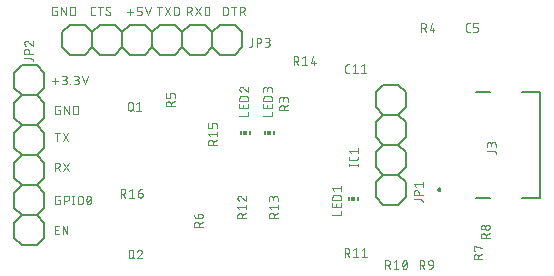
<source format=gbr>
G04 EAGLE Gerber X2 export*
%TF.Part,Single*%
%TF.FileFunction,Legend,Top,1*%
%TF.FilePolarity,Positive*%
%TF.GenerationSoftware,Autodesk,EAGLE,9.6.2*%
%TF.CreationDate,2022-05-14T18:51:59Z*%
G75*
%MOMM*%
%FSLAX46Y46*%
%LPD*%
%INSilkscreen Top*%
%AMOC8*
5,1,8,0,0,1.08239X$1,22.5*%
G01*
%ADD10C,0.076200*%
%ADD11C,0.152400*%
%ADD12R,0.150000X0.300000*%
%ADD13R,0.300000X0.300000*%
%ADD14C,0.200000*%


D10*
X5626100Y16834553D02*
X6117166Y16834553D01*
X5871631Y16589022D02*
X5871631Y17080088D01*
X6447309Y16548100D02*
X6651919Y16548100D01*
X6656901Y16548161D01*
X6661881Y16548343D01*
X6666854Y16548646D01*
X6671819Y16549070D01*
X6676772Y16549615D01*
X6681710Y16550280D01*
X6686631Y16551066D01*
X6691531Y16551971D01*
X6696407Y16552995D01*
X6701257Y16554138D01*
X6706078Y16555398D01*
X6710867Y16556775D01*
X6715620Y16558269D01*
X6720336Y16559878D01*
X6725012Y16561601D01*
X6729644Y16563437D01*
X6734230Y16565386D01*
X6738767Y16567446D01*
X6743252Y16569616D01*
X6747684Y16571894D01*
X6752058Y16574280D01*
X6756374Y16576771D01*
X6760627Y16579367D01*
X6764816Y16582066D01*
X6768938Y16584865D01*
X6772990Y16587765D01*
X6776971Y16590762D01*
X6780877Y16593855D01*
X6784707Y16597042D01*
X6788458Y16600322D01*
X6792129Y16603692D01*
X6795716Y16607150D01*
X6799218Y16610695D01*
X6802632Y16614324D01*
X6805957Y16618035D01*
X6809191Y16621826D01*
X6812332Y16625695D01*
X6815377Y16629639D01*
X6818325Y16633655D01*
X6821175Y16637743D01*
X6823924Y16641899D01*
X6826572Y16646120D01*
X6829116Y16650405D01*
X6831554Y16654750D01*
X6833886Y16659153D01*
X6836111Y16663612D01*
X6838226Y16668124D01*
X6840230Y16672685D01*
X6842123Y16677295D01*
X6843903Y16681949D01*
X6845569Y16686645D01*
X6847120Y16691380D01*
X6848556Y16696151D01*
X6849875Y16700957D01*
X6851076Y16705792D01*
X6852160Y16710656D01*
X6853124Y16715544D01*
X6853970Y16720455D01*
X6854695Y16725385D01*
X6855301Y16730331D01*
X6855785Y16735290D01*
X6856149Y16740259D01*
X6856391Y16745236D01*
X6856513Y16750218D01*
X6856513Y16755200D01*
X6856391Y16760182D01*
X6856149Y16765159D01*
X6855785Y16770128D01*
X6855301Y16775087D01*
X6854695Y16780033D01*
X6853970Y16784963D01*
X6853124Y16789874D01*
X6852160Y16794762D01*
X6851076Y16799626D01*
X6849875Y16804461D01*
X6848556Y16809267D01*
X6847120Y16814038D01*
X6845569Y16818773D01*
X6843903Y16823469D01*
X6842123Y16828123D01*
X6840230Y16832733D01*
X6838226Y16837294D01*
X6836111Y16841806D01*
X6833886Y16846265D01*
X6831554Y16850668D01*
X6829116Y16855014D01*
X6826572Y16859298D01*
X6823924Y16863519D01*
X6821175Y16867675D01*
X6818325Y16871763D01*
X6815377Y16875779D01*
X6812332Y16879723D01*
X6809191Y16883592D01*
X6805957Y16887383D01*
X6802632Y16891094D01*
X6799218Y16894723D01*
X6795716Y16898268D01*
X6792129Y16901726D01*
X6788458Y16905096D01*
X6784707Y16908376D01*
X6780877Y16911563D01*
X6776971Y16914656D01*
X6772990Y16917653D01*
X6768938Y16920553D01*
X6764816Y16923352D01*
X6760627Y16926051D01*
X6756374Y16928647D01*
X6752058Y16931138D01*
X6747684Y16933524D01*
X6743252Y16935802D01*
X6738767Y16937972D01*
X6734230Y16940032D01*
X6729644Y16941981D01*
X6725012Y16943817D01*
X6720336Y16945540D01*
X6715620Y16947149D01*
X6710867Y16948643D01*
X6706078Y16950020D01*
X6701257Y16951280D01*
X6696407Y16952423D01*
X6691531Y16953447D01*
X6686631Y16954352D01*
X6681710Y16955138D01*
X6676772Y16955803D01*
X6671819Y16956348D01*
X6666854Y16956772D01*
X6661881Y16957075D01*
X6656901Y16957257D01*
X6651919Y16957318D01*
X6692841Y17284700D02*
X6447309Y17284700D01*
X6692841Y17284700D02*
X6696827Y17284651D01*
X6700811Y17284506D01*
X6704790Y17284263D01*
X6708762Y17283924D01*
X6712724Y17283488D01*
X6716675Y17282956D01*
X6720611Y17282327D01*
X6724531Y17281603D01*
X6728432Y17280784D01*
X6732312Y17279870D01*
X6736169Y17278861D01*
X6740000Y17277760D01*
X6743803Y17276565D01*
X6747576Y17275278D01*
X6751316Y17273899D01*
X6755022Y17272430D01*
X6758691Y17270871D01*
X6762321Y17269223D01*
X6765909Y17267487D01*
X6769455Y17265664D01*
X6772954Y17263756D01*
X6776407Y17261762D01*
X6779809Y17259686D01*
X6783160Y17257527D01*
X6786458Y17255287D01*
X6789700Y17252968D01*
X6792885Y17250570D01*
X6796010Y17248095D01*
X6799074Y17245545D01*
X6802075Y17242922D01*
X6805011Y17240225D01*
X6807881Y17237459D01*
X6810683Y17234623D01*
X6813414Y17231719D01*
X6816075Y17228751D01*
X6818662Y17225718D01*
X6821174Y17222623D01*
X6823610Y17219468D01*
X6825969Y17216254D01*
X6828249Y17212984D01*
X6830449Y17209659D01*
X6832567Y17206282D01*
X6834602Y17202855D01*
X6836553Y17199378D01*
X6838418Y17195855D01*
X6840198Y17192288D01*
X6841890Y17188679D01*
X6843493Y17185029D01*
X6845008Y17181342D01*
X6846432Y17177618D01*
X6847765Y17173862D01*
X6849006Y17170073D01*
X6850154Y17166256D01*
X6851209Y17162412D01*
X6852171Y17158543D01*
X6853037Y17154652D01*
X6853809Y17150741D01*
X6854485Y17146813D01*
X6855066Y17142869D01*
X6855550Y17138912D01*
X6855938Y17134945D01*
X6856229Y17130969D01*
X6856423Y17126987D01*
X6856520Y17123002D01*
X6856520Y17119016D01*
X6856423Y17115031D01*
X6856229Y17111049D01*
X6855938Y17107073D01*
X6855550Y17103106D01*
X6855066Y17099149D01*
X6854485Y17095205D01*
X6853809Y17091277D01*
X6853037Y17087366D01*
X6852171Y17083475D01*
X6851209Y17079606D01*
X6850154Y17075762D01*
X6849006Y17071945D01*
X6847765Y17068156D01*
X6846432Y17064400D01*
X6845008Y17060676D01*
X6843493Y17056989D01*
X6841890Y17053339D01*
X6840198Y17049730D01*
X6838418Y17046163D01*
X6836553Y17042640D01*
X6834602Y17039164D01*
X6832567Y17035736D01*
X6830449Y17032359D01*
X6828249Y17029034D01*
X6825969Y17025764D01*
X6823610Y17022550D01*
X6821174Y17019395D01*
X6818662Y17016300D01*
X6816075Y17013267D01*
X6813414Y17010299D01*
X6810683Y17007395D01*
X6807881Y17004559D01*
X6805011Y17001793D01*
X6802075Y16999096D01*
X6799074Y16996473D01*
X6796010Y16993923D01*
X6792885Y16991448D01*
X6789700Y16989050D01*
X6786458Y16986731D01*
X6783160Y16984491D01*
X6779809Y16982332D01*
X6776407Y16980256D01*
X6772954Y16978262D01*
X6769455Y16976354D01*
X6765909Y16974531D01*
X6762321Y16972795D01*
X6758691Y16971147D01*
X6755022Y16969588D01*
X6751316Y16968119D01*
X6747576Y16966740D01*
X6743803Y16965453D01*
X6740000Y16964258D01*
X6736169Y16963157D01*
X6732312Y16962148D01*
X6728432Y16961234D01*
X6724531Y16960415D01*
X6720611Y16959691D01*
X6716675Y16959062D01*
X6712724Y16958530D01*
X6708762Y16958094D01*
X6704790Y16957755D01*
X6700811Y16957512D01*
X6696827Y16957367D01*
X6692841Y16957318D01*
X6692841Y16957322D02*
X6529153Y16957322D01*
X7143522Y16589022D02*
X7143522Y16548100D01*
X7143522Y16589022D02*
X7184444Y16589022D01*
X7184444Y16548100D01*
X7143522Y16548100D01*
X7471434Y16548100D02*
X7676044Y16548100D01*
X7681026Y16548161D01*
X7686006Y16548343D01*
X7690979Y16548646D01*
X7695944Y16549070D01*
X7700897Y16549615D01*
X7705835Y16550280D01*
X7710756Y16551066D01*
X7715656Y16551971D01*
X7720532Y16552995D01*
X7725382Y16554138D01*
X7730203Y16555398D01*
X7734992Y16556775D01*
X7739745Y16558269D01*
X7744461Y16559878D01*
X7749137Y16561601D01*
X7753769Y16563437D01*
X7758355Y16565386D01*
X7762892Y16567446D01*
X7767377Y16569616D01*
X7771809Y16571894D01*
X7776183Y16574280D01*
X7780499Y16576771D01*
X7784752Y16579367D01*
X7788941Y16582066D01*
X7793063Y16584865D01*
X7797115Y16587765D01*
X7801096Y16590762D01*
X7805002Y16593855D01*
X7808832Y16597042D01*
X7812583Y16600322D01*
X7816254Y16603692D01*
X7819841Y16607150D01*
X7823343Y16610695D01*
X7826757Y16614324D01*
X7830082Y16618035D01*
X7833316Y16621826D01*
X7836457Y16625695D01*
X7839502Y16629639D01*
X7842450Y16633655D01*
X7845300Y16637743D01*
X7848049Y16641899D01*
X7850697Y16646120D01*
X7853241Y16650405D01*
X7855679Y16654750D01*
X7858011Y16659153D01*
X7860236Y16663612D01*
X7862351Y16668124D01*
X7864355Y16672685D01*
X7866248Y16677295D01*
X7868028Y16681949D01*
X7869694Y16686645D01*
X7871245Y16691380D01*
X7872681Y16696151D01*
X7874000Y16700957D01*
X7875201Y16705792D01*
X7876285Y16710656D01*
X7877249Y16715544D01*
X7878095Y16720455D01*
X7878820Y16725385D01*
X7879426Y16730331D01*
X7879910Y16735290D01*
X7880274Y16740259D01*
X7880516Y16745236D01*
X7880638Y16750218D01*
X7880638Y16755200D01*
X7880516Y16760182D01*
X7880274Y16765159D01*
X7879910Y16770128D01*
X7879426Y16775087D01*
X7878820Y16780033D01*
X7878095Y16784963D01*
X7877249Y16789874D01*
X7876285Y16794762D01*
X7875201Y16799626D01*
X7874000Y16804461D01*
X7872681Y16809267D01*
X7871245Y16814038D01*
X7869694Y16818773D01*
X7868028Y16823469D01*
X7866248Y16828123D01*
X7864355Y16832733D01*
X7862351Y16837294D01*
X7860236Y16841806D01*
X7858011Y16846265D01*
X7855679Y16850668D01*
X7853241Y16855014D01*
X7850697Y16859298D01*
X7848049Y16863519D01*
X7845300Y16867675D01*
X7842450Y16871763D01*
X7839502Y16875779D01*
X7836457Y16879723D01*
X7833316Y16883592D01*
X7830082Y16887383D01*
X7826757Y16891094D01*
X7823343Y16894723D01*
X7819841Y16898268D01*
X7816254Y16901726D01*
X7812583Y16905096D01*
X7808832Y16908376D01*
X7805002Y16911563D01*
X7801096Y16914656D01*
X7797115Y16917653D01*
X7793063Y16920553D01*
X7788941Y16923352D01*
X7784752Y16926051D01*
X7780499Y16928647D01*
X7776183Y16931138D01*
X7771809Y16933524D01*
X7767377Y16935802D01*
X7762892Y16937972D01*
X7758355Y16940032D01*
X7753769Y16941981D01*
X7749137Y16943817D01*
X7744461Y16945540D01*
X7739745Y16947149D01*
X7734992Y16948643D01*
X7730203Y16950020D01*
X7725382Y16951280D01*
X7720532Y16952423D01*
X7715656Y16953447D01*
X7710756Y16954352D01*
X7705835Y16955138D01*
X7700897Y16955803D01*
X7695944Y16956348D01*
X7690979Y16956772D01*
X7686006Y16957075D01*
X7681026Y16957257D01*
X7676044Y16957318D01*
X7716966Y17284700D02*
X7471434Y17284700D01*
X7716966Y17284700D02*
X7720952Y17284651D01*
X7724936Y17284506D01*
X7728915Y17284263D01*
X7732887Y17283924D01*
X7736849Y17283488D01*
X7740800Y17282956D01*
X7744736Y17282327D01*
X7748656Y17281603D01*
X7752557Y17280784D01*
X7756437Y17279870D01*
X7760294Y17278861D01*
X7764125Y17277760D01*
X7767928Y17276565D01*
X7771701Y17275278D01*
X7775441Y17273899D01*
X7779147Y17272430D01*
X7782816Y17270871D01*
X7786446Y17269223D01*
X7790034Y17267487D01*
X7793580Y17265664D01*
X7797079Y17263756D01*
X7800532Y17261762D01*
X7803934Y17259686D01*
X7807285Y17257527D01*
X7810583Y17255287D01*
X7813825Y17252968D01*
X7817010Y17250570D01*
X7820135Y17248095D01*
X7823199Y17245545D01*
X7826200Y17242922D01*
X7829136Y17240225D01*
X7832006Y17237459D01*
X7834808Y17234623D01*
X7837539Y17231719D01*
X7840200Y17228751D01*
X7842787Y17225718D01*
X7845299Y17222623D01*
X7847735Y17219468D01*
X7850094Y17216254D01*
X7852374Y17212984D01*
X7854574Y17209659D01*
X7856692Y17206282D01*
X7858727Y17202855D01*
X7860678Y17199378D01*
X7862543Y17195855D01*
X7864323Y17192288D01*
X7866015Y17188679D01*
X7867618Y17185029D01*
X7869133Y17181342D01*
X7870557Y17177618D01*
X7871890Y17173862D01*
X7873131Y17170073D01*
X7874279Y17166256D01*
X7875334Y17162412D01*
X7876296Y17158543D01*
X7877162Y17154652D01*
X7877934Y17150741D01*
X7878610Y17146813D01*
X7879191Y17142869D01*
X7879675Y17138912D01*
X7880063Y17134945D01*
X7880354Y17130969D01*
X7880548Y17126987D01*
X7880645Y17123002D01*
X7880645Y17119016D01*
X7880548Y17115031D01*
X7880354Y17111049D01*
X7880063Y17107073D01*
X7879675Y17103106D01*
X7879191Y17099149D01*
X7878610Y17095205D01*
X7877934Y17091277D01*
X7877162Y17087366D01*
X7876296Y17083475D01*
X7875334Y17079606D01*
X7874279Y17075762D01*
X7873131Y17071945D01*
X7871890Y17068156D01*
X7870557Y17064400D01*
X7869133Y17060676D01*
X7867618Y17056989D01*
X7866015Y17053339D01*
X7864323Y17049730D01*
X7862543Y17046163D01*
X7860678Y17042640D01*
X7858727Y17039164D01*
X7856692Y17035736D01*
X7854574Y17032359D01*
X7852374Y17029034D01*
X7850094Y17025764D01*
X7847735Y17022550D01*
X7845299Y17019395D01*
X7842787Y17016300D01*
X7840200Y17013267D01*
X7837539Y17010299D01*
X7834808Y17007395D01*
X7832006Y17004559D01*
X7829136Y17001793D01*
X7826200Y16999096D01*
X7823199Y16996473D01*
X7820135Y16993923D01*
X7817010Y16991448D01*
X7813825Y16989050D01*
X7810583Y16986731D01*
X7807285Y16984491D01*
X7803934Y16982332D01*
X7800532Y16980256D01*
X7797079Y16978262D01*
X7793580Y16976354D01*
X7790034Y16974531D01*
X7786446Y16972795D01*
X7782816Y16971147D01*
X7779147Y16969588D01*
X7775441Y16968119D01*
X7771701Y16966740D01*
X7767928Y16965453D01*
X7764125Y16964258D01*
X7760294Y16963157D01*
X7756437Y16962148D01*
X7752557Y16961234D01*
X7748656Y16960415D01*
X7744736Y16959691D01*
X7740800Y16959062D01*
X7736849Y16958530D01*
X7732887Y16958094D01*
X7728915Y16957755D01*
X7724936Y16957512D01*
X7720952Y16957367D01*
X7716966Y16957318D01*
X7716966Y16957322D02*
X7553278Y16957322D01*
X8162031Y17284700D02*
X8407563Y16548100D01*
X8653097Y17284700D01*
X6289322Y14417322D02*
X6166553Y14417322D01*
X6289322Y14417322D02*
X6289322Y14008100D01*
X6043788Y14008100D01*
X6039833Y14008148D01*
X6035880Y14008291D01*
X6031931Y14008530D01*
X6027990Y14008864D01*
X6024058Y14009293D01*
X6020137Y14009818D01*
X6016230Y14010436D01*
X6012339Y14011149D01*
X6008467Y14011956D01*
X6004615Y14012856D01*
X6000786Y14013849D01*
X5996982Y14014935D01*
X5993206Y14016111D01*
X5989459Y14017379D01*
X5985743Y14018737D01*
X5982062Y14020184D01*
X5978417Y14021720D01*
X5974810Y14023344D01*
X5971243Y14025054D01*
X5967718Y14026849D01*
X5964238Y14028730D01*
X5960805Y14030694D01*
X5957420Y14032740D01*
X5954085Y14034868D01*
X5950803Y14037075D01*
X5947575Y14039362D01*
X5944403Y14041725D01*
X5941289Y14044165D01*
X5938235Y14046679D01*
X5935243Y14049266D01*
X5932314Y14051924D01*
X5929450Y14054653D01*
X5926653Y14057450D01*
X5923924Y14060314D01*
X5921266Y14063243D01*
X5918679Y14066235D01*
X5916165Y14069289D01*
X5913725Y14072403D01*
X5911362Y14075575D01*
X5909075Y14078803D01*
X5906868Y14082085D01*
X5904740Y14085420D01*
X5902694Y14088805D01*
X5900730Y14092238D01*
X5898849Y14095718D01*
X5897054Y14099243D01*
X5895344Y14102810D01*
X5893720Y14106417D01*
X5892184Y14110062D01*
X5890737Y14113743D01*
X5889379Y14117459D01*
X5888111Y14121206D01*
X5886935Y14124982D01*
X5885849Y14128786D01*
X5884856Y14132615D01*
X5883956Y14136467D01*
X5883149Y14140339D01*
X5882436Y14144230D01*
X5881818Y14148137D01*
X5881293Y14152058D01*
X5880864Y14155990D01*
X5880530Y14159931D01*
X5880291Y14163880D01*
X5880148Y14167833D01*
X5880100Y14171788D01*
X5880100Y14581009D01*
X5880149Y14585026D01*
X5880297Y14589041D01*
X5880544Y14593051D01*
X5880888Y14597053D01*
X5881331Y14601046D01*
X5881872Y14605027D01*
X5882510Y14608994D01*
X5883245Y14612943D01*
X5884077Y14616873D01*
X5885005Y14620782D01*
X5886029Y14624667D01*
X5887148Y14628525D01*
X5888362Y14632355D01*
X5889668Y14636154D01*
X5891068Y14639920D01*
X5892560Y14643650D01*
X5894143Y14647343D01*
X5895816Y14650995D01*
X5897578Y14654605D01*
X5899428Y14658172D01*
X5901365Y14661691D01*
X5903388Y14665162D01*
X5905495Y14668582D01*
X5907686Y14671950D01*
X5909959Y14675263D01*
X5912312Y14678519D01*
X5914745Y14681716D01*
X5917255Y14684852D01*
X5919842Y14687926D01*
X5922503Y14690936D01*
X5925237Y14693879D01*
X5928043Y14696755D01*
X5930918Y14699561D01*
X5933862Y14702295D01*
X5936871Y14704956D01*
X5939945Y14707543D01*
X5943082Y14710053D01*
X5946279Y14712486D01*
X5949535Y14714839D01*
X5952848Y14717112D01*
X5956215Y14719303D01*
X5959635Y14721410D01*
X5963106Y14723433D01*
X5966626Y14725371D01*
X5970192Y14727221D01*
X5973802Y14728983D01*
X5977455Y14730656D01*
X5981147Y14732239D01*
X5984877Y14733731D01*
X5988643Y14735130D01*
X5992442Y14736437D01*
X5996272Y14737651D01*
X6000130Y14738770D01*
X6004015Y14739794D01*
X6007923Y14740722D01*
X6011854Y14741554D01*
X6015803Y14742290D01*
X6019770Y14742928D01*
X6023751Y14743469D01*
X6027744Y14743911D01*
X6031746Y14744256D01*
X6035756Y14744503D01*
X6039771Y14744651D01*
X6043788Y14744700D01*
X6289322Y14744700D01*
X6660384Y14744700D02*
X6660384Y14008100D01*
X7069606Y14008100D02*
X6660384Y14744700D01*
X7069606Y14744700D02*
X7069606Y14008100D01*
X7440669Y14008100D02*
X7440669Y14744700D01*
X7645278Y14744700D01*
X7645278Y14744701D02*
X7650222Y14744641D01*
X7655164Y14744462D01*
X7660099Y14744164D01*
X7665026Y14743746D01*
X7669941Y14743209D01*
X7674842Y14742554D01*
X7679726Y14741780D01*
X7684590Y14740889D01*
X7689430Y14739881D01*
X7694245Y14738755D01*
X7699031Y14737514D01*
X7703786Y14736158D01*
X7708507Y14734687D01*
X7713191Y14733102D01*
X7717835Y14731404D01*
X7722437Y14729595D01*
X7726993Y14727676D01*
X7731502Y14725646D01*
X7735961Y14723509D01*
X7740366Y14721264D01*
X7744717Y14718913D01*
X7749009Y14716458D01*
X7753240Y14713900D01*
X7757408Y14711241D01*
X7761511Y14708481D01*
X7765547Y14705623D01*
X7769511Y14702669D01*
X7773404Y14699620D01*
X7777221Y14696477D01*
X7780962Y14693243D01*
X7784623Y14689920D01*
X7788203Y14686509D01*
X7791699Y14683013D01*
X7795110Y14679433D01*
X7798433Y14675772D01*
X7801667Y14672031D01*
X7804810Y14668214D01*
X7807859Y14664321D01*
X7810813Y14660357D01*
X7813671Y14656321D01*
X7816431Y14652218D01*
X7819090Y14648050D01*
X7821648Y14643819D01*
X7824103Y14639527D01*
X7826454Y14635176D01*
X7828699Y14630771D01*
X7830836Y14626312D01*
X7832866Y14621803D01*
X7834785Y14617247D01*
X7836594Y14612645D01*
X7838292Y14608001D01*
X7839877Y14603317D01*
X7841348Y14598596D01*
X7842704Y14593841D01*
X7843945Y14589055D01*
X7845071Y14584240D01*
X7846079Y14579400D01*
X7846970Y14574536D01*
X7847744Y14569652D01*
X7848399Y14564751D01*
X7848936Y14559836D01*
X7849354Y14554909D01*
X7849652Y14549974D01*
X7849831Y14545032D01*
X7849891Y14540088D01*
X7849891Y14212709D01*
X7849890Y14212709D02*
X7849830Y14207765D01*
X7849651Y14202824D01*
X7849353Y14197888D01*
X7848935Y14192961D01*
X7848398Y14188046D01*
X7847743Y14183145D01*
X7846969Y14178261D01*
X7846078Y14173398D01*
X7845070Y14168557D01*
X7843944Y14163742D01*
X7842703Y14158956D01*
X7841347Y14154201D01*
X7839876Y14149481D01*
X7838291Y14144797D01*
X7836593Y14140153D01*
X7834784Y14135551D01*
X7832865Y14130995D01*
X7830835Y14126486D01*
X7828698Y14122027D01*
X7826453Y14117622D01*
X7824102Y14113272D01*
X7821647Y14108980D01*
X7819089Y14104748D01*
X7816430Y14100580D01*
X7813670Y14096477D01*
X7810812Y14092442D01*
X7807858Y14088477D01*
X7804809Y14084585D01*
X7801666Y14080767D01*
X7798432Y14077027D01*
X7795109Y14073366D01*
X7791698Y14069786D01*
X7788202Y14066290D01*
X7784622Y14062879D01*
X7780961Y14059556D01*
X7777220Y14056322D01*
X7773403Y14053179D01*
X7769510Y14050130D01*
X7765546Y14047176D01*
X7761511Y14044318D01*
X7757408Y14041559D01*
X7753239Y14038899D01*
X7749008Y14036341D01*
X7744716Y14033886D01*
X7740366Y14031536D01*
X7735960Y14029291D01*
X7731501Y14027153D01*
X7726992Y14025124D01*
X7722436Y14023204D01*
X7717834Y14021395D01*
X7713190Y14019698D01*
X7708506Y14018114D01*
X7703786Y14016643D01*
X7699031Y14015286D01*
X7694245Y14014045D01*
X7689430Y14012920D01*
X7684589Y14011911D01*
X7679726Y14011020D01*
X7674842Y14010247D01*
X7669941Y14009591D01*
X7665026Y14009055D01*
X7660099Y14008637D01*
X7655163Y14008339D01*
X7650222Y14008160D01*
X7645278Y14008100D01*
X7440669Y14008100D01*
X6084709Y12458700D02*
X6084709Y11722100D01*
X5880100Y12458700D02*
X6289322Y12458700D01*
X7012994Y12458700D02*
X6521928Y11722100D01*
X7012994Y11722100D02*
X6521928Y12458700D01*
X5880100Y9918700D02*
X5880100Y9182100D01*
X5880100Y9918700D02*
X6084709Y9918700D01*
X6084709Y9918701D02*
X6089692Y9918640D01*
X6094671Y9918458D01*
X6099645Y9918155D01*
X6104610Y9917731D01*
X6109563Y9917186D01*
X6114501Y9916521D01*
X6119421Y9915735D01*
X6124322Y9914830D01*
X6129198Y9913806D01*
X6134048Y9912663D01*
X6138869Y9911403D01*
X6143658Y9910026D01*
X6148412Y9908532D01*
X6153128Y9906923D01*
X6157803Y9905200D01*
X6162435Y9903363D01*
X6167021Y9901414D01*
X6171558Y9899354D01*
X6176044Y9897185D01*
X6180476Y9894906D01*
X6184850Y9892521D01*
X6189166Y9890029D01*
X6193419Y9887433D01*
X6197608Y9884735D01*
X6201730Y9881935D01*
X6205782Y9879036D01*
X6209763Y9876038D01*
X6213670Y9872945D01*
X6217500Y9869758D01*
X6221251Y9866478D01*
X6224921Y9863108D01*
X6228509Y9859649D01*
X6232011Y9856105D01*
X6235425Y9852476D01*
X6238750Y9848764D01*
X6241984Y9844973D01*
X6245125Y9841105D01*
X6248170Y9837161D01*
X6251119Y9833144D01*
X6253968Y9829056D01*
X6256718Y9824901D01*
X6259365Y9820679D01*
X6261909Y9816395D01*
X6264348Y9812049D01*
X6266680Y9807646D01*
X6268904Y9803187D01*
X6271019Y9798675D01*
X6273024Y9794113D01*
X6274917Y9789504D01*
X6276697Y9784850D01*
X6278363Y9780154D01*
X6279914Y9775418D01*
X6281350Y9770647D01*
X6282669Y9765841D01*
X6283870Y9761006D01*
X6284954Y9756142D01*
X6285918Y9751253D01*
X6286764Y9746343D01*
X6287489Y9741413D01*
X6288095Y9736467D01*
X6288579Y9731507D01*
X6288943Y9726538D01*
X6289185Y9721561D01*
X6289307Y9716579D01*
X6289307Y9711597D01*
X6289185Y9706615D01*
X6288943Y9701638D01*
X6288579Y9696669D01*
X6288095Y9691709D01*
X6287489Y9686763D01*
X6286764Y9681833D01*
X6285918Y9676923D01*
X6284954Y9672034D01*
X6283870Y9667170D01*
X6282669Y9662335D01*
X6281350Y9657529D01*
X6279914Y9652758D01*
X6278363Y9648022D01*
X6276697Y9643326D01*
X6274917Y9638672D01*
X6273024Y9634063D01*
X6271019Y9629501D01*
X6268904Y9624989D01*
X6266680Y9620530D01*
X6264348Y9616127D01*
X6261909Y9611782D01*
X6259365Y9607497D01*
X6256718Y9603275D01*
X6253968Y9599120D01*
X6251119Y9595032D01*
X6248170Y9591015D01*
X6245125Y9587071D01*
X6241984Y9583203D01*
X6238750Y9579412D01*
X6235425Y9575700D01*
X6232011Y9572071D01*
X6228509Y9568527D01*
X6224921Y9565068D01*
X6221251Y9561698D01*
X6217500Y9558418D01*
X6213670Y9555231D01*
X6209763Y9552138D01*
X6205782Y9549140D01*
X6201730Y9546241D01*
X6197608Y9543441D01*
X6193419Y9540743D01*
X6189166Y9538147D01*
X6184850Y9535655D01*
X6180476Y9533270D01*
X6176044Y9530991D01*
X6171558Y9528822D01*
X6167021Y9526762D01*
X6162435Y9524813D01*
X6157803Y9522976D01*
X6153128Y9521253D01*
X6148412Y9519644D01*
X6143658Y9518150D01*
X6138869Y9516773D01*
X6134048Y9515513D01*
X6129198Y9514370D01*
X6124322Y9513346D01*
X6119421Y9512441D01*
X6114501Y9511655D01*
X6109563Y9510990D01*
X6104610Y9510445D01*
X6099645Y9510021D01*
X6094671Y9509718D01*
X6089692Y9509536D01*
X6084709Y9509475D01*
X5880100Y9509475D01*
X6125631Y9509475D02*
X6289322Y9182100D01*
X6565578Y9182100D02*
X7056644Y9918700D01*
X6565578Y9918700D02*
X7056644Y9182100D01*
X6289322Y6797322D02*
X6166553Y6797322D01*
X6289322Y6797322D02*
X6289322Y6388100D01*
X6043788Y6388100D01*
X6039833Y6388148D01*
X6035880Y6388291D01*
X6031931Y6388530D01*
X6027990Y6388864D01*
X6024058Y6389293D01*
X6020137Y6389818D01*
X6016230Y6390436D01*
X6012339Y6391149D01*
X6008467Y6391956D01*
X6004615Y6392856D01*
X6000786Y6393849D01*
X5996982Y6394935D01*
X5993206Y6396111D01*
X5989459Y6397379D01*
X5985743Y6398737D01*
X5982062Y6400184D01*
X5978417Y6401720D01*
X5974810Y6403344D01*
X5971243Y6405054D01*
X5967718Y6406849D01*
X5964238Y6408730D01*
X5960805Y6410694D01*
X5957420Y6412740D01*
X5954085Y6414868D01*
X5950803Y6417075D01*
X5947575Y6419362D01*
X5944403Y6421725D01*
X5941289Y6424165D01*
X5938235Y6426679D01*
X5935243Y6429266D01*
X5932314Y6431924D01*
X5929450Y6434653D01*
X5926653Y6437450D01*
X5923924Y6440314D01*
X5921266Y6443243D01*
X5918679Y6446235D01*
X5916165Y6449289D01*
X5913725Y6452403D01*
X5911362Y6455575D01*
X5909075Y6458803D01*
X5906868Y6462085D01*
X5904740Y6465420D01*
X5902694Y6468805D01*
X5900730Y6472238D01*
X5898849Y6475718D01*
X5897054Y6479243D01*
X5895344Y6482810D01*
X5893720Y6486417D01*
X5892184Y6490062D01*
X5890737Y6493743D01*
X5889379Y6497459D01*
X5888111Y6501206D01*
X5886935Y6504982D01*
X5885849Y6508786D01*
X5884856Y6512615D01*
X5883956Y6516467D01*
X5883149Y6520339D01*
X5882436Y6524230D01*
X5881818Y6528137D01*
X5881293Y6532058D01*
X5880864Y6535990D01*
X5880530Y6539931D01*
X5880291Y6543880D01*
X5880148Y6547833D01*
X5880100Y6551788D01*
X5880100Y6961009D01*
X5880149Y6965026D01*
X5880297Y6969041D01*
X5880544Y6973051D01*
X5880888Y6977053D01*
X5881331Y6981046D01*
X5881872Y6985027D01*
X5882510Y6988994D01*
X5883245Y6992943D01*
X5884077Y6996873D01*
X5885005Y7000782D01*
X5886029Y7004667D01*
X5887148Y7008525D01*
X5888362Y7012355D01*
X5889668Y7016154D01*
X5891068Y7019920D01*
X5892560Y7023650D01*
X5894143Y7027343D01*
X5895816Y7030995D01*
X5897578Y7034605D01*
X5899428Y7038172D01*
X5901365Y7041691D01*
X5903388Y7045162D01*
X5905495Y7048582D01*
X5907686Y7051950D01*
X5909959Y7055263D01*
X5912312Y7058519D01*
X5914745Y7061716D01*
X5917255Y7064852D01*
X5919842Y7067926D01*
X5922503Y7070936D01*
X5925237Y7073879D01*
X5928043Y7076755D01*
X5930918Y7079561D01*
X5933862Y7082295D01*
X5936871Y7084956D01*
X5939945Y7087543D01*
X5943082Y7090053D01*
X5946279Y7092486D01*
X5949535Y7094839D01*
X5952848Y7097112D01*
X5956215Y7099303D01*
X5959635Y7101410D01*
X5963106Y7103433D01*
X5966626Y7105371D01*
X5970192Y7107221D01*
X5973802Y7108983D01*
X5977455Y7110656D01*
X5981147Y7112239D01*
X5984877Y7113731D01*
X5988643Y7115130D01*
X5992442Y7116437D01*
X5996272Y7117651D01*
X6000130Y7118770D01*
X6004015Y7119794D01*
X6007923Y7120722D01*
X6011854Y7121554D01*
X6015803Y7122290D01*
X6019770Y7122928D01*
X6023751Y7123469D01*
X6027744Y7123911D01*
X6031746Y7124256D01*
X6035756Y7124503D01*
X6039771Y7124651D01*
X6043788Y7124700D01*
X6289322Y7124700D01*
X6672153Y7124700D02*
X6672153Y6388100D01*
X6672153Y7124700D02*
X6876763Y7124700D01*
X6876763Y7124701D02*
X6881746Y7124640D01*
X6886725Y7124458D01*
X6891699Y7124155D01*
X6896664Y7123731D01*
X6901617Y7123186D01*
X6906555Y7122521D01*
X6911475Y7121735D01*
X6916376Y7120830D01*
X6921252Y7119806D01*
X6926102Y7118663D01*
X6930923Y7117403D01*
X6935712Y7116026D01*
X6940466Y7114532D01*
X6945182Y7112923D01*
X6949857Y7111200D01*
X6954489Y7109363D01*
X6959075Y7107414D01*
X6963612Y7105354D01*
X6968098Y7103185D01*
X6972530Y7100906D01*
X6976904Y7098521D01*
X6981220Y7096029D01*
X6985473Y7093433D01*
X6989662Y7090735D01*
X6993784Y7087935D01*
X6997836Y7085036D01*
X7001817Y7082038D01*
X7005724Y7078945D01*
X7009554Y7075758D01*
X7013305Y7072478D01*
X7016975Y7069108D01*
X7020563Y7065649D01*
X7024065Y7062105D01*
X7027479Y7058476D01*
X7030804Y7054764D01*
X7034038Y7050973D01*
X7037179Y7047105D01*
X7040224Y7043161D01*
X7043173Y7039144D01*
X7046022Y7035056D01*
X7048772Y7030901D01*
X7051419Y7026679D01*
X7053963Y7022395D01*
X7056402Y7018049D01*
X7058734Y7013646D01*
X7060958Y7009187D01*
X7063073Y7004675D01*
X7065078Y7000113D01*
X7066971Y6995504D01*
X7068751Y6990850D01*
X7070417Y6986154D01*
X7071968Y6981418D01*
X7073404Y6976647D01*
X7074723Y6971841D01*
X7075924Y6967006D01*
X7077008Y6962142D01*
X7077972Y6957253D01*
X7078818Y6952343D01*
X7079543Y6947413D01*
X7080149Y6942467D01*
X7080633Y6937507D01*
X7080997Y6932538D01*
X7081239Y6927561D01*
X7081361Y6922579D01*
X7081361Y6917597D01*
X7081239Y6912615D01*
X7080997Y6907638D01*
X7080633Y6902669D01*
X7080149Y6897709D01*
X7079543Y6892763D01*
X7078818Y6887833D01*
X7077972Y6882923D01*
X7077008Y6878034D01*
X7075924Y6873170D01*
X7074723Y6868335D01*
X7073404Y6863529D01*
X7071968Y6858758D01*
X7070417Y6854022D01*
X7068751Y6849326D01*
X7066971Y6844672D01*
X7065078Y6840063D01*
X7063073Y6835501D01*
X7060958Y6830989D01*
X7058734Y6826530D01*
X7056402Y6822127D01*
X7053963Y6817782D01*
X7051419Y6813497D01*
X7048772Y6809275D01*
X7046022Y6805120D01*
X7043173Y6801032D01*
X7040224Y6797015D01*
X7037179Y6793071D01*
X7034038Y6789203D01*
X7030804Y6785412D01*
X7027479Y6781700D01*
X7024065Y6778071D01*
X7020563Y6774527D01*
X7016975Y6771068D01*
X7013305Y6767698D01*
X7009554Y6764418D01*
X7005724Y6761231D01*
X7001817Y6758138D01*
X6997836Y6755140D01*
X6993784Y6752241D01*
X6989662Y6749441D01*
X6985473Y6746743D01*
X6981220Y6744147D01*
X6976904Y6741655D01*
X6972530Y6739270D01*
X6968098Y6736991D01*
X6963612Y6734822D01*
X6959075Y6732762D01*
X6954489Y6730813D01*
X6949857Y6728976D01*
X6945182Y6727253D01*
X6940466Y6725644D01*
X6935712Y6724150D01*
X6930923Y6722773D01*
X6926102Y6721513D01*
X6921252Y6720370D01*
X6916376Y6719346D01*
X6911475Y6718441D01*
X6906555Y6717655D01*
X6901617Y6716990D01*
X6896664Y6716445D01*
X6891699Y6716021D01*
X6886725Y6715718D01*
X6881746Y6715536D01*
X6876763Y6715475D01*
X6672153Y6715475D01*
X7425828Y6388100D02*
X7425828Y7124700D01*
X7343984Y6388100D02*
X7507672Y6388100D01*
X7507672Y7124700D02*
X7343984Y7124700D01*
X7806434Y6920088D02*
X7806434Y6592709D01*
X7806435Y6920088D02*
X7806496Y6925070D01*
X7806678Y6930050D01*
X7806981Y6935023D01*
X7807405Y6939988D01*
X7807950Y6944941D01*
X7808615Y6949879D01*
X7809401Y6954800D01*
X7810306Y6959700D01*
X7811330Y6964576D01*
X7812473Y6969426D01*
X7813733Y6974247D01*
X7815110Y6979036D01*
X7816604Y6983789D01*
X7818213Y6988505D01*
X7819936Y6993181D01*
X7821772Y6997813D01*
X7823721Y7002399D01*
X7825781Y7006936D01*
X7827951Y7011421D01*
X7830229Y7015853D01*
X7832615Y7020227D01*
X7835106Y7024543D01*
X7837702Y7028796D01*
X7840401Y7032985D01*
X7843200Y7037107D01*
X7846100Y7041159D01*
X7849097Y7045140D01*
X7852190Y7049046D01*
X7855377Y7052876D01*
X7858657Y7056627D01*
X7862027Y7060298D01*
X7865485Y7063885D01*
X7869030Y7067387D01*
X7872659Y7070801D01*
X7876370Y7074126D01*
X7880161Y7077360D01*
X7884030Y7080501D01*
X7887974Y7083546D01*
X7891990Y7086494D01*
X7896078Y7089344D01*
X7900234Y7092093D01*
X7904455Y7094741D01*
X7908740Y7097285D01*
X7913085Y7099723D01*
X7917488Y7102055D01*
X7921947Y7104280D01*
X7926459Y7106395D01*
X7931020Y7108399D01*
X7935630Y7110292D01*
X7940284Y7112072D01*
X7944980Y7113738D01*
X7949715Y7115289D01*
X7954486Y7116725D01*
X7959292Y7118044D01*
X7964127Y7119245D01*
X7968991Y7120329D01*
X7973879Y7121293D01*
X7978790Y7122139D01*
X7983720Y7122864D01*
X7988666Y7123470D01*
X7993625Y7123954D01*
X7998594Y7124318D01*
X8003571Y7124560D01*
X8008553Y7124682D01*
X8013535Y7124682D01*
X8018517Y7124560D01*
X8023494Y7124318D01*
X8028463Y7123954D01*
X8033422Y7123470D01*
X8038368Y7122864D01*
X8043298Y7122139D01*
X8048209Y7121293D01*
X8053097Y7120329D01*
X8057961Y7119245D01*
X8062796Y7118044D01*
X8067602Y7116725D01*
X8072373Y7115289D01*
X8077108Y7113738D01*
X8081804Y7112072D01*
X8086458Y7110292D01*
X8091068Y7108399D01*
X8095629Y7106395D01*
X8100141Y7104280D01*
X8104600Y7102055D01*
X8109003Y7099723D01*
X8113349Y7097285D01*
X8117633Y7094741D01*
X8121854Y7092093D01*
X8126010Y7089344D01*
X8130098Y7086494D01*
X8134114Y7083546D01*
X8138058Y7080501D01*
X8141927Y7077360D01*
X8145718Y7074126D01*
X8149429Y7070801D01*
X8153058Y7067387D01*
X8156603Y7063885D01*
X8160061Y7060298D01*
X8163431Y7056627D01*
X8166711Y7052876D01*
X8169898Y7049046D01*
X8172991Y7045140D01*
X8175988Y7041159D01*
X8178888Y7037107D01*
X8181687Y7032985D01*
X8184386Y7028796D01*
X8186982Y7024543D01*
X8189473Y7020227D01*
X8191859Y7015853D01*
X8194137Y7011421D01*
X8196307Y7006936D01*
X8198367Y7002399D01*
X8200316Y6997813D01*
X8202152Y6993181D01*
X8203875Y6988505D01*
X8205484Y6983789D01*
X8206978Y6979036D01*
X8208355Y6974247D01*
X8209615Y6969426D01*
X8210758Y6964576D01*
X8211782Y6959700D01*
X8212687Y6954800D01*
X8213473Y6949879D01*
X8214138Y6944941D01*
X8214683Y6939988D01*
X8215107Y6935023D01*
X8215410Y6930050D01*
X8215592Y6925070D01*
X8215653Y6920088D01*
X8215656Y6920088D02*
X8215656Y6592709D01*
X8215657Y6592709D02*
X8215596Y6587726D01*
X8215414Y6582747D01*
X8215111Y6577773D01*
X8214687Y6572808D01*
X8214142Y6567855D01*
X8213477Y6562917D01*
X8212691Y6557997D01*
X8211786Y6553096D01*
X8210762Y6548220D01*
X8209619Y6543370D01*
X8208359Y6538549D01*
X8206982Y6533760D01*
X8205488Y6529006D01*
X8203879Y6524290D01*
X8202156Y6519615D01*
X8200319Y6514983D01*
X8198370Y6510397D01*
X8196310Y6505860D01*
X8194141Y6501374D01*
X8191862Y6496942D01*
X8189477Y6492568D01*
X8186985Y6488252D01*
X8184389Y6483999D01*
X8181691Y6479810D01*
X8178891Y6475688D01*
X8175992Y6471636D01*
X8172994Y6467655D01*
X8169901Y6463748D01*
X8166714Y6459918D01*
X8163434Y6456167D01*
X8160064Y6452497D01*
X8156605Y6448909D01*
X8153061Y6445407D01*
X8149432Y6441993D01*
X8145720Y6438668D01*
X8141929Y6435434D01*
X8138061Y6432293D01*
X8134117Y6429248D01*
X8130100Y6426299D01*
X8126012Y6423450D01*
X8121857Y6420700D01*
X8117635Y6418053D01*
X8113351Y6415509D01*
X8109005Y6413070D01*
X8104602Y6410738D01*
X8100143Y6408514D01*
X8095631Y6406399D01*
X8091069Y6404394D01*
X8086460Y6402501D01*
X8081806Y6400721D01*
X8077110Y6399055D01*
X8072374Y6397504D01*
X8067603Y6396068D01*
X8062797Y6394749D01*
X8057962Y6393548D01*
X8053098Y6392464D01*
X8048209Y6391500D01*
X8043299Y6390654D01*
X8038369Y6389929D01*
X8033423Y6389323D01*
X8028463Y6388839D01*
X8023494Y6388475D01*
X8018517Y6388233D01*
X8013535Y6388111D01*
X8008553Y6388111D01*
X8003571Y6388233D01*
X7998594Y6388475D01*
X7993625Y6388839D01*
X7988665Y6389323D01*
X7983719Y6389929D01*
X7978789Y6390654D01*
X7973879Y6391500D01*
X7968990Y6392464D01*
X7964126Y6393548D01*
X7959291Y6394749D01*
X7954485Y6396068D01*
X7949714Y6397504D01*
X7944978Y6399055D01*
X7940282Y6400721D01*
X7935628Y6402501D01*
X7931019Y6404394D01*
X7926457Y6406399D01*
X7921945Y6408514D01*
X7917486Y6410738D01*
X7913083Y6413070D01*
X7908738Y6415509D01*
X7904453Y6418053D01*
X7900231Y6420700D01*
X7896076Y6423450D01*
X7891988Y6426299D01*
X7887971Y6429248D01*
X7884027Y6432293D01*
X7880159Y6435434D01*
X7876368Y6438668D01*
X7872656Y6441993D01*
X7869027Y6445407D01*
X7865483Y6448909D01*
X7862024Y6452497D01*
X7858654Y6456167D01*
X7855374Y6459918D01*
X7852187Y6463748D01*
X7849094Y6467655D01*
X7846096Y6471636D01*
X7843197Y6475688D01*
X7840397Y6479810D01*
X7837699Y6483999D01*
X7835103Y6488252D01*
X7832611Y6492568D01*
X7830226Y6496942D01*
X7827947Y6501374D01*
X7825778Y6505860D01*
X7823718Y6510397D01*
X7821769Y6514983D01*
X7819932Y6519615D01*
X7818209Y6524290D01*
X7816600Y6529006D01*
X7815106Y6533760D01*
X7813729Y6538549D01*
X7812469Y6543370D01*
X7811326Y6548220D01*
X7810302Y6553096D01*
X7809397Y6557997D01*
X7808611Y6562917D01*
X7807946Y6567855D01*
X7807401Y6572808D01*
X7806977Y6577773D01*
X7806674Y6582747D01*
X7806492Y6587726D01*
X7806431Y6592709D01*
X8537956Y6756400D02*
X8538129Y6770890D01*
X8538648Y6785372D01*
X8539512Y6799837D01*
X8540722Y6814278D01*
X8542275Y6828686D01*
X8544173Y6843052D01*
X8546412Y6857369D01*
X8548993Y6871628D01*
X8551913Y6885822D01*
X8555172Y6899942D01*
X8558766Y6913981D01*
X8562695Y6927929D01*
X8566955Y6941780D01*
X8571545Y6955525D01*
X8576462Y6969156D01*
X8581702Y6982667D01*
X8587264Y6996048D01*
X8593143Y7009293D01*
X8599337Y7022394D01*
X8599335Y7022394D02*
X8600572Y7025863D01*
X8601893Y7029301D01*
X8603297Y7032706D01*
X8604783Y7036075D01*
X8606351Y7039408D01*
X8608000Y7042701D01*
X8609728Y7045953D01*
X8611534Y7049162D01*
X8613419Y7052327D01*
X8615379Y7055444D01*
X8617415Y7058513D01*
X8619525Y7061532D01*
X8621708Y7064498D01*
X8623962Y7067411D01*
X8626286Y7070267D01*
X8628679Y7073067D01*
X8631140Y7075807D01*
X8633666Y7078487D01*
X8636257Y7081104D01*
X8638911Y7083658D01*
X8641626Y7086146D01*
X8644400Y7088568D01*
X8647233Y7090921D01*
X8650122Y7093205D01*
X8653066Y7095418D01*
X8656063Y7097558D01*
X8659111Y7099625D01*
X8662209Y7101618D01*
X8665354Y7103534D01*
X8668544Y7105373D01*
X8671779Y7107134D01*
X8675055Y7108816D01*
X8678371Y7110418D01*
X8681725Y7111939D01*
X8685115Y7113378D01*
X8688540Y7114734D01*
X8691996Y7116006D01*
X8695482Y7117193D01*
X8698996Y7118296D01*
X8702535Y7119313D01*
X8706099Y7120243D01*
X8709684Y7121086D01*
X8713288Y7121842D01*
X8716910Y7122511D01*
X8720547Y7123090D01*
X8724197Y7123582D01*
X8727858Y7123984D01*
X8731527Y7124297D01*
X8735203Y7124521D01*
X8738883Y7124655D01*
X8742566Y7124700D01*
X8746249Y7124655D01*
X8749929Y7124521D01*
X8753605Y7124297D01*
X8757274Y7123984D01*
X8760935Y7123582D01*
X8764585Y7123090D01*
X8768222Y7122511D01*
X8771843Y7121842D01*
X8775448Y7121086D01*
X8779033Y7120243D01*
X8782596Y7119313D01*
X8786136Y7118296D01*
X8789649Y7117193D01*
X8793135Y7116005D01*
X8796591Y7114733D01*
X8800016Y7113378D01*
X8803406Y7111939D01*
X8806760Y7110418D01*
X8810076Y7108816D01*
X8813352Y7107134D01*
X8816587Y7105373D01*
X8819777Y7103534D01*
X8822922Y7101617D01*
X8826019Y7099625D01*
X8829067Y7097558D01*
X8832064Y7095417D01*
X8835008Y7093204D01*
X8837897Y7090920D01*
X8840730Y7088567D01*
X8843504Y7086146D01*
X8846219Y7083657D01*
X8848873Y7081103D01*
X8851464Y7078486D01*
X8853990Y7075806D01*
X8856450Y7073066D01*
X8858843Y7070267D01*
X8861167Y7067410D01*
X8863422Y7064498D01*
X8865604Y7061531D01*
X8867714Y7058513D01*
X8869749Y7055444D01*
X8871710Y7052326D01*
X8873594Y7049162D01*
X8875401Y7045952D01*
X8877128Y7042700D01*
X8878777Y7039407D01*
X8880345Y7036074D01*
X8881831Y7032705D01*
X8883235Y7029300D01*
X8884555Y7025862D01*
X8885792Y7022393D01*
X8885794Y7022394D02*
X8891988Y7009293D01*
X8897868Y6996048D01*
X8903430Y6982667D01*
X8908671Y6969157D01*
X8913587Y6955525D01*
X8918177Y6941780D01*
X8922438Y6927929D01*
X8926367Y6913981D01*
X8929962Y6899943D01*
X8933220Y6885823D01*
X8936141Y6871629D01*
X8938721Y6857369D01*
X8940961Y6843052D01*
X8942859Y6828686D01*
X8944412Y6814278D01*
X8945622Y6799837D01*
X8946486Y6785372D01*
X8947005Y6770890D01*
X8947178Y6756400D01*
X8537956Y6756400D02*
X8538129Y6741910D01*
X8538648Y6727428D01*
X8539512Y6712962D01*
X8540721Y6698521D01*
X8542275Y6684114D01*
X8544172Y6669747D01*
X8546412Y6655430D01*
X8548993Y6641170D01*
X8551913Y6626976D01*
X8555171Y6612856D01*
X8558766Y6598817D01*
X8562694Y6584869D01*
X8566955Y6571018D01*
X8571545Y6557273D01*
X8576461Y6543641D01*
X8581702Y6530130D01*
X8587263Y6516749D01*
X8593143Y6503504D01*
X8599337Y6490403D01*
X8599336Y6490403D02*
X8600573Y6486934D01*
X8601894Y6483496D01*
X8603298Y6480092D01*
X8604784Y6476722D01*
X8606352Y6473390D01*
X8608001Y6470097D01*
X8609729Y6466845D01*
X8611536Y6463635D01*
X8613420Y6460471D01*
X8615381Y6457354D01*
X8617416Y6454285D01*
X8619526Y6451266D01*
X8621709Y6448300D01*
X8623963Y6445388D01*
X8626287Y6442531D01*
X8628680Y6439732D01*
X8631141Y6436992D01*
X8633667Y6434312D01*
X8636258Y6431695D01*
X8638912Y6429141D01*
X8641627Y6426653D01*
X8644402Y6424231D01*
X8647234Y6421878D01*
X8650124Y6419594D01*
X8653068Y6417382D01*
X8656064Y6415241D01*
X8659112Y6413174D01*
X8662210Y6411182D01*
X8665355Y6409265D01*
X8668545Y6407426D01*
X8671780Y6405665D01*
X8675056Y6403983D01*
X8678372Y6402381D01*
X8681726Y6400861D01*
X8685116Y6399422D01*
X8688540Y6398066D01*
X8691997Y6396794D01*
X8695483Y6395606D01*
X8698996Y6394504D01*
X8702536Y6393487D01*
X8706099Y6392557D01*
X8709684Y6391713D01*
X8713289Y6390957D01*
X8716910Y6390289D01*
X8720547Y6389710D01*
X8724197Y6389218D01*
X8727858Y6388816D01*
X8731527Y6388503D01*
X8735203Y6388279D01*
X8738884Y6388145D01*
X8742566Y6388100D01*
X8885794Y6490403D02*
X8891988Y6503504D01*
X8897868Y6516749D01*
X8903430Y6530130D01*
X8908671Y6543641D01*
X8913588Y6557272D01*
X8918178Y6571018D01*
X8922438Y6584868D01*
X8926367Y6598817D01*
X8929962Y6612856D01*
X8933220Y6626976D01*
X8936141Y6641170D01*
X8938722Y6655430D01*
X8940961Y6669747D01*
X8942859Y6684113D01*
X8944412Y6698521D01*
X8945622Y6712962D01*
X8946486Y6727428D01*
X8947005Y6741910D01*
X8947178Y6756400D01*
X8885791Y6490404D02*
X8884554Y6486935D01*
X8883234Y6483497D01*
X8881830Y6480093D01*
X8880343Y6476723D01*
X8878776Y6473391D01*
X8877127Y6470098D01*
X8875399Y6466845D01*
X8873593Y6463636D01*
X8871709Y6460472D01*
X8869748Y6457354D01*
X8867712Y6454285D01*
X8865603Y6451267D01*
X8863420Y6448301D01*
X8861166Y6445388D01*
X8858842Y6442532D01*
X8856449Y6439732D01*
X8853989Y6436992D01*
X8851462Y6434313D01*
X8848872Y6431695D01*
X8846218Y6429142D01*
X8843503Y6426653D01*
X8840728Y6424232D01*
X8837896Y6421878D01*
X8835007Y6419595D01*
X8832063Y6417382D01*
X8829066Y6415241D01*
X8826018Y6413174D01*
X8822921Y6411182D01*
X8819776Y6409266D01*
X8816585Y6407426D01*
X8813351Y6405665D01*
X8810075Y6403983D01*
X8806759Y6402381D01*
X8803405Y6400861D01*
X8800015Y6399422D01*
X8796591Y6398066D01*
X8793135Y6396794D01*
X8789649Y6395607D01*
X8786135Y6394504D01*
X8782595Y6393487D01*
X8779032Y6392557D01*
X8775447Y6391713D01*
X8771843Y6390957D01*
X8768221Y6390289D01*
X8764584Y6389710D01*
X8760935Y6389218D01*
X8757274Y6388816D01*
X8753605Y6388503D01*
X8749929Y6388279D01*
X8746248Y6388145D01*
X8742566Y6388100D01*
X8578878Y6551788D02*
X8906256Y6961009D01*
X6207475Y3848100D02*
X5880100Y3848100D01*
X5880100Y4584700D01*
X6207475Y4584700D01*
X6125631Y4257322D02*
X5880100Y4257322D01*
X6512509Y4584700D02*
X6512509Y3848100D01*
X6921731Y3848100D02*
X6512509Y4584700D01*
X6921731Y4584700D02*
X6921731Y3848100D01*
X6035322Y22799322D02*
X5912553Y22799322D01*
X6035322Y22799322D02*
X6035322Y22390100D01*
X5789788Y22390100D01*
X5785833Y22390148D01*
X5781880Y22390291D01*
X5777931Y22390530D01*
X5773990Y22390864D01*
X5770058Y22391293D01*
X5766137Y22391818D01*
X5762230Y22392436D01*
X5758339Y22393149D01*
X5754467Y22393956D01*
X5750615Y22394856D01*
X5746786Y22395849D01*
X5742982Y22396935D01*
X5739206Y22398111D01*
X5735459Y22399379D01*
X5731743Y22400737D01*
X5728062Y22402184D01*
X5724417Y22403720D01*
X5720810Y22405344D01*
X5717243Y22407054D01*
X5713718Y22408849D01*
X5710238Y22410730D01*
X5706805Y22412694D01*
X5703420Y22414740D01*
X5700085Y22416868D01*
X5696803Y22419075D01*
X5693575Y22421362D01*
X5690403Y22423725D01*
X5687289Y22426165D01*
X5684235Y22428679D01*
X5681243Y22431266D01*
X5678314Y22433924D01*
X5675450Y22436653D01*
X5672653Y22439450D01*
X5669924Y22442314D01*
X5667266Y22445243D01*
X5664679Y22448235D01*
X5662165Y22451289D01*
X5659725Y22454403D01*
X5657362Y22457575D01*
X5655075Y22460803D01*
X5652868Y22464085D01*
X5650740Y22467420D01*
X5648694Y22470805D01*
X5646730Y22474238D01*
X5644849Y22477718D01*
X5643054Y22481243D01*
X5641344Y22484810D01*
X5639720Y22488417D01*
X5638184Y22492062D01*
X5636737Y22495743D01*
X5635379Y22499459D01*
X5634111Y22503206D01*
X5632935Y22506982D01*
X5631849Y22510786D01*
X5630856Y22514615D01*
X5629956Y22518467D01*
X5629149Y22522339D01*
X5628436Y22526230D01*
X5627818Y22530137D01*
X5627293Y22534058D01*
X5626864Y22537990D01*
X5626530Y22541931D01*
X5626291Y22545880D01*
X5626148Y22549833D01*
X5626100Y22553788D01*
X5626100Y22963009D01*
X5626149Y22967026D01*
X5626297Y22971041D01*
X5626544Y22975051D01*
X5626888Y22979053D01*
X5627331Y22983046D01*
X5627872Y22987027D01*
X5628510Y22990994D01*
X5629245Y22994943D01*
X5630077Y22998873D01*
X5631005Y23002782D01*
X5632029Y23006667D01*
X5633148Y23010525D01*
X5634362Y23014355D01*
X5635668Y23018154D01*
X5637068Y23021920D01*
X5638560Y23025650D01*
X5640143Y23029343D01*
X5641816Y23032995D01*
X5643578Y23036605D01*
X5645428Y23040172D01*
X5647365Y23043691D01*
X5649388Y23047162D01*
X5651495Y23050582D01*
X5653686Y23053950D01*
X5655959Y23057263D01*
X5658312Y23060519D01*
X5660745Y23063716D01*
X5663255Y23066852D01*
X5665842Y23069926D01*
X5668503Y23072936D01*
X5671237Y23075879D01*
X5674043Y23078755D01*
X5676918Y23081561D01*
X5679862Y23084295D01*
X5682871Y23086956D01*
X5685945Y23089543D01*
X5689082Y23092053D01*
X5692279Y23094486D01*
X5695535Y23096839D01*
X5698848Y23099112D01*
X5702215Y23101303D01*
X5705635Y23103410D01*
X5709106Y23105433D01*
X5712626Y23107371D01*
X5716192Y23109221D01*
X5719802Y23110983D01*
X5723455Y23112656D01*
X5727147Y23114239D01*
X5730877Y23115731D01*
X5734643Y23117130D01*
X5738442Y23118437D01*
X5742272Y23119651D01*
X5746130Y23120770D01*
X5750015Y23121794D01*
X5753923Y23122722D01*
X5757854Y23123554D01*
X5761803Y23124290D01*
X5765770Y23124928D01*
X5769751Y23125469D01*
X5773744Y23125911D01*
X5777746Y23126256D01*
X5781756Y23126503D01*
X5785771Y23126651D01*
X5789788Y23126700D01*
X6035322Y23126700D01*
X6406384Y23126700D02*
X6406384Y22390100D01*
X6815606Y22390100D02*
X6406384Y23126700D01*
X6815606Y23126700D02*
X6815606Y22390100D01*
X7186669Y22390100D02*
X7186669Y23126700D01*
X7391278Y23126700D01*
X7391278Y23126701D02*
X7396222Y23126641D01*
X7401164Y23126462D01*
X7406099Y23126164D01*
X7411026Y23125746D01*
X7415941Y23125209D01*
X7420842Y23124554D01*
X7425726Y23123780D01*
X7430590Y23122889D01*
X7435430Y23121881D01*
X7440245Y23120755D01*
X7445031Y23119514D01*
X7449786Y23118158D01*
X7454507Y23116687D01*
X7459191Y23115102D01*
X7463835Y23113404D01*
X7468437Y23111595D01*
X7472993Y23109676D01*
X7477502Y23107646D01*
X7481961Y23105509D01*
X7486366Y23103264D01*
X7490717Y23100913D01*
X7495009Y23098458D01*
X7499240Y23095900D01*
X7503408Y23093241D01*
X7507511Y23090481D01*
X7511547Y23087623D01*
X7515511Y23084669D01*
X7519404Y23081620D01*
X7523221Y23078477D01*
X7526962Y23075243D01*
X7530623Y23071920D01*
X7534203Y23068509D01*
X7537699Y23065013D01*
X7541110Y23061433D01*
X7544433Y23057772D01*
X7547667Y23054031D01*
X7550810Y23050214D01*
X7553859Y23046321D01*
X7556813Y23042357D01*
X7559671Y23038321D01*
X7562431Y23034218D01*
X7565090Y23030050D01*
X7567648Y23025819D01*
X7570103Y23021527D01*
X7572454Y23017176D01*
X7574699Y23012771D01*
X7576836Y23008312D01*
X7578866Y23003803D01*
X7580785Y22999247D01*
X7582594Y22994645D01*
X7584292Y22990001D01*
X7585877Y22985317D01*
X7587348Y22980596D01*
X7588704Y22975841D01*
X7589945Y22971055D01*
X7591071Y22966240D01*
X7592079Y22961400D01*
X7592970Y22956536D01*
X7593744Y22951652D01*
X7594399Y22946751D01*
X7594936Y22941836D01*
X7595354Y22936909D01*
X7595652Y22931974D01*
X7595831Y22927032D01*
X7595891Y22922088D01*
X7595891Y22594709D01*
X7595890Y22594709D02*
X7595830Y22589765D01*
X7595651Y22584824D01*
X7595353Y22579888D01*
X7594935Y22574961D01*
X7594398Y22570046D01*
X7593743Y22565145D01*
X7592969Y22560261D01*
X7592078Y22555398D01*
X7591070Y22550557D01*
X7589944Y22545742D01*
X7588703Y22540956D01*
X7587347Y22536201D01*
X7585876Y22531481D01*
X7584291Y22526797D01*
X7582593Y22522153D01*
X7580784Y22517551D01*
X7578865Y22512995D01*
X7576835Y22508486D01*
X7574698Y22504027D01*
X7572453Y22499622D01*
X7570102Y22495272D01*
X7567647Y22490980D01*
X7565089Y22486748D01*
X7562430Y22482580D01*
X7559670Y22478477D01*
X7556812Y22474442D01*
X7553858Y22470477D01*
X7550809Y22466585D01*
X7547666Y22462767D01*
X7544432Y22459027D01*
X7541109Y22455366D01*
X7537698Y22451786D01*
X7534202Y22448290D01*
X7530622Y22444879D01*
X7526961Y22441556D01*
X7523220Y22438322D01*
X7519403Y22435179D01*
X7515510Y22432130D01*
X7511546Y22429176D01*
X7507511Y22426318D01*
X7503408Y22423559D01*
X7499239Y22420899D01*
X7495008Y22418341D01*
X7490716Y22415886D01*
X7486366Y22413536D01*
X7481960Y22411291D01*
X7477501Y22409153D01*
X7472992Y22407124D01*
X7468436Y22405204D01*
X7463834Y22403395D01*
X7459190Y22401698D01*
X7454506Y22400114D01*
X7449786Y22398643D01*
X7445031Y22397286D01*
X7440245Y22396045D01*
X7435430Y22394920D01*
X7430589Y22393911D01*
X7425726Y22393020D01*
X7420842Y22392247D01*
X7415941Y22391591D01*
X7411026Y22391055D01*
X7406099Y22390637D01*
X7401163Y22390339D01*
X7396222Y22390160D01*
X7391278Y22390100D01*
X7186669Y22390100D01*
X9091788Y22390100D02*
X9255475Y22390100D01*
X9091788Y22390100D02*
X9087833Y22390148D01*
X9083880Y22390291D01*
X9079931Y22390530D01*
X9075990Y22390864D01*
X9072058Y22391293D01*
X9068137Y22391818D01*
X9064230Y22392436D01*
X9060339Y22393149D01*
X9056467Y22393956D01*
X9052615Y22394856D01*
X9048786Y22395849D01*
X9044982Y22396935D01*
X9041206Y22398111D01*
X9037459Y22399379D01*
X9033743Y22400737D01*
X9030062Y22402184D01*
X9026417Y22403720D01*
X9022810Y22405344D01*
X9019243Y22407054D01*
X9015718Y22408849D01*
X9012238Y22410730D01*
X9008805Y22412694D01*
X9005420Y22414740D01*
X9002085Y22416868D01*
X8998803Y22419075D01*
X8995575Y22421362D01*
X8992403Y22423725D01*
X8989289Y22426165D01*
X8986235Y22428679D01*
X8983243Y22431266D01*
X8980314Y22433924D01*
X8977450Y22436653D01*
X8974653Y22439450D01*
X8971924Y22442314D01*
X8969266Y22445243D01*
X8966679Y22448235D01*
X8964165Y22451289D01*
X8961725Y22454403D01*
X8959362Y22457575D01*
X8957075Y22460803D01*
X8954868Y22464085D01*
X8952740Y22467420D01*
X8950694Y22470805D01*
X8948730Y22474238D01*
X8946849Y22477718D01*
X8945054Y22481243D01*
X8943344Y22484810D01*
X8941720Y22488417D01*
X8940184Y22492062D01*
X8938737Y22495743D01*
X8937379Y22499459D01*
X8936111Y22503206D01*
X8934935Y22506982D01*
X8933849Y22510786D01*
X8932856Y22514615D01*
X8931956Y22518467D01*
X8931149Y22522339D01*
X8930436Y22526230D01*
X8929818Y22530137D01*
X8929293Y22534058D01*
X8928864Y22537990D01*
X8928530Y22541931D01*
X8928291Y22545880D01*
X8928148Y22549833D01*
X8928100Y22553788D01*
X8928100Y22963009D01*
X8928149Y22967026D01*
X8928297Y22971041D01*
X8928544Y22975051D01*
X8928888Y22979053D01*
X8929331Y22983046D01*
X8929872Y22987027D01*
X8930510Y22990994D01*
X8931245Y22994943D01*
X8932077Y22998873D01*
X8933005Y23002782D01*
X8934029Y23006667D01*
X8935148Y23010525D01*
X8936362Y23014355D01*
X8937668Y23018154D01*
X8939068Y23021920D01*
X8940560Y23025650D01*
X8942143Y23029343D01*
X8943816Y23032995D01*
X8945578Y23036605D01*
X8947428Y23040172D01*
X8949365Y23043691D01*
X8951388Y23047162D01*
X8953495Y23050582D01*
X8955686Y23053950D01*
X8957959Y23057263D01*
X8960312Y23060519D01*
X8962745Y23063716D01*
X8965255Y23066852D01*
X8967842Y23069926D01*
X8970503Y23072936D01*
X8973237Y23075879D01*
X8976043Y23078755D01*
X8978918Y23081561D01*
X8981862Y23084295D01*
X8984871Y23086956D01*
X8987945Y23089543D01*
X8991082Y23092053D01*
X8994279Y23094486D01*
X8997535Y23096839D01*
X9000848Y23099112D01*
X9004215Y23101303D01*
X9007635Y23103410D01*
X9011106Y23105433D01*
X9014626Y23107371D01*
X9018192Y23109221D01*
X9021802Y23110983D01*
X9025455Y23112656D01*
X9029147Y23114239D01*
X9032877Y23115731D01*
X9036643Y23117130D01*
X9040442Y23118437D01*
X9044272Y23119651D01*
X9048130Y23120770D01*
X9052015Y23121794D01*
X9055923Y23122722D01*
X9059854Y23123554D01*
X9063803Y23124290D01*
X9067770Y23124928D01*
X9071751Y23125469D01*
X9075744Y23125911D01*
X9079746Y23126256D01*
X9083756Y23126503D01*
X9087771Y23126651D01*
X9091788Y23126700D01*
X9255475Y23126700D01*
X9695847Y23126700D02*
X9695847Y22390100D01*
X9491238Y23126700D02*
X9900459Y23126700D01*
X10558829Y22553788D02*
X10558781Y22549833D01*
X10558638Y22545880D01*
X10558399Y22541931D01*
X10558065Y22537990D01*
X10557636Y22534057D01*
X10557111Y22530136D01*
X10556492Y22526229D01*
X10555779Y22522339D01*
X10554973Y22518466D01*
X10554072Y22514614D01*
X10553079Y22510785D01*
X10551994Y22506981D01*
X10550817Y22503205D01*
X10549550Y22499458D01*
X10548192Y22495742D01*
X10546744Y22492061D01*
X10545209Y22488416D01*
X10543585Y22484808D01*
X10541875Y22481242D01*
X10540079Y22477717D01*
X10538199Y22474237D01*
X10536235Y22470803D01*
X10534188Y22467418D01*
X10532061Y22464083D01*
X10529853Y22460801D01*
X10527567Y22457573D01*
X10525203Y22454401D01*
X10522764Y22451287D01*
X10520250Y22448233D01*
X10517662Y22445241D01*
X10515004Y22442312D01*
X10512275Y22439448D01*
X10509478Y22436651D01*
X10506614Y22433922D01*
X10503685Y22431264D01*
X10500693Y22428676D01*
X10497639Y22426162D01*
X10494525Y22423723D01*
X10491353Y22421359D01*
X10488125Y22419073D01*
X10484843Y22416865D01*
X10481508Y22414738D01*
X10478123Y22412691D01*
X10474689Y22410727D01*
X10471209Y22408847D01*
X10467684Y22407051D01*
X10464118Y22405341D01*
X10460510Y22403717D01*
X10456865Y22402182D01*
X10453184Y22400734D01*
X10449468Y22399376D01*
X10445721Y22398109D01*
X10441945Y22396932D01*
X10438141Y22395847D01*
X10434312Y22394854D01*
X10430460Y22393953D01*
X10426587Y22393147D01*
X10422697Y22392434D01*
X10418790Y22391815D01*
X10414869Y22391290D01*
X10410936Y22390861D01*
X10406995Y22390527D01*
X10403046Y22390288D01*
X10399093Y22390145D01*
X10395138Y22390097D01*
X10395138Y22390100D02*
X10386865Y22390199D01*
X10378597Y22390496D01*
X10370339Y22390990D01*
X10362094Y22391682D01*
X10353869Y22392572D01*
X10345667Y22393657D01*
X10337493Y22394939D01*
X10329353Y22396415D01*
X10321250Y22398086D01*
X10313189Y22399951D01*
X10305175Y22402008D01*
X10297213Y22404255D01*
X10289307Y22406693D01*
X10281462Y22409319D01*
X10273681Y22412132D01*
X10265970Y22415131D01*
X10258333Y22418313D01*
X10250775Y22421677D01*
X10243299Y22425220D01*
X10235909Y22428942D01*
X10228611Y22432839D01*
X10221409Y22436910D01*
X10214306Y22441152D01*
X10207306Y22445563D01*
X10200414Y22450140D01*
X10193633Y22454880D01*
X10186968Y22459781D01*
X10180422Y22464841D01*
X10173998Y22470055D01*
X10167702Y22475422D01*
X10161535Y22480938D01*
X10155503Y22486599D01*
X10149607Y22492404D01*
X10170065Y22963009D02*
X10170113Y22966964D01*
X10170256Y22970917D01*
X10170495Y22974866D01*
X10170829Y22978807D01*
X10171258Y22982740D01*
X10171783Y22986660D01*
X10172402Y22990567D01*
X10173115Y22994458D01*
X10173921Y22998331D01*
X10174822Y23002183D01*
X10175815Y23006012D01*
X10176900Y23009815D01*
X10178077Y23013592D01*
X10179344Y23017339D01*
X10180702Y23021054D01*
X10182150Y23024736D01*
X10183685Y23028381D01*
X10185309Y23031988D01*
X10187019Y23035555D01*
X10188815Y23039079D01*
X10190695Y23042560D01*
X10192659Y23045993D01*
X10194706Y23049378D01*
X10196834Y23052713D01*
X10199041Y23055995D01*
X10201327Y23059223D01*
X10203691Y23062395D01*
X10206131Y23065509D01*
X10208645Y23068563D01*
X10211232Y23071555D01*
X10213890Y23074484D01*
X10216619Y23077348D01*
X10219416Y23080145D01*
X10222280Y23082874D01*
X10225209Y23085532D01*
X10228201Y23088119D01*
X10231255Y23090633D01*
X10234369Y23093073D01*
X10237541Y23095436D01*
X10240769Y23097723D01*
X10244052Y23099930D01*
X10247386Y23102058D01*
X10250772Y23104104D01*
X10254205Y23106068D01*
X10257685Y23107949D01*
X10261210Y23109744D01*
X10264777Y23111454D01*
X10268384Y23113078D01*
X10272029Y23114614D01*
X10275711Y23116061D01*
X10279426Y23117419D01*
X10283173Y23118686D01*
X10286950Y23119863D01*
X10290753Y23120948D01*
X10294582Y23121941D01*
X10298434Y23122841D01*
X10302307Y23123648D01*
X10306198Y23124361D01*
X10310105Y23124980D01*
X10314025Y23125504D01*
X10317958Y23125933D01*
X10321899Y23126267D01*
X10325848Y23126506D01*
X10329801Y23126649D01*
X10333756Y23126697D01*
X10333756Y23126700D02*
X10341070Y23126613D01*
X10348380Y23126351D01*
X10355682Y23125915D01*
X10362971Y23125306D01*
X10370244Y23124523D01*
X10377496Y23123567D01*
X10384723Y23122438D01*
X10391921Y23121137D01*
X10399086Y23119665D01*
X10406214Y23118023D01*
X10413301Y23116212D01*
X10420343Y23114232D01*
X10427335Y23112085D01*
X10434274Y23109772D01*
X10441157Y23107294D01*
X10447978Y23104653D01*
X10454734Y23101850D01*
X10461422Y23098886D01*
X10468037Y23095765D01*
X10474576Y23092486D01*
X10481035Y23089053D01*
X10487410Y23085467D01*
X10493698Y23081730D01*
X10499895Y23077844D01*
X10505998Y23073811D01*
X10512002Y23069634D01*
X10517906Y23065316D01*
X10251909Y22819780D02*
X10248476Y22821860D01*
X10245094Y22824022D01*
X10241764Y22826264D01*
X10238491Y22828587D01*
X10235274Y22830988D01*
X10232116Y22833466D01*
X10229018Y22836020D01*
X10225984Y22838647D01*
X10223013Y22841347D01*
X10220109Y22844118D01*
X10217272Y22846959D01*
X10214505Y22849867D01*
X10211809Y22852840D01*
X10209186Y22855879D01*
X10206636Y22858979D01*
X10204162Y22862140D01*
X10201766Y22865361D01*
X10199447Y22868637D01*
X10197209Y22871969D01*
X10195051Y22875355D01*
X10192976Y22878791D01*
X10190984Y22882276D01*
X10189078Y22885808D01*
X10187257Y22889386D01*
X10185523Y22893006D01*
X10183876Y22896667D01*
X10182319Y22900367D01*
X10180852Y22904103D01*
X10179475Y22907874D01*
X10178189Y22911677D01*
X10176996Y22915509D01*
X10175896Y22919370D01*
X10174889Y22923255D01*
X10173976Y22927164D01*
X10173158Y22931094D01*
X10172435Y22935043D01*
X10171808Y22939008D01*
X10171276Y22942986D01*
X10170841Y22946977D01*
X10170502Y22950977D01*
X10170260Y22954984D01*
X10170114Y22958995D01*
X10170066Y22963009D01*
X10476981Y22697016D02*
X10480414Y22694936D01*
X10483797Y22692775D01*
X10487126Y22690532D01*
X10490400Y22688209D01*
X10493617Y22685808D01*
X10496775Y22683331D01*
X10499873Y22680777D01*
X10502907Y22678150D01*
X10505878Y22675450D01*
X10508782Y22672679D01*
X10511619Y22669839D01*
X10514386Y22666931D01*
X10517083Y22663957D01*
X10519706Y22660919D01*
X10522256Y22657818D01*
X10524730Y22654657D01*
X10527127Y22651437D01*
X10529445Y22648160D01*
X10531684Y22644828D01*
X10533841Y22641443D01*
X10535917Y22638007D01*
X10537908Y22634522D01*
X10539815Y22630989D01*
X10541636Y22627412D01*
X10543371Y22623792D01*
X10545017Y22620130D01*
X10546574Y22616431D01*
X10548042Y22612694D01*
X10549419Y22608924D01*
X10550704Y22605121D01*
X10551898Y22601288D01*
X10552998Y22597428D01*
X10554005Y22593542D01*
X10554918Y22589633D01*
X10555736Y22585703D01*
X10556459Y22581754D01*
X10557086Y22577790D01*
X10557618Y22573811D01*
X10558053Y22569820D01*
X10558392Y22565820D01*
X10558634Y22561813D01*
X10558780Y22557802D01*
X10558828Y22553788D01*
X10476981Y22697016D02*
X10251909Y22819781D01*
X11976100Y22676553D02*
X12467166Y22676553D01*
X12221631Y22431022D02*
X12221631Y22922088D01*
X12797309Y22390100D02*
X13042841Y22390100D01*
X13046796Y22390148D01*
X13050749Y22390291D01*
X13054698Y22390530D01*
X13058639Y22390864D01*
X13062571Y22391293D01*
X13066492Y22391818D01*
X13070399Y22392436D01*
X13074290Y22393149D01*
X13078162Y22393956D01*
X13082014Y22394856D01*
X13085843Y22395849D01*
X13089647Y22396935D01*
X13093423Y22398111D01*
X13097170Y22399379D01*
X13100886Y22400737D01*
X13104567Y22402184D01*
X13108212Y22403720D01*
X13111819Y22405344D01*
X13115386Y22407054D01*
X13118911Y22408849D01*
X13122391Y22410730D01*
X13125824Y22412694D01*
X13129209Y22414740D01*
X13132544Y22416868D01*
X13135826Y22419075D01*
X13139054Y22421362D01*
X13142226Y22423725D01*
X13145340Y22426165D01*
X13148394Y22428679D01*
X13151386Y22431266D01*
X13154315Y22433924D01*
X13157179Y22436653D01*
X13159976Y22439450D01*
X13162705Y22442314D01*
X13165363Y22445243D01*
X13167950Y22448235D01*
X13170464Y22451289D01*
X13172904Y22454403D01*
X13175267Y22457575D01*
X13177554Y22460803D01*
X13179761Y22464085D01*
X13181889Y22467420D01*
X13183935Y22470805D01*
X13185899Y22474238D01*
X13187780Y22477718D01*
X13189575Y22481243D01*
X13191285Y22484810D01*
X13192909Y22488417D01*
X13194445Y22492062D01*
X13195892Y22495743D01*
X13197250Y22499459D01*
X13198518Y22503206D01*
X13199694Y22506982D01*
X13200780Y22510786D01*
X13201773Y22514615D01*
X13202673Y22518467D01*
X13203480Y22522339D01*
X13204193Y22526230D01*
X13204811Y22530137D01*
X13205336Y22534058D01*
X13205765Y22537990D01*
X13206099Y22541931D01*
X13206338Y22545880D01*
X13206481Y22549833D01*
X13206529Y22553788D01*
X13206531Y22553788D02*
X13206531Y22635631D01*
X13206532Y22635631D02*
X13206484Y22639586D01*
X13206341Y22643539D01*
X13206102Y22647488D01*
X13205768Y22651429D01*
X13205339Y22655362D01*
X13204814Y22659283D01*
X13204195Y22663190D01*
X13203482Y22667080D01*
X13202676Y22670953D01*
X13201775Y22674805D01*
X13200782Y22678634D01*
X13199697Y22682438D01*
X13198520Y22686214D01*
X13197253Y22689961D01*
X13195895Y22693677D01*
X13194447Y22697358D01*
X13192912Y22701003D01*
X13191288Y22704611D01*
X13189578Y22708177D01*
X13187782Y22711702D01*
X13185902Y22715182D01*
X13183938Y22718616D01*
X13181891Y22722001D01*
X13179764Y22725336D01*
X13177556Y22728618D01*
X13175270Y22731846D01*
X13172906Y22735018D01*
X13170467Y22738132D01*
X13167953Y22741186D01*
X13165365Y22744178D01*
X13162707Y22747107D01*
X13159978Y22749971D01*
X13157181Y22752768D01*
X13154317Y22755497D01*
X13151388Y22758155D01*
X13148396Y22760743D01*
X13145342Y22763257D01*
X13142228Y22765696D01*
X13139056Y22768060D01*
X13135828Y22770346D01*
X13132546Y22772554D01*
X13129211Y22774681D01*
X13125826Y22776728D01*
X13122392Y22778692D01*
X13118912Y22780572D01*
X13115387Y22782368D01*
X13111821Y22784078D01*
X13108213Y22785702D01*
X13104568Y22787237D01*
X13100887Y22788685D01*
X13097171Y22790043D01*
X13093424Y22791310D01*
X13089648Y22792487D01*
X13085844Y22793572D01*
X13082015Y22794565D01*
X13078163Y22795466D01*
X13074290Y22796272D01*
X13070400Y22796985D01*
X13066493Y22797604D01*
X13062572Y22798129D01*
X13058639Y22798558D01*
X13054698Y22798892D01*
X13050749Y22799131D01*
X13046796Y22799274D01*
X13042841Y22799322D01*
X12797309Y22799322D01*
X12797309Y23126700D01*
X13206531Y23126700D01*
X13487906Y23126700D02*
X13733438Y22390100D01*
X13978972Y23126700D01*
X14720709Y23126700D02*
X14720709Y22390100D01*
X14516100Y23126700D02*
X14925322Y23126700D01*
X15648994Y23126700D02*
X15157928Y22390100D01*
X15648994Y22390100D02*
X15157928Y23126700D01*
X15954750Y23126700D02*
X15954750Y22390100D01*
X15954750Y23126700D02*
X16159359Y23126700D01*
X16159359Y23126701D02*
X16164303Y23126641D01*
X16169245Y23126462D01*
X16174180Y23126164D01*
X16179107Y23125746D01*
X16184022Y23125209D01*
X16188923Y23124554D01*
X16193807Y23123780D01*
X16198671Y23122889D01*
X16203511Y23121881D01*
X16208326Y23120755D01*
X16213112Y23119514D01*
X16217867Y23118158D01*
X16222588Y23116687D01*
X16227272Y23115102D01*
X16231916Y23113404D01*
X16236518Y23111595D01*
X16241074Y23109676D01*
X16245583Y23107646D01*
X16250042Y23105509D01*
X16254447Y23103264D01*
X16258798Y23100913D01*
X16263090Y23098458D01*
X16267321Y23095900D01*
X16271489Y23093241D01*
X16275592Y23090481D01*
X16279628Y23087623D01*
X16283592Y23084669D01*
X16287485Y23081620D01*
X16291302Y23078477D01*
X16295043Y23075243D01*
X16298704Y23071920D01*
X16302284Y23068509D01*
X16305780Y23065013D01*
X16309191Y23061433D01*
X16312514Y23057772D01*
X16315748Y23054031D01*
X16318891Y23050214D01*
X16321940Y23046321D01*
X16324894Y23042357D01*
X16327752Y23038321D01*
X16330512Y23034218D01*
X16333171Y23030050D01*
X16335729Y23025819D01*
X16338184Y23021527D01*
X16340535Y23017176D01*
X16342780Y23012771D01*
X16344917Y23008312D01*
X16346947Y23003803D01*
X16348866Y22999247D01*
X16350675Y22994645D01*
X16352373Y22990001D01*
X16353958Y22985317D01*
X16355429Y22980596D01*
X16356785Y22975841D01*
X16358026Y22971055D01*
X16359152Y22966240D01*
X16360160Y22961400D01*
X16361051Y22956536D01*
X16361825Y22951652D01*
X16362480Y22946751D01*
X16363017Y22941836D01*
X16363435Y22936909D01*
X16363733Y22931974D01*
X16363912Y22927032D01*
X16363972Y22922088D01*
X16363972Y22594709D01*
X16363912Y22589765D01*
X16363733Y22584824D01*
X16363435Y22579888D01*
X16363017Y22574961D01*
X16362480Y22570046D01*
X16361825Y22565145D01*
X16361051Y22560261D01*
X16360160Y22555398D01*
X16359152Y22550557D01*
X16358026Y22545742D01*
X16356785Y22540956D01*
X16355429Y22536201D01*
X16353958Y22531481D01*
X16352373Y22526797D01*
X16350675Y22522153D01*
X16348866Y22517551D01*
X16346947Y22512995D01*
X16344917Y22508486D01*
X16342780Y22504027D01*
X16340535Y22499622D01*
X16338184Y22495272D01*
X16335729Y22490980D01*
X16333171Y22486748D01*
X16330512Y22482580D01*
X16327752Y22478477D01*
X16324894Y22474442D01*
X16321940Y22470477D01*
X16318891Y22466585D01*
X16315748Y22462767D01*
X16312514Y22459027D01*
X16309191Y22455366D01*
X16305780Y22451786D01*
X16302284Y22448290D01*
X16298704Y22444879D01*
X16295043Y22441556D01*
X16291302Y22438322D01*
X16287485Y22435179D01*
X16283592Y22432130D01*
X16279628Y22429176D01*
X16275593Y22426318D01*
X16271490Y22423559D01*
X16267321Y22420899D01*
X16263090Y22418341D01*
X16258798Y22415886D01*
X16254448Y22413536D01*
X16250042Y22411291D01*
X16245583Y22409153D01*
X16241074Y22407124D01*
X16236518Y22405204D01*
X16231916Y22403395D01*
X16227272Y22401698D01*
X16222588Y22400114D01*
X16217868Y22398643D01*
X16213113Y22397286D01*
X16208327Y22396045D01*
X16203512Y22394920D01*
X16198671Y22393911D01*
X16193808Y22393020D01*
X16188924Y22392247D01*
X16184023Y22391591D01*
X16179108Y22391055D01*
X16174181Y22390637D01*
X16169245Y22390339D01*
X16164304Y22390160D01*
X16159360Y22390100D01*
X16159359Y22390100D02*
X15954750Y22390100D01*
X17056100Y22390100D02*
X17056100Y23126700D01*
X17260709Y23126700D01*
X17260709Y23126701D02*
X17265692Y23126640D01*
X17270671Y23126458D01*
X17275645Y23126155D01*
X17280610Y23125731D01*
X17285563Y23125186D01*
X17290501Y23124521D01*
X17295421Y23123735D01*
X17300322Y23122830D01*
X17305198Y23121806D01*
X17310048Y23120663D01*
X17314869Y23119403D01*
X17319658Y23118026D01*
X17324412Y23116532D01*
X17329128Y23114923D01*
X17333803Y23113200D01*
X17338435Y23111363D01*
X17343021Y23109414D01*
X17347558Y23107354D01*
X17352044Y23105185D01*
X17356476Y23102906D01*
X17360850Y23100521D01*
X17365166Y23098029D01*
X17369419Y23095433D01*
X17373608Y23092735D01*
X17377730Y23089935D01*
X17381782Y23087036D01*
X17385763Y23084038D01*
X17389670Y23080945D01*
X17393500Y23077758D01*
X17397251Y23074478D01*
X17400921Y23071108D01*
X17404509Y23067649D01*
X17408011Y23064105D01*
X17411425Y23060476D01*
X17414750Y23056764D01*
X17417984Y23052973D01*
X17421125Y23049105D01*
X17424170Y23045161D01*
X17427119Y23041144D01*
X17429968Y23037056D01*
X17432718Y23032901D01*
X17435365Y23028679D01*
X17437909Y23024395D01*
X17440348Y23020049D01*
X17442680Y23015646D01*
X17444904Y23011187D01*
X17447019Y23006675D01*
X17449024Y23002113D01*
X17450917Y22997504D01*
X17452697Y22992850D01*
X17454363Y22988154D01*
X17455914Y22983418D01*
X17457350Y22978647D01*
X17458669Y22973841D01*
X17459870Y22969006D01*
X17460954Y22964142D01*
X17461918Y22959253D01*
X17462764Y22954343D01*
X17463489Y22949413D01*
X17464095Y22944467D01*
X17464579Y22939507D01*
X17464943Y22934538D01*
X17465185Y22929561D01*
X17465307Y22924579D01*
X17465307Y22919597D01*
X17465185Y22914615D01*
X17464943Y22909638D01*
X17464579Y22904669D01*
X17464095Y22899709D01*
X17463489Y22894763D01*
X17462764Y22889833D01*
X17461918Y22884923D01*
X17460954Y22880034D01*
X17459870Y22875170D01*
X17458669Y22870335D01*
X17457350Y22865529D01*
X17455914Y22860758D01*
X17454363Y22856022D01*
X17452697Y22851326D01*
X17450917Y22846672D01*
X17449024Y22842063D01*
X17447019Y22837501D01*
X17444904Y22832989D01*
X17442680Y22828530D01*
X17440348Y22824127D01*
X17437909Y22819782D01*
X17435365Y22815497D01*
X17432718Y22811275D01*
X17429968Y22807120D01*
X17427119Y22803032D01*
X17424170Y22799015D01*
X17421125Y22795071D01*
X17417984Y22791203D01*
X17414750Y22787412D01*
X17411425Y22783700D01*
X17408011Y22780071D01*
X17404509Y22776527D01*
X17400921Y22773068D01*
X17397251Y22769698D01*
X17393500Y22766418D01*
X17389670Y22763231D01*
X17385763Y22760138D01*
X17381782Y22757140D01*
X17377730Y22754241D01*
X17373608Y22751441D01*
X17369419Y22748743D01*
X17365166Y22746147D01*
X17360850Y22743655D01*
X17356476Y22741270D01*
X17352044Y22738991D01*
X17347558Y22736822D01*
X17343021Y22734762D01*
X17338435Y22732813D01*
X17333803Y22730976D01*
X17329128Y22729253D01*
X17324412Y22727644D01*
X17319658Y22726150D01*
X17314869Y22724773D01*
X17310048Y22723513D01*
X17305198Y22722370D01*
X17300322Y22721346D01*
X17295421Y22720441D01*
X17290501Y22719655D01*
X17285563Y22718990D01*
X17280610Y22718445D01*
X17275645Y22718021D01*
X17270671Y22717718D01*
X17265692Y22717536D01*
X17260709Y22717475D01*
X17056100Y22717475D01*
X17301631Y22717475D02*
X17465322Y22390100D01*
X17741578Y22390100D02*
X18232644Y23126700D01*
X17741578Y23126700D02*
X18232644Y22390100D01*
X18538400Y22390100D02*
X18538400Y23126700D01*
X18743009Y23126700D01*
X18743009Y23126701D02*
X18747953Y23126641D01*
X18752895Y23126462D01*
X18757830Y23126164D01*
X18762757Y23125746D01*
X18767672Y23125209D01*
X18772573Y23124554D01*
X18777457Y23123780D01*
X18782321Y23122889D01*
X18787161Y23121881D01*
X18791976Y23120755D01*
X18796762Y23119514D01*
X18801517Y23118158D01*
X18806238Y23116687D01*
X18810922Y23115102D01*
X18815566Y23113404D01*
X18820168Y23111595D01*
X18824724Y23109676D01*
X18829233Y23107646D01*
X18833692Y23105509D01*
X18838097Y23103264D01*
X18842448Y23100913D01*
X18846740Y23098458D01*
X18850971Y23095900D01*
X18855139Y23093241D01*
X18859242Y23090481D01*
X18863278Y23087623D01*
X18867242Y23084669D01*
X18871135Y23081620D01*
X18874952Y23078477D01*
X18878693Y23075243D01*
X18882354Y23071920D01*
X18885934Y23068509D01*
X18889430Y23065013D01*
X18892841Y23061433D01*
X18896164Y23057772D01*
X18899398Y23054031D01*
X18902541Y23050214D01*
X18905590Y23046321D01*
X18908544Y23042357D01*
X18911402Y23038321D01*
X18914162Y23034218D01*
X18916821Y23030050D01*
X18919379Y23025819D01*
X18921834Y23021527D01*
X18924185Y23017176D01*
X18926430Y23012771D01*
X18928567Y23008312D01*
X18930597Y23003803D01*
X18932516Y22999247D01*
X18934325Y22994645D01*
X18936023Y22990001D01*
X18937608Y22985317D01*
X18939079Y22980596D01*
X18940435Y22975841D01*
X18941676Y22971055D01*
X18942802Y22966240D01*
X18943810Y22961400D01*
X18944701Y22956536D01*
X18945475Y22951652D01*
X18946130Y22946751D01*
X18946667Y22941836D01*
X18947085Y22936909D01*
X18947383Y22931974D01*
X18947562Y22927032D01*
X18947622Y22922088D01*
X18947622Y22594709D01*
X18947562Y22589765D01*
X18947383Y22584824D01*
X18947085Y22579888D01*
X18946667Y22574961D01*
X18946130Y22570046D01*
X18945475Y22565145D01*
X18944701Y22560261D01*
X18943810Y22555398D01*
X18942802Y22550557D01*
X18941676Y22545742D01*
X18940435Y22540956D01*
X18939079Y22536201D01*
X18937608Y22531481D01*
X18936023Y22526797D01*
X18934325Y22522153D01*
X18932516Y22517551D01*
X18930597Y22512995D01*
X18928567Y22508486D01*
X18926430Y22504027D01*
X18924185Y22499622D01*
X18921834Y22495272D01*
X18919379Y22490980D01*
X18916821Y22486748D01*
X18914162Y22482580D01*
X18911402Y22478477D01*
X18908544Y22474442D01*
X18905590Y22470477D01*
X18902541Y22466585D01*
X18899398Y22462767D01*
X18896164Y22459027D01*
X18892841Y22455366D01*
X18889430Y22451786D01*
X18885934Y22448290D01*
X18882354Y22444879D01*
X18878693Y22441556D01*
X18874952Y22438322D01*
X18871135Y22435179D01*
X18867242Y22432130D01*
X18863278Y22429176D01*
X18859243Y22426318D01*
X18855140Y22423559D01*
X18850971Y22420899D01*
X18846740Y22418341D01*
X18842448Y22415886D01*
X18838098Y22413536D01*
X18833692Y22411291D01*
X18829233Y22409153D01*
X18824724Y22407124D01*
X18820168Y22405204D01*
X18815566Y22403395D01*
X18810922Y22401698D01*
X18806238Y22400114D01*
X18801518Y22398643D01*
X18796763Y22397286D01*
X18791977Y22396045D01*
X18787162Y22394920D01*
X18782321Y22393911D01*
X18777458Y22393020D01*
X18772574Y22392247D01*
X18767673Y22391591D01*
X18762758Y22391055D01*
X18757831Y22390637D01*
X18752895Y22390339D01*
X18747954Y22390160D01*
X18743010Y22390100D01*
X18743009Y22390100D02*
X18538400Y22390100D01*
X20104100Y22390100D02*
X20104100Y23126700D01*
X20308709Y23126700D01*
X20308709Y23126701D02*
X20313653Y23126641D01*
X20318595Y23126462D01*
X20323530Y23126164D01*
X20328457Y23125746D01*
X20333372Y23125209D01*
X20338273Y23124554D01*
X20343157Y23123780D01*
X20348021Y23122889D01*
X20352861Y23121881D01*
X20357676Y23120755D01*
X20362462Y23119514D01*
X20367217Y23118158D01*
X20371938Y23116687D01*
X20376622Y23115102D01*
X20381266Y23113404D01*
X20385868Y23111595D01*
X20390424Y23109676D01*
X20394933Y23107646D01*
X20399392Y23105509D01*
X20403797Y23103264D01*
X20408148Y23100913D01*
X20412440Y23098458D01*
X20416671Y23095900D01*
X20420839Y23093241D01*
X20424942Y23090481D01*
X20428978Y23087623D01*
X20432942Y23084669D01*
X20436835Y23081620D01*
X20440652Y23078477D01*
X20444393Y23075243D01*
X20448054Y23071920D01*
X20451634Y23068509D01*
X20455130Y23065013D01*
X20458541Y23061433D01*
X20461864Y23057772D01*
X20465098Y23054031D01*
X20468241Y23050214D01*
X20471290Y23046321D01*
X20474244Y23042357D01*
X20477102Y23038321D01*
X20479862Y23034218D01*
X20482521Y23030050D01*
X20485079Y23025819D01*
X20487534Y23021527D01*
X20489885Y23017176D01*
X20492130Y23012771D01*
X20494267Y23008312D01*
X20496297Y23003803D01*
X20498216Y22999247D01*
X20500025Y22994645D01*
X20501723Y22990001D01*
X20503308Y22985317D01*
X20504779Y22980596D01*
X20506135Y22975841D01*
X20507376Y22971055D01*
X20508502Y22966240D01*
X20509510Y22961400D01*
X20510401Y22956536D01*
X20511175Y22951652D01*
X20511830Y22946751D01*
X20512367Y22941836D01*
X20512785Y22936909D01*
X20513083Y22931974D01*
X20513262Y22927032D01*
X20513322Y22922088D01*
X20513322Y22594709D01*
X20513262Y22589765D01*
X20513083Y22584824D01*
X20512785Y22579888D01*
X20512367Y22574961D01*
X20511830Y22570046D01*
X20511175Y22565145D01*
X20510401Y22560261D01*
X20509510Y22555398D01*
X20508502Y22550557D01*
X20507376Y22545742D01*
X20506135Y22540956D01*
X20504779Y22536201D01*
X20503308Y22531481D01*
X20501723Y22526797D01*
X20500025Y22522153D01*
X20498216Y22517551D01*
X20496297Y22512995D01*
X20494267Y22508486D01*
X20492130Y22504027D01*
X20489885Y22499622D01*
X20487534Y22495272D01*
X20485079Y22490980D01*
X20482521Y22486748D01*
X20479862Y22482580D01*
X20477102Y22478477D01*
X20474244Y22474442D01*
X20471290Y22470477D01*
X20468241Y22466585D01*
X20465098Y22462767D01*
X20461864Y22459027D01*
X20458541Y22455366D01*
X20455130Y22451786D01*
X20451634Y22448290D01*
X20448054Y22444879D01*
X20444393Y22441556D01*
X20440652Y22438322D01*
X20436835Y22435179D01*
X20432942Y22432130D01*
X20428978Y22429176D01*
X20424943Y22426318D01*
X20420840Y22423559D01*
X20416671Y22420899D01*
X20412440Y22418341D01*
X20408148Y22415886D01*
X20403798Y22413536D01*
X20399392Y22411291D01*
X20394933Y22409153D01*
X20390424Y22407124D01*
X20385868Y22405204D01*
X20381266Y22403395D01*
X20376622Y22401698D01*
X20371938Y22400114D01*
X20367218Y22398643D01*
X20362463Y22397286D01*
X20357677Y22396045D01*
X20352862Y22394920D01*
X20348021Y22393911D01*
X20343158Y22393020D01*
X20338274Y22392247D01*
X20333373Y22391591D01*
X20328458Y22391055D01*
X20323531Y22390637D01*
X20318595Y22390339D01*
X20313654Y22390160D01*
X20308710Y22390100D01*
X20308709Y22390100D02*
X20104100Y22390100D01*
X21015844Y22390100D02*
X21015844Y23126700D01*
X20811234Y23126700D02*
X21220456Y23126700D01*
X21523488Y23126700D02*
X21523488Y22390100D01*
X21523488Y23126700D02*
X21728097Y23126700D01*
X21728097Y23126701D02*
X21733080Y23126640D01*
X21738059Y23126458D01*
X21743033Y23126155D01*
X21747998Y23125731D01*
X21752951Y23125186D01*
X21757889Y23124521D01*
X21762809Y23123735D01*
X21767710Y23122830D01*
X21772586Y23121806D01*
X21777436Y23120663D01*
X21782257Y23119403D01*
X21787046Y23118026D01*
X21791800Y23116532D01*
X21796516Y23114923D01*
X21801191Y23113200D01*
X21805823Y23111363D01*
X21810409Y23109414D01*
X21814946Y23107354D01*
X21819432Y23105185D01*
X21823864Y23102906D01*
X21828238Y23100521D01*
X21832554Y23098029D01*
X21836807Y23095433D01*
X21840996Y23092735D01*
X21845118Y23089935D01*
X21849170Y23087036D01*
X21853151Y23084038D01*
X21857058Y23080945D01*
X21860888Y23077758D01*
X21864639Y23074478D01*
X21868309Y23071108D01*
X21871897Y23067649D01*
X21875399Y23064105D01*
X21878813Y23060476D01*
X21882138Y23056764D01*
X21885372Y23052973D01*
X21888513Y23049105D01*
X21891558Y23045161D01*
X21894507Y23041144D01*
X21897356Y23037056D01*
X21900106Y23032901D01*
X21902753Y23028679D01*
X21905297Y23024395D01*
X21907736Y23020049D01*
X21910068Y23015646D01*
X21912292Y23011187D01*
X21914407Y23006675D01*
X21916412Y23002113D01*
X21918305Y22997504D01*
X21920085Y22992850D01*
X21921751Y22988154D01*
X21923302Y22983418D01*
X21924738Y22978647D01*
X21926057Y22973841D01*
X21927258Y22969006D01*
X21928342Y22964142D01*
X21929306Y22959253D01*
X21930152Y22954343D01*
X21930877Y22949413D01*
X21931483Y22944467D01*
X21931967Y22939507D01*
X21932331Y22934538D01*
X21932573Y22929561D01*
X21932695Y22924579D01*
X21932695Y22919597D01*
X21932573Y22914615D01*
X21932331Y22909638D01*
X21931967Y22904669D01*
X21931483Y22899709D01*
X21930877Y22894763D01*
X21930152Y22889833D01*
X21929306Y22884923D01*
X21928342Y22880034D01*
X21927258Y22875170D01*
X21926057Y22870335D01*
X21924738Y22865529D01*
X21923302Y22860758D01*
X21921751Y22856022D01*
X21920085Y22851326D01*
X21918305Y22846672D01*
X21916412Y22842063D01*
X21914407Y22837501D01*
X21912292Y22832989D01*
X21910068Y22828530D01*
X21907736Y22824127D01*
X21905297Y22819782D01*
X21902753Y22815497D01*
X21900106Y22811275D01*
X21897356Y22807120D01*
X21894507Y22803032D01*
X21891558Y22799015D01*
X21888513Y22795071D01*
X21885372Y22791203D01*
X21882138Y22787412D01*
X21878813Y22783700D01*
X21875399Y22780071D01*
X21871897Y22776527D01*
X21868309Y22773068D01*
X21864639Y22769698D01*
X21860888Y22766418D01*
X21857058Y22763231D01*
X21853151Y22760138D01*
X21849170Y22757140D01*
X21845118Y22754241D01*
X21840996Y22751441D01*
X21836807Y22748743D01*
X21832554Y22746147D01*
X21828238Y22743655D01*
X21823864Y22741270D01*
X21819432Y22738991D01*
X21814946Y22736822D01*
X21810409Y22734762D01*
X21805823Y22732813D01*
X21801191Y22730976D01*
X21796516Y22729253D01*
X21791800Y22727644D01*
X21787046Y22726150D01*
X21782257Y22724773D01*
X21777436Y22723513D01*
X21772586Y22722370D01*
X21767710Y22721346D01*
X21762809Y22720441D01*
X21757889Y22719655D01*
X21752951Y22718990D01*
X21747998Y22718445D01*
X21743033Y22718021D01*
X21738059Y22717718D01*
X21733080Y22717536D01*
X21728097Y22717475D01*
X21523488Y22717475D01*
X21769019Y22717475D02*
X21932709Y22390100D01*
X30630938Y17513300D02*
X30794625Y17513300D01*
X30630938Y17513300D02*
X30626983Y17513348D01*
X30623030Y17513491D01*
X30619081Y17513730D01*
X30615140Y17514064D01*
X30611208Y17514493D01*
X30607287Y17515018D01*
X30603380Y17515636D01*
X30599489Y17516349D01*
X30595617Y17517156D01*
X30591765Y17518056D01*
X30587936Y17519049D01*
X30584132Y17520135D01*
X30580356Y17521311D01*
X30576609Y17522579D01*
X30572893Y17523937D01*
X30569212Y17525384D01*
X30565567Y17526920D01*
X30561960Y17528544D01*
X30558393Y17530254D01*
X30554868Y17532049D01*
X30551388Y17533930D01*
X30547955Y17535894D01*
X30544570Y17537940D01*
X30541235Y17540068D01*
X30537953Y17542275D01*
X30534725Y17544562D01*
X30531553Y17546925D01*
X30528439Y17549365D01*
X30525385Y17551879D01*
X30522393Y17554466D01*
X30519464Y17557124D01*
X30516600Y17559853D01*
X30513803Y17562650D01*
X30511074Y17565514D01*
X30508416Y17568443D01*
X30505829Y17571435D01*
X30503315Y17574489D01*
X30500875Y17577603D01*
X30498512Y17580775D01*
X30496225Y17584003D01*
X30494018Y17587285D01*
X30491890Y17590620D01*
X30489844Y17594005D01*
X30487880Y17597438D01*
X30485999Y17600918D01*
X30484204Y17604443D01*
X30482494Y17608010D01*
X30480870Y17611617D01*
X30479334Y17615262D01*
X30477887Y17618943D01*
X30476529Y17622659D01*
X30475261Y17626406D01*
X30474085Y17630182D01*
X30472999Y17633986D01*
X30472006Y17637815D01*
X30471106Y17641667D01*
X30470299Y17645539D01*
X30469586Y17649430D01*
X30468968Y17653337D01*
X30468443Y17657258D01*
X30468014Y17661190D01*
X30467680Y17665131D01*
X30467441Y17669080D01*
X30467298Y17673033D01*
X30467250Y17676988D01*
X30467250Y18086209D01*
X30467299Y18090226D01*
X30467447Y18094241D01*
X30467694Y18098251D01*
X30468038Y18102253D01*
X30468481Y18106246D01*
X30469022Y18110227D01*
X30469660Y18114194D01*
X30470395Y18118143D01*
X30471227Y18122073D01*
X30472155Y18125982D01*
X30473179Y18129867D01*
X30474298Y18133725D01*
X30475512Y18137555D01*
X30476818Y18141354D01*
X30478218Y18145120D01*
X30479710Y18148850D01*
X30481293Y18152543D01*
X30482966Y18156195D01*
X30484728Y18159805D01*
X30486578Y18163372D01*
X30488515Y18166891D01*
X30490538Y18170362D01*
X30492645Y18173782D01*
X30494836Y18177150D01*
X30497109Y18180463D01*
X30499462Y18183719D01*
X30501895Y18186916D01*
X30504405Y18190052D01*
X30506992Y18193126D01*
X30509653Y18196136D01*
X30512387Y18199079D01*
X30515193Y18201955D01*
X30518068Y18204761D01*
X30521012Y18207495D01*
X30524021Y18210156D01*
X30527095Y18212743D01*
X30530232Y18215253D01*
X30533429Y18217686D01*
X30536685Y18220039D01*
X30539998Y18222312D01*
X30543365Y18224503D01*
X30546785Y18226610D01*
X30550256Y18228633D01*
X30553776Y18230571D01*
X30557342Y18232421D01*
X30560952Y18234183D01*
X30564605Y18235856D01*
X30568297Y18237439D01*
X30572027Y18238931D01*
X30575793Y18240330D01*
X30579592Y18241637D01*
X30583422Y18242851D01*
X30587280Y18243970D01*
X30591165Y18244994D01*
X30595073Y18245922D01*
X30599004Y18246754D01*
X30602953Y18247490D01*
X30606920Y18248128D01*
X30610901Y18248669D01*
X30614894Y18249111D01*
X30618896Y18249456D01*
X30622906Y18249703D01*
X30626921Y18249851D01*
X30630938Y18249900D01*
X30794625Y18249900D01*
X31079156Y18086209D02*
X31283766Y18249900D01*
X31283766Y17513300D01*
X31079156Y17513300D02*
X31488378Y17513300D01*
X31810678Y18086209D02*
X32015288Y18249900D01*
X32015288Y17513300D01*
X31810678Y17513300D02*
X32219900Y17513300D01*
X40841788Y20993100D02*
X41005475Y20993100D01*
X40841788Y20993100D02*
X40837833Y20993148D01*
X40833880Y20993291D01*
X40829931Y20993530D01*
X40825990Y20993864D01*
X40822058Y20994293D01*
X40818137Y20994818D01*
X40814230Y20995436D01*
X40810339Y20996149D01*
X40806467Y20996956D01*
X40802615Y20997856D01*
X40798786Y20998849D01*
X40794982Y20999935D01*
X40791206Y21001111D01*
X40787459Y21002379D01*
X40783743Y21003737D01*
X40780062Y21005184D01*
X40776417Y21006720D01*
X40772810Y21008344D01*
X40769243Y21010054D01*
X40765718Y21011849D01*
X40762238Y21013730D01*
X40758805Y21015694D01*
X40755420Y21017740D01*
X40752085Y21019868D01*
X40748803Y21022075D01*
X40745575Y21024362D01*
X40742403Y21026725D01*
X40739289Y21029165D01*
X40736235Y21031679D01*
X40733243Y21034266D01*
X40730314Y21036924D01*
X40727450Y21039653D01*
X40724653Y21042450D01*
X40721924Y21045314D01*
X40719266Y21048243D01*
X40716679Y21051235D01*
X40714165Y21054289D01*
X40711725Y21057403D01*
X40709362Y21060575D01*
X40707075Y21063803D01*
X40704868Y21067085D01*
X40702740Y21070420D01*
X40700694Y21073805D01*
X40698730Y21077238D01*
X40696849Y21080718D01*
X40695054Y21084243D01*
X40693344Y21087810D01*
X40691720Y21091417D01*
X40690184Y21095062D01*
X40688737Y21098743D01*
X40687379Y21102459D01*
X40686111Y21106206D01*
X40684935Y21109982D01*
X40683849Y21113786D01*
X40682856Y21117615D01*
X40681956Y21121467D01*
X40681149Y21125339D01*
X40680436Y21129230D01*
X40679818Y21133137D01*
X40679293Y21137058D01*
X40678864Y21140990D01*
X40678530Y21144931D01*
X40678291Y21148880D01*
X40678148Y21152833D01*
X40678100Y21156788D01*
X40678100Y21566009D01*
X40678149Y21570026D01*
X40678297Y21574041D01*
X40678544Y21578051D01*
X40678888Y21582053D01*
X40679331Y21586046D01*
X40679872Y21590027D01*
X40680510Y21593994D01*
X40681245Y21597943D01*
X40682077Y21601873D01*
X40683005Y21605782D01*
X40684029Y21609667D01*
X40685148Y21613525D01*
X40686362Y21617355D01*
X40687668Y21621154D01*
X40689068Y21624920D01*
X40690560Y21628650D01*
X40692143Y21632343D01*
X40693816Y21635995D01*
X40695578Y21639605D01*
X40697428Y21643172D01*
X40699365Y21646691D01*
X40701388Y21650162D01*
X40703495Y21653582D01*
X40705686Y21656950D01*
X40707959Y21660263D01*
X40710312Y21663519D01*
X40712745Y21666716D01*
X40715255Y21669852D01*
X40717842Y21672926D01*
X40720503Y21675936D01*
X40723237Y21678879D01*
X40726043Y21681755D01*
X40728918Y21684561D01*
X40731862Y21687295D01*
X40734871Y21689956D01*
X40737945Y21692543D01*
X40741082Y21695053D01*
X40744279Y21697486D01*
X40747535Y21699839D01*
X40750848Y21702112D01*
X40754215Y21704303D01*
X40757635Y21706410D01*
X40761106Y21708433D01*
X40764626Y21710371D01*
X40768192Y21712221D01*
X40771802Y21713983D01*
X40775455Y21715656D01*
X40779147Y21717239D01*
X40782877Y21718731D01*
X40786643Y21720130D01*
X40790442Y21721437D01*
X40794272Y21722651D01*
X40798130Y21723770D01*
X40802015Y21724794D01*
X40805923Y21725722D01*
X40809854Y21726554D01*
X40813803Y21727290D01*
X40817770Y21727928D01*
X40821751Y21728469D01*
X40825744Y21728911D01*
X40829746Y21729256D01*
X40833756Y21729503D01*
X40837771Y21729651D01*
X40841788Y21729700D01*
X41005475Y21729700D01*
X41290006Y20993100D02*
X41535538Y20993100D01*
X41539493Y20993148D01*
X41543446Y20993291D01*
X41547395Y20993530D01*
X41551336Y20993864D01*
X41555268Y20994293D01*
X41559189Y20994818D01*
X41563096Y20995436D01*
X41566987Y20996149D01*
X41570859Y20996956D01*
X41574711Y20997856D01*
X41578540Y20998849D01*
X41582344Y20999935D01*
X41586120Y21001111D01*
X41589867Y21002379D01*
X41593583Y21003737D01*
X41597264Y21005184D01*
X41600909Y21006720D01*
X41604516Y21008344D01*
X41608083Y21010054D01*
X41611608Y21011849D01*
X41615088Y21013730D01*
X41618521Y21015694D01*
X41621906Y21017740D01*
X41625241Y21019868D01*
X41628523Y21022075D01*
X41631751Y21024362D01*
X41634923Y21026725D01*
X41638037Y21029165D01*
X41641091Y21031679D01*
X41644083Y21034266D01*
X41647012Y21036924D01*
X41649876Y21039653D01*
X41652673Y21042450D01*
X41655402Y21045314D01*
X41658060Y21048243D01*
X41660647Y21051235D01*
X41663161Y21054289D01*
X41665601Y21057403D01*
X41667964Y21060575D01*
X41670251Y21063803D01*
X41672458Y21067085D01*
X41674586Y21070420D01*
X41676632Y21073805D01*
X41678596Y21077238D01*
X41680477Y21080718D01*
X41682272Y21084243D01*
X41683982Y21087810D01*
X41685606Y21091417D01*
X41687142Y21095062D01*
X41688589Y21098743D01*
X41689947Y21102459D01*
X41691215Y21106206D01*
X41692391Y21109982D01*
X41693477Y21113786D01*
X41694470Y21117615D01*
X41695370Y21121467D01*
X41696177Y21125339D01*
X41696890Y21129230D01*
X41697508Y21133137D01*
X41698033Y21137058D01*
X41698462Y21140990D01*
X41698796Y21144931D01*
X41699035Y21148880D01*
X41699178Y21152833D01*
X41699226Y21156788D01*
X41699228Y21156788D02*
X41699228Y21238631D01*
X41699229Y21238631D02*
X41699181Y21242586D01*
X41699038Y21246539D01*
X41698799Y21250488D01*
X41698465Y21254429D01*
X41698036Y21258362D01*
X41697511Y21262283D01*
X41696892Y21266190D01*
X41696179Y21270080D01*
X41695373Y21273953D01*
X41694472Y21277805D01*
X41693479Y21281634D01*
X41692394Y21285438D01*
X41691217Y21289214D01*
X41689950Y21292961D01*
X41688592Y21296677D01*
X41687144Y21300358D01*
X41685609Y21304003D01*
X41683985Y21307611D01*
X41682275Y21311177D01*
X41680479Y21314702D01*
X41678599Y21318182D01*
X41676635Y21321616D01*
X41674588Y21325001D01*
X41672461Y21328336D01*
X41670253Y21331618D01*
X41667967Y21334846D01*
X41665603Y21338018D01*
X41663164Y21341132D01*
X41660650Y21344186D01*
X41658062Y21347178D01*
X41655404Y21350107D01*
X41652675Y21352971D01*
X41649878Y21355768D01*
X41647014Y21358497D01*
X41644085Y21361155D01*
X41641093Y21363743D01*
X41638039Y21366257D01*
X41634925Y21368696D01*
X41631753Y21371060D01*
X41628525Y21373346D01*
X41625243Y21375554D01*
X41621908Y21377681D01*
X41618523Y21379728D01*
X41615089Y21381692D01*
X41611609Y21383572D01*
X41608084Y21385368D01*
X41604518Y21387078D01*
X41600910Y21388702D01*
X41597265Y21390237D01*
X41593584Y21391685D01*
X41589868Y21393043D01*
X41586121Y21394310D01*
X41582345Y21395487D01*
X41578541Y21396572D01*
X41574712Y21397565D01*
X41570860Y21398466D01*
X41566987Y21399272D01*
X41563097Y21399985D01*
X41559190Y21400604D01*
X41555269Y21401129D01*
X41551336Y21401558D01*
X41547395Y21401892D01*
X41543446Y21402131D01*
X41539493Y21402274D01*
X41535538Y21402322D01*
X41290006Y21402322D01*
X41290006Y21729700D01*
X41699228Y21729700D01*
X31508700Y9738475D02*
X30772100Y9738475D01*
X31508700Y9656631D02*
X31508700Y9820319D01*
X30772100Y9820319D02*
X30772100Y9656631D01*
X31508700Y10280459D02*
X31508700Y10444147D01*
X31508701Y10280459D02*
X31508653Y10276504D01*
X31508510Y10272551D01*
X31508271Y10268602D01*
X31507937Y10264661D01*
X31507508Y10260729D01*
X31506983Y10256808D01*
X31506365Y10252901D01*
X31505652Y10249010D01*
X31504845Y10245138D01*
X31503945Y10241286D01*
X31502952Y10237457D01*
X31501866Y10233653D01*
X31500690Y10229877D01*
X31499422Y10226130D01*
X31498064Y10222414D01*
X31496617Y10218733D01*
X31495081Y10215088D01*
X31493457Y10211481D01*
X31491747Y10207914D01*
X31489952Y10204389D01*
X31488071Y10200909D01*
X31486107Y10197476D01*
X31484061Y10194091D01*
X31481933Y10190756D01*
X31479726Y10187474D01*
X31477439Y10184246D01*
X31475076Y10181074D01*
X31472636Y10177960D01*
X31470122Y10174906D01*
X31467535Y10171914D01*
X31464877Y10168985D01*
X31462148Y10166121D01*
X31459351Y10163324D01*
X31456487Y10160595D01*
X31453558Y10157937D01*
X31450566Y10155350D01*
X31447512Y10152836D01*
X31444398Y10150396D01*
X31441226Y10148033D01*
X31437998Y10145746D01*
X31434716Y10143539D01*
X31431381Y10141411D01*
X31427996Y10139365D01*
X31424563Y10137401D01*
X31421083Y10135520D01*
X31417558Y10133725D01*
X31413991Y10132015D01*
X31410384Y10130391D01*
X31406739Y10128855D01*
X31403058Y10127408D01*
X31399342Y10126050D01*
X31395595Y10124782D01*
X31391819Y10123606D01*
X31388015Y10122520D01*
X31384186Y10121527D01*
X31380334Y10120627D01*
X31376462Y10119820D01*
X31372571Y10119107D01*
X31368664Y10118489D01*
X31364743Y10117964D01*
X31360811Y10117535D01*
X31356870Y10117201D01*
X31352921Y10116962D01*
X31348968Y10116819D01*
X31345013Y10116771D01*
X31345013Y10116772D02*
X30935791Y10116772D01*
X30931774Y10116821D01*
X30927759Y10116969D01*
X30923749Y10117216D01*
X30919747Y10117560D01*
X30915754Y10118003D01*
X30911773Y10118544D01*
X30907806Y10119182D01*
X30903857Y10119917D01*
X30899926Y10120749D01*
X30896018Y10121677D01*
X30892133Y10122701D01*
X30888274Y10123820D01*
X30884444Y10125034D01*
X30880645Y10126340D01*
X30876880Y10127740D01*
X30873149Y10129232D01*
X30869457Y10130815D01*
X30865804Y10132488D01*
X30862194Y10134250D01*
X30858628Y10136100D01*
X30855108Y10138037D01*
X30851637Y10140060D01*
X30848217Y10142167D01*
X30844849Y10144358D01*
X30841537Y10146631D01*
X30838281Y10148984D01*
X30835083Y10151417D01*
X30831947Y10153927D01*
X30828873Y10156514D01*
X30825863Y10159175D01*
X30822920Y10161909D01*
X30820044Y10164715D01*
X30817238Y10167590D01*
X30814504Y10170533D01*
X30811843Y10173543D01*
X30809256Y10176617D01*
X30806746Y10179753D01*
X30804313Y10182951D01*
X30801959Y10186207D01*
X30799687Y10189519D01*
X30797496Y10192887D01*
X30795388Y10196307D01*
X30793365Y10199778D01*
X30791428Y10203297D01*
X30789578Y10206863D01*
X30787815Y10210474D01*
X30786142Y10214126D01*
X30784559Y10217819D01*
X30783067Y10221549D01*
X30781668Y10225315D01*
X30780360Y10229113D01*
X30779147Y10232943D01*
X30778028Y10236802D01*
X30777004Y10240686D01*
X30776076Y10244595D01*
X30775243Y10248526D01*
X30774508Y10252475D01*
X30773870Y10256441D01*
X30773329Y10260422D01*
X30772886Y10264415D01*
X30772541Y10268418D01*
X30772294Y10272428D01*
X30772146Y10276443D01*
X30772097Y10280460D01*
X30772100Y10280459D02*
X30772100Y10444147D01*
X30935791Y10728678D02*
X30772100Y10933288D01*
X31508700Y10933288D01*
X31508700Y10728678D02*
X31508700Y11137900D01*
D11*
X33020000Y12065000D02*
X33655000Y11430000D01*
X33020000Y12065000D02*
X33020000Y13335000D01*
X33655000Y13970000D01*
X34925000Y13970000D01*
X35560000Y13335000D01*
X35560000Y12065000D01*
X34925000Y11430000D01*
X33020000Y8255000D02*
X33020000Y6985000D01*
X33020000Y8255000D02*
X33655000Y8890000D01*
X34925000Y8890000D01*
X35560000Y8255000D01*
X33655000Y8890000D02*
X33020000Y9525000D01*
X33020000Y10795000D01*
X33655000Y11430000D01*
X34925000Y11430000D01*
X35560000Y10795000D01*
X35560000Y9525000D01*
X34925000Y8890000D01*
X34925000Y6350000D02*
X33655000Y6350000D01*
X33020000Y6985000D01*
X34925000Y6350000D02*
X35560000Y6985000D01*
X35560000Y8255000D01*
X33020000Y14605000D02*
X33020000Y15875000D01*
X33655000Y16510000D01*
X34925000Y16510000D01*
X35560000Y15875000D01*
X33655000Y13970000D02*
X33020000Y14605000D01*
X34925000Y13970000D02*
X35560000Y14605000D01*
X35560000Y15875000D01*
D10*
X36258500Y6811431D02*
X36831413Y6811431D01*
X36831413Y6811432D02*
X36835368Y6811384D01*
X36839321Y6811241D01*
X36843270Y6811002D01*
X36847211Y6810668D01*
X36851143Y6810239D01*
X36855064Y6809714D01*
X36858971Y6809096D01*
X36862862Y6808383D01*
X36866734Y6807576D01*
X36870586Y6806676D01*
X36874415Y6805683D01*
X36878219Y6804597D01*
X36881995Y6803421D01*
X36885742Y6802153D01*
X36889458Y6800795D01*
X36893139Y6799348D01*
X36896784Y6797812D01*
X36900391Y6796188D01*
X36903958Y6794478D01*
X36907483Y6792683D01*
X36910963Y6790802D01*
X36914396Y6788838D01*
X36917781Y6786792D01*
X36921116Y6784664D01*
X36924398Y6782457D01*
X36927626Y6780170D01*
X36930798Y6777807D01*
X36933912Y6775367D01*
X36936966Y6772853D01*
X36939958Y6770266D01*
X36942887Y6767608D01*
X36945751Y6764879D01*
X36948548Y6762082D01*
X36951277Y6759218D01*
X36953935Y6756289D01*
X36956522Y6753297D01*
X36959036Y6750243D01*
X36961476Y6747129D01*
X36963839Y6743957D01*
X36966126Y6740729D01*
X36968333Y6737447D01*
X36970461Y6734112D01*
X36972507Y6730727D01*
X36974471Y6727294D01*
X36976352Y6723814D01*
X36978147Y6720289D01*
X36979857Y6716722D01*
X36981481Y6713115D01*
X36983017Y6709470D01*
X36984464Y6705789D01*
X36985822Y6702073D01*
X36987090Y6698326D01*
X36988266Y6694550D01*
X36989352Y6690746D01*
X36990345Y6686917D01*
X36991245Y6683065D01*
X36992052Y6679193D01*
X36992765Y6675302D01*
X36993383Y6671395D01*
X36993908Y6667474D01*
X36994337Y6663542D01*
X36994671Y6659601D01*
X36994910Y6655652D01*
X36995053Y6651699D01*
X36995101Y6647744D01*
X36995100Y6647744D02*
X36995100Y6565900D01*
X36995100Y7191031D02*
X36258500Y7191031D01*
X36258500Y7395641D01*
X36258561Y7400624D01*
X36258743Y7405603D01*
X36259046Y7410577D01*
X36259470Y7415542D01*
X36260015Y7420495D01*
X36260680Y7425433D01*
X36261466Y7430353D01*
X36262371Y7435254D01*
X36263395Y7440130D01*
X36264538Y7444980D01*
X36265798Y7449801D01*
X36267175Y7454590D01*
X36268669Y7459344D01*
X36270278Y7464060D01*
X36272001Y7468735D01*
X36273838Y7473367D01*
X36275787Y7477953D01*
X36277847Y7482490D01*
X36280016Y7486976D01*
X36282295Y7491408D01*
X36284680Y7495782D01*
X36287172Y7500098D01*
X36289768Y7504351D01*
X36292466Y7508540D01*
X36295266Y7512662D01*
X36298165Y7516714D01*
X36301163Y7520695D01*
X36304256Y7524602D01*
X36307443Y7528432D01*
X36310723Y7532183D01*
X36314093Y7535853D01*
X36317552Y7539441D01*
X36321096Y7542943D01*
X36324725Y7546357D01*
X36328437Y7549682D01*
X36332228Y7552916D01*
X36336096Y7556057D01*
X36340040Y7559102D01*
X36344057Y7562051D01*
X36348145Y7564900D01*
X36352300Y7567650D01*
X36356522Y7570297D01*
X36360807Y7572841D01*
X36365152Y7575280D01*
X36369555Y7577612D01*
X36374014Y7579836D01*
X36378526Y7581951D01*
X36383088Y7583956D01*
X36387697Y7585849D01*
X36392351Y7587629D01*
X36397047Y7589295D01*
X36401783Y7590846D01*
X36406554Y7592282D01*
X36411360Y7593601D01*
X36416195Y7594802D01*
X36421059Y7595886D01*
X36425948Y7596850D01*
X36430858Y7597696D01*
X36435788Y7598421D01*
X36440734Y7599027D01*
X36445694Y7599511D01*
X36450663Y7599875D01*
X36455640Y7600117D01*
X36460622Y7600239D01*
X36465604Y7600239D01*
X36470586Y7600117D01*
X36475563Y7599875D01*
X36480532Y7599511D01*
X36485492Y7599027D01*
X36490438Y7598421D01*
X36495368Y7597696D01*
X36500278Y7596850D01*
X36505167Y7595886D01*
X36510031Y7594802D01*
X36514866Y7593601D01*
X36519672Y7592282D01*
X36524443Y7590846D01*
X36529179Y7589295D01*
X36533875Y7587629D01*
X36538529Y7585849D01*
X36543138Y7583956D01*
X36547700Y7581951D01*
X36552212Y7579836D01*
X36556671Y7577612D01*
X36561074Y7575280D01*
X36565420Y7572841D01*
X36569704Y7570297D01*
X36573926Y7567650D01*
X36578081Y7564900D01*
X36582169Y7562051D01*
X36586186Y7559102D01*
X36590130Y7556057D01*
X36593998Y7552916D01*
X36597789Y7549682D01*
X36601501Y7546357D01*
X36605130Y7542943D01*
X36608674Y7539441D01*
X36612133Y7535853D01*
X36615503Y7532183D01*
X36618783Y7528432D01*
X36621970Y7524602D01*
X36625063Y7520695D01*
X36628061Y7516714D01*
X36630960Y7512662D01*
X36633760Y7508540D01*
X36636458Y7504351D01*
X36639054Y7500098D01*
X36641546Y7495782D01*
X36643931Y7491408D01*
X36646210Y7486976D01*
X36648379Y7482490D01*
X36650439Y7477953D01*
X36652388Y7473367D01*
X36654225Y7468735D01*
X36655948Y7464060D01*
X36657557Y7459344D01*
X36659051Y7454590D01*
X36660428Y7449801D01*
X36661688Y7444980D01*
X36662831Y7440130D01*
X36663855Y7435254D01*
X36664760Y7430353D01*
X36665546Y7425433D01*
X36666211Y7420495D01*
X36666756Y7415542D01*
X36667180Y7410577D01*
X36667483Y7405603D01*
X36667665Y7400624D01*
X36667726Y7395641D01*
X36667725Y7395641D02*
X36667725Y7191031D01*
X36422191Y7886400D02*
X36258500Y8091009D01*
X36995100Y8091009D01*
X36995100Y7886400D02*
X36995100Y8295622D01*
D11*
X4953000Y8636000D02*
X4953000Y9906000D01*
X4953000Y8636000D02*
X4318000Y8001000D01*
X3048000Y8001000D01*
X2413000Y8636000D01*
X4318000Y8001000D02*
X4953000Y7366000D01*
X4953000Y6096000D01*
X4318000Y5461000D01*
X3048000Y5461000D01*
X2413000Y6096000D01*
X2413000Y7366000D01*
X3048000Y8001000D01*
X4953000Y12446000D02*
X4318000Y13081000D01*
X4953000Y12446000D02*
X4953000Y11176000D01*
X4318000Y10541000D01*
X3048000Y10541000D01*
X2413000Y11176000D01*
X2413000Y12446000D01*
X3048000Y13081000D01*
X4318000Y10541000D02*
X4953000Y9906000D01*
X3048000Y10541000D02*
X2413000Y9906000D01*
X2413000Y8636000D01*
X4953000Y16256000D02*
X4953000Y17526000D01*
X4953000Y16256000D02*
X4318000Y15621000D01*
X3048000Y15621000D01*
X2413000Y16256000D01*
X4318000Y15621000D02*
X4953000Y14986000D01*
X4953000Y13716000D01*
X4318000Y13081000D01*
X3048000Y13081000D01*
X2413000Y13716000D01*
X2413000Y14986000D01*
X3048000Y15621000D01*
X3048000Y18161000D02*
X4318000Y18161000D01*
X4953000Y17526000D01*
X3048000Y18161000D02*
X2413000Y17526000D01*
X2413000Y16256000D01*
X4953000Y4826000D02*
X4953000Y3556000D01*
X4318000Y2921000D01*
X3048000Y2921000D01*
X2413000Y3556000D01*
X4318000Y5461000D02*
X4953000Y4826000D01*
X3048000Y5461000D02*
X2413000Y4826000D01*
X2413000Y3556000D01*
D10*
X3263900Y18746909D02*
X3836813Y18746909D01*
X3836813Y18746910D02*
X3840768Y18746862D01*
X3844721Y18746719D01*
X3848670Y18746480D01*
X3852611Y18746146D01*
X3856543Y18745717D01*
X3860464Y18745192D01*
X3864371Y18744574D01*
X3868262Y18743861D01*
X3872134Y18743054D01*
X3875986Y18742154D01*
X3879815Y18741161D01*
X3883619Y18740075D01*
X3887395Y18738899D01*
X3891142Y18737631D01*
X3894858Y18736273D01*
X3898539Y18734826D01*
X3902184Y18733290D01*
X3905791Y18731666D01*
X3909358Y18729956D01*
X3912883Y18728161D01*
X3916363Y18726280D01*
X3919796Y18724316D01*
X3923181Y18722270D01*
X3926516Y18720142D01*
X3929798Y18717935D01*
X3933026Y18715648D01*
X3936198Y18713285D01*
X3939312Y18710845D01*
X3942366Y18708331D01*
X3945358Y18705744D01*
X3948287Y18703086D01*
X3951151Y18700357D01*
X3953948Y18697560D01*
X3956677Y18694696D01*
X3959335Y18691767D01*
X3961922Y18688775D01*
X3964436Y18685721D01*
X3966876Y18682607D01*
X3969239Y18679435D01*
X3971526Y18676207D01*
X3973733Y18672925D01*
X3975861Y18669590D01*
X3977907Y18666205D01*
X3979871Y18662772D01*
X3981752Y18659292D01*
X3983547Y18655767D01*
X3985257Y18652200D01*
X3986881Y18648593D01*
X3988417Y18644948D01*
X3989864Y18641267D01*
X3991222Y18637551D01*
X3992490Y18633804D01*
X3993666Y18630028D01*
X3994752Y18626224D01*
X3995745Y18622395D01*
X3996645Y18618543D01*
X3997452Y18614671D01*
X3998165Y18610780D01*
X3998783Y18606873D01*
X3999308Y18602952D01*
X3999737Y18599020D01*
X4000071Y18595079D01*
X4000310Y18591130D01*
X4000453Y18587177D01*
X4000501Y18583222D01*
X4000500Y18583222D02*
X4000500Y18501378D01*
X4000500Y19126509D02*
X3263900Y19126509D01*
X3263900Y19331119D01*
X3263961Y19336102D01*
X3264143Y19341081D01*
X3264446Y19346055D01*
X3264870Y19351020D01*
X3265415Y19355973D01*
X3266080Y19360911D01*
X3266866Y19365831D01*
X3267771Y19370732D01*
X3268795Y19375608D01*
X3269938Y19380458D01*
X3271198Y19385279D01*
X3272575Y19390068D01*
X3274069Y19394822D01*
X3275678Y19399538D01*
X3277401Y19404213D01*
X3279238Y19408845D01*
X3281187Y19413431D01*
X3283247Y19417968D01*
X3285416Y19422454D01*
X3287695Y19426886D01*
X3290080Y19431260D01*
X3292572Y19435576D01*
X3295168Y19439829D01*
X3297866Y19444018D01*
X3300666Y19448140D01*
X3303565Y19452192D01*
X3306563Y19456173D01*
X3309656Y19460080D01*
X3312843Y19463910D01*
X3316123Y19467661D01*
X3319493Y19471331D01*
X3322952Y19474919D01*
X3326496Y19478421D01*
X3330125Y19481835D01*
X3333837Y19485160D01*
X3337628Y19488394D01*
X3341496Y19491535D01*
X3345440Y19494580D01*
X3349457Y19497529D01*
X3353545Y19500378D01*
X3357700Y19503128D01*
X3361922Y19505775D01*
X3366207Y19508319D01*
X3370552Y19510758D01*
X3374955Y19513090D01*
X3379414Y19515314D01*
X3383926Y19517429D01*
X3388488Y19519434D01*
X3393097Y19521327D01*
X3397751Y19523107D01*
X3402447Y19524773D01*
X3407183Y19526324D01*
X3411954Y19527760D01*
X3416760Y19529079D01*
X3421595Y19530280D01*
X3426459Y19531364D01*
X3431348Y19532328D01*
X3436258Y19533174D01*
X3441188Y19533899D01*
X3446134Y19534505D01*
X3451094Y19534989D01*
X3456063Y19535353D01*
X3461040Y19535595D01*
X3466022Y19535717D01*
X3471004Y19535717D01*
X3475986Y19535595D01*
X3480963Y19535353D01*
X3485932Y19534989D01*
X3490892Y19534505D01*
X3495838Y19533899D01*
X3500768Y19533174D01*
X3505678Y19532328D01*
X3510567Y19531364D01*
X3515431Y19530280D01*
X3520266Y19529079D01*
X3525072Y19527760D01*
X3529843Y19526324D01*
X3534579Y19524773D01*
X3539275Y19523107D01*
X3543929Y19521327D01*
X3548538Y19519434D01*
X3553100Y19517429D01*
X3557612Y19515314D01*
X3562071Y19513090D01*
X3566474Y19510758D01*
X3570820Y19508319D01*
X3575104Y19505775D01*
X3579326Y19503128D01*
X3583481Y19500378D01*
X3587569Y19497529D01*
X3591586Y19494580D01*
X3595530Y19491535D01*
X3599398Y19488394D01*
X3603189Y19485160D01*
X3606901Y19481835D01*
X3610530Y19478421D01*
X3614074Y19474919D01*
X3617533Y19471331D01*
X3620903Y19467661D01*
X3624183Y19463910D01*
X3627370Y19460080D01*
X3630463Y19456173D01*
X3633461Y19452192D01*
X3636360Y19448140D01*
X3639160Y19444018D01*
X3641858Y19439829D01*
X3644454Y19435576D01*
X3646946Y19431260D01*
X3649331Y19426886D01*
X3651610Y19422454D01*
X3653779Y19417968D01*
X3655839Y19413431D01*
X3657788Y19408845D01*
X3659625Y19404213D01*
X3661348Y19399538D01*
X3662957Y19394822D01*
X3664451Y19390068D01*
X3665828Y19385279D01*
X3667088Y19380458D01*
X3668231Y19375608D01*
X3669255Y19370732D01*
X3670160Y19365831D01*
X3670946Y19360911D01*
X3671611Y19355973D01*
X3672156Y19351020D01*
X3672580Y19346055D01*
X3672883Y19341081D01*
X3673065Y19336102D01*
X3673126Y19331119D01*
X3673125Y19331119D02*
X3673125Y19126509D01*
X3263900Y20046950D02*
X3263954Y20051400D01*
X3264115Y20055847D01*
X3264384Y20060289D01*
X3264760Y20064723D01*
X3265243Y20069147D01*
X3265832Y20073558D01*
X3266529Y20077953D01*
X3267331Y20082330D01*
X3268238Y20086687D01*
X3269251Y20091020D01*
X3270368Y20095328D01*
X3271589Y20099607D01*
X3272913Y20103855D01*
X3274339Y20108071D01*
X3275867Y20112250D01*
X3277495Y20116392D01*
X3279223Y20120493D01*
X3281049Y20124551D01*
X3282973Y20128564D01*
X3284993Y20132529D01*
X3287109Y20136444D01*
X3289318Y20140307D01*
X3291620Y20144115D01*
X3294014Y20147867D01*
X3296498Y20151559D01*
X3299070Y20155191D01*
X3301729Y20158759D01*
X3304473Y20162262D01*
X3307301Y20165698D01*
X3310212Y20169064D01*
X3313203Y20172359D01*
X3316272Y20175581D01*
X3319419Y20178728D01*
X3322641Y20181797D01*
X3325936Y20184788D01*
X3329302Y20187699D01*
X3332738Y20190527D01*
X3336241Y20193271D01*
X3339809Y20195930D01*
X3343441Y20198502D01*
X3347133Y20200986D01*
X3350885Y20203380D01*
X3354693Y20205682D01*
X3358556Y20207891D01*
X3362471Y20210007D01*
X3366436Y20212027D01*
X3370449Y20213951D01*
X3374507Y20215777D01*
X3378608Y20217505D01*
X3382750Y20219133D01*
X3386929Y20220661D01*
X3391145Y20222087D01*
X3395393Y20223411D01*
X3399672Y20224632D01*
X3403980Y20225749D01*
X3408313Y20226762D01*
X3412670Y20227669D01*
X3417047Y20228471D01*
X3421442Y20229168D01*
X3425853Y20229757D01*
X3430277Y20230240D01*
X3434711Y20230616D01*
X3439153Y20230885D01*
X3443600Y20231046D01*
X3448050Y20231100D01*
X3263900Y20046950D02*
X3263969Y20041229D01*
X3264177Y20035511D01*
X3264522Y20029800D01*
X3265006Y20024099D01*
X3265628Y20018412D01*
X3266386Y20012741D01*
X3267282Y20007090D01*
X3268314Y20001462D01*
X3269482Y19995861D01*
X3270785Y19990290D01*
X3272222Y19984752D01*
X3273793Y19979250D01*
X3275497Y19973788D01*
X3277332Y19968369D01*
X3279297Y19962996D01*
X3281392Y19957672D01*
X3283615Y19952400D01*
X3285965Y19947183D01*
X3288440Y19942025D01*
X3291040Y19936928D01*
X3293762Y19931895D01*
X3296604Y19926930D01*
X3299566Y19922035D01*
X3302646Y19917213D01*
X3305841Y19912467D01*
X3309150Y19907799D01*
X3312571Y19903213D01*
X3316102Y19898711D01*
X3319740Y19894295D01*
X3323485Y19889969D01*
X3327333Y19885735D01*
X3331282Y19881595D01*
X3335330Y19877552D01*
X3339475Y19873608D01*
X3343714Y19869765D01*
X3348044Y19866026D01*
X3352464Y19862392D01*
X3356970Y19858867D01*
X3361561Y19855452D01*
X3366232Y19852148D01*
X3370982Y19848959D01*
X3375808Y19845885D01*
X3380706Y19842929D01*
X3385675Y19840092D01*
X3390711Y19837376D01*
X3395811Y19834783D01*
X3400972Y19832314D01*
X3406192Y19829970D01*
X3411466Y19827754D01*
X3416793Y19825665D01*
X3422169Y19823706D01*
X3427590Y19821878D01*
X3591278Y20169716D02*
X3587888Y20173189D01*
X3584414Y20176578D01*
X3580857Y20179881D01*
X3577221Y20183096D01*
X3573507Y20186220D01*
X3569717Y20189253D01*
X3565854Y20192191D01*
X3561921Y20195034D01*
X3557918Y20197779D01*
X3553850Y20200425D01*
X3549717Y20202971D01*
X3545524Y20205415D01*
X3541272Y20207754D01*
X3536963Y20209989D01*
X3532601Y20212118D01*
X3528189Y20214139D01*
X3523728Y20216050D01*
X3519221Y20217852D01*
X3514672Y20219543D01*
X3510082Y20221122D01*
X3505455Y20222587D01*
X3500794Y20223939D01*
X3496100Y20225176D01*
X3491378Y20226297D01*
X3486630Y20227302D01*
X3481858Y20228190D01*
X3477066Y20228961D01*
X3472257Y20229614D01*
X3467433Y20230149D01*
X3462598Y20230565D01*
X3457753Y20230863D01*
X3452903Y20231041D01*
X3448050Y20231101D01*
X3591278Y20169716D02*
X4000500Y19821878D01*
X4000500Y20231100D01*
D11*
X12192000Y19050000D02*
X13462000Y19050000D01*
X12192000Y19050000D02*
X11557000Y19685000D01*
X11557000Y20955000D01*
X12192000Y21590000D01*
X11557000Y19685000D02*
X10922000Y19050000D01*
X9652000Y19050000D01*
X9017000Y19685000D01*
X9017000Y20955000D01*
X9652000Y21590000D01*
X10922000Y21590000D01*
X11557000Y20955000D01*
X16002000Y19050000D02*
X16637000Y19685000D01*
X16002000Y19050000D02*
X14732000Y19050000D01*
X14097000Y19685000D01*
X14097000Y20955000D01*
X14732000Y21590000D01*
X16002000Y21590000D01*
X16637000Y20955000D01*
X14097000Y19685000D02*
X13462000Y19050000D01*
X14097000Y20955000D02*
X13462000Y21590000D01*
X12192000Y21590000D01*
X19812000Y19050000D02*
X21082000Y19050000D01*
X19812000Y19050000D02*
X19177000Y19685000D01*
X19177000Y20955000D01*
X19812000Y21590000D01*
X19177000Y19685000D02*
X18542000Y19050000D01*
X17272000Y19050000D01*
X16637000Y19685000D01*
X16637000Y20955000D01*
X17272000Y21590000D01*
X18542000Y21590000D01*
X19177000Y20955000D01*
X21717000Y20955000D02*
X21717000Y19685000D01*
X21082000Y19050000D01*
X21717000Y20955000D02*
X21082000Y21590000D01*
X19812000Y21590000D01*
X8382000Y19050000D02*
X7112000Y19050000D01*
X6477000Y19685000D01*
X6477000Y20955000D01*
X7112000Y21590000D01*
X9017000Y19685000D02*
X8382000Y19050000D01*
X9017000Y20955000D02*
X8382000Y21590000D01*
X7112000Y21590000D01*
D10*
X22556909Y20485100D02*
X22556909Y19912188D01*
X22556910Y19912188D02*
X22556862Y19908233D01*
X22556719Y19904280D01*
X22556480Y19900331D01*
X22556146Y19896390D01*
X22555717Y19892458D01*
X22555192Y19888537D01*
X22554574Y19884630D01*
X22553861Y19880739D01*
X22553054Y19876867D01*
X22552154Y19873015D01*
X22551161Y19869186D01*
X22550075Y19865382D01*
X22548899Y19861606D01*
X22547631Y19857859D01*
X22546273Y19854143D01*
X22544826Y19850462D01*
X22543290Y19846817D01*
X22541666Y19843210D01*
X22539956Y19839643D01*
X22538161Y19836118D01*
X22536280Y19832638D01*
X22534316Y19829205D01*
X22532270Y19825820D01*
X22530142Y19822485D01*
X22527935Y19819203D01*
X22525648Y19815975D01*
X22523285Y19812803D01*
X22520845Y19809689D01*
X22518331Y19806635D01*
X22515744Y19803643D01*
X22513086Y19800714D01*
X22510357Y19797850D01*
X22507560Y19795053D01*
X22504696Y19792324D01*
X22501767Y19789666D01*
X22498775Y19787079D01*
X22495721Y19784565D01*
X22492607Y19782125D01*
X22489435Y19779762D01*
X22486207Y19777475D01*
X22482925Y19775268D01*
X22479590Y19773140D01*
X22476205Y19771094D01*
X22472772Y19769130D01*
X22469292Y19767249D01*
X22465767Y19765454D01*
X22462200Y19763744D01*
X22458593Y19762120D01*
X22454948Y19760584D01*
X22451267Y19759137D01*
X22447551Y19757779D01*
X22443804Y19756511D01*
X22440028Y19755335D01*
X22436224Y19754249D01*
X22432395Y19753256D01*
X22428543Y19752356D01*
X22424671Y19751549D01*
X22420780Y19750836D01*
X22416873Y19750218D01*
X22412952Y19749693D01*
X22409020Y19749264D01*
X22405079Y19748930D01*
X22401130Y19748691D01*
X22397177Y19748548D01*
X22393222Y19748500D01*
X22311378Y19748500D01*
X22936509Y19748500D02*
X22936509Y20485100D01*
X23141119Y20485100D01*
X23141119Y20485101D02*
X23146102Y20485040D01*
X23151081Y20484858D01*
X23156055Y20484555D01*
X23161020Y20484131D01*
X23165973Y20483586D01*
X23170911Y20482921D01*
X23175831Y20482135D01*
X23180732Y20481230D01*
X23185608Y20480206D01*
X23190458Y20479063D01*
X23195279Y20477803D01*
X23200068Y20476426D01*
X23204822Y20474932D01*
X23209538Y20473323D01*
X23214213Y20471600D01*
X23218845Y20469763D01*
X23223431Y20467814D01*
X23227968Y20465754D01*
X23232454Y20463585D01*
X23236886Y20461306D01*
X23241260Y20458921D01*
X23245576Y20456429D01*
X23249829Y20453833D01*
X23254018Y20451135D01*
X23258140Y20448335D01*
X23262192Y20445436D01*
X23266173Y20442438D01*
X23270080Y20439345D01*
X23273910Y20436158D01*
X23277661Y20432878D01*
X23281331Y20429508D01*
X23284919Y20426049D01*
X23288421Y20422505D01*
X23291835Y20418876D01*
X23295160Y20415164D01*
X23298394Y20411373D01*
X23301535Y20407505D01*
X23304580Y20403561D01*
X23307529Y20399544D01*
X23310378Y20395456D01*
X23313128Y20391301D01*
X23315775Y20387079D01*
X23318319Y20382795D01*
X23320758Y20378449D01*
X23323090Y20374046D01*
X23325314Y20369587D01*
X23327429Y20365075D01*
X23329434Y20360513D01*
X23331327Y20355904D01*
X23333107Y20351250D01*
X23334773Y20346554D01*
X23336324Y20341818D01*
X23337760Y20337047D01*
X23339079Y20332241D01*
X23340280Y20327406D01*
X23341364Y20322542D01*
X23342328Y20317653D01*
X23343174Y20312743D01*
X23343899Y20307813D01*
X23344505Y20302867D01*
X23344989Y20297907D01*
X23345353Y20292938D01*
X23345595Y20287961D01*
X23345717Y20282979D01*
X23345717Y20277997D01*
X23345595Y20273015D01*
X23345353Y20268038D01*
X23344989Y20263069D01*
X23344505Y20258109D01*
X23343899Y20253163D01*
X23343174Y20248233D01*
X23342328Y20243323D01*
X23341364Y20238434D01*
X23340280Y20233570D01*
X23339079Y20228735D01*
X23337760Y20223929D01*
X23336324Y20219158D01*
X23334773Y20214422D01*
X23333107Y20209726D01*
X23331327Y20205072D01*
X23329434Y20200463D01*
X23327429Y20195901D01*
X23325314Y20191389D01*
X23323090Y20186930D01*
X23320758Y20182527D01*
X23318319Y20178182D01*
X23315775Y20173897D01*
X23313128Y20169675D01*
X23310378Y20165520D01*
X23307529Y20161432D01*
X23304580Y20157415D01*
X23301535Y20153471D01*
X23298394Y20149603D01*
X23295160Y20145812D01*
X23291835Y20142100D01*
X23288421Y20138471D01*
X23284919Y20134927D01*
X23281331Y20131468D01*
X23277661Y20128098D01*
X23273910Y20124818D01*
X23270080Y20121631D01*
X23266173Y20118538D01*
X23262192Y20115540D01*
X23258140Y20112641D01*
X23254018Y20109841D01*
X23249829Y20107143D01*
X23245576Y20104547D01*
X23241260Y20102055D01*
X23236886Y20099670D01*
X23232454Y20097391D01*
X23227968Y20095222D01*
X23223431Y20093162D01*
X23218845Y20091213D01*
X23214213Y20089376D01*
X23209538Y20087653D01*
X23204822Y20086044D01*
X23200068Y20084550D01*
X23195279Y20083173D01*
X23190458Y20081913D01*
X23185608Y20080770D01*
X23180732Y20079746D01*
X23175831Y20078841D01*
X23170911Y20078055D01*
X23165973Y20077390D01*
X23161020Y20076845D01*
X23156055Y20076421D01*
X23151081Y20076118D01*
X23146102Y20075936D01*
X23141119Y20075875D01*
X22936509Y20075875D01*
X23631878Y19748500D02*
X23836488Y19748500D01*
X23841470Y19748561D01*
X23846450Y19748743D01*
X23851423Y19749046D01*
X23856388Y19749470D01*
X23861341Y19750015D01*
X23866279Y19750680D01*
X23871200Y19751466D01*
X23876100Y19752371D01*
X23880976Y19753395D01*
X23885826Y19754538D01*
X23890647Y19755798D01*
X23895436Y19757175D01*
X23900189Y19758669D01*
X23904905Y19760278D01*
X23909581Y19762001D01*
X23914213Y19763837D01*
X23918799Y19765786D01*
X23923336Y19767846D01*
X23927821Y19770016D01*
X23932253Y19772294D01*
X23936627Y19774680D01*
X23940943Y19777171D01*
X23945196Y19779767D01*
X23949385Y19782466D01*
X23953507Y19785265D01*
X23957559Y19788165D01*
X23961540Y19791162D01*
X23965446Y19794255D01*
X23969276Y19797442D01*
X23973027Y19800722D01*
X23976698Y19804092D01*
X23980285Y19807550D01*
X23983787Y19811095D01*
X23987201Y19814724D01*
X23990526Y19818435D01*
X23993760Y19822226D01*
X23996901Y19826095D01*
X23999946Y19830039D01*
X24002894Y19834055D01*
X24005744Y19838143D01*
X24008493Y19842299D01*
X24011141Y19846520D01*
X24013685Y19850805D01*
X24016123Y19855150D01*
X24018455Y19859553D01*
X24020680Y19864012D01*
X24022795Y19868524D01*
X24024799Y19873085D01*
X24026692Y19877695D01*
X24028472Y19882349D01*
X24030138Y19887045D01*
X24031689Y19891780D01*
X24033125Y19896551D01*
X24034444Y19901357D01*
X24035645Y19906192D01*
X24036729Y19911056D01*
X24037693Y19915944D01*
X24038539Y19920855D01*
X24039264Y19925785D01*
X24039870Y19930731D01*
X24040354Y19935690D01*
X24040718Y19940659D01*
X24040960Y19945636D01*
X24041082Y19950618D01*
X24041082Y19955600D01*
X24040960Y19960582D01*
X24040718Y19965559D01*
X24040354Y19970528D01*
X24039870Y19975487D01*
X24039264Y19980433D01*
X24038539Y19985363D01*
X24037693Y19990274D01*
X24036729Y19995162D01*
X24035645Y20000026D01*
X24034444Y20004861D01*
X24033125Y20009667D01*
X24031689Y20014438D01*
X24030138Y20019173D01*
X24028472Y20023869D01*
X24026692Y20028523D01*
X24024799Y20033133D01*
X24022795Y20037694D01*
X24020680Y20042206D01*
X24018455Y20046665D01*
X24016123Y20051068D01*
X24013685Y20055414D01*
X24011141Y20059698D01*
X24008493Y20063919D01*
X24005744Y20068075D01*
X24002894Y20072163D01*
X23999946Y20076179D01*
X23996901Y20080123D01*
X23993760Y20083992D01*
X23990526Y20087783D01*
X23987201Y20091494D01*
X23983787Y20095123D01*
X23980285Y20098668D01*
X23976698Y20102126D01*
X23973027Y20105496D01*
X23969276Y20108776D01*
X23965446Y20111963D01*
X23961540Y20115056D01*
X23957559Y20118053D01*
X23953507Y20120953D01*
X23949385Y20123752D01*
X23945196Y20126451D01*
X23940943Y20129047D01*
X23936627Y20131538D01*
X23932253Y20133924D01*
X23927821Y20136202D01*
X23923336Y20138372D01*
X23918799Y20140432D01*
X23914213Y20142381D01*
X23909581Y20144217D01*
X23904905Y20145940D01*
X23900189Y20147549D01*
X23895436Y20149043D01*
X23890647Y20150420D01*
X23885826Y20151680D01*
X23880976Y20152823D01*
X23876100Y20153847D01*
X23871200Y20154752D01*
X23866279Y20155538D01*
X23861341Y20156203D01*
X23856388Y20156748D01*
X23851423Y20157172D01*
X23846450Y20157475D01*
X23841470Y20157657D01*
X23836488Y20157718D01*
X23877409Y20485100D02*
X23631878Y20485100D01*
X23877409Y20485100D02*
X23881395Y20485051D01*
X23885379Y20484906D01*
X23889358Y20484663D01*
X23893330Y20484324D01*
X23897292Y20483888D01*
X23901243Y20483356D01*
X23905179Y20482727D01*
X23909099Y20482003D01*
X23913000Y20481184D01*
X23916880Y20480270D01*
X23920737Y20479261D01*
X23924568Y20478160D01*
X23928371Y20476965D01*
X23932144Y20475678D01*
X23935884Y20474299D01*
X23939590Y20472830D01*
X23943259Y20471271D01*
X23946889Y20469623D01*
X23950477Y20467887D01*
X23954023Y20466064D01*
X23957522Y20464156D01*
X23960975Y20462162D01*
X23964377Y20460086D01*
X23967728Y20457927D01*
X23971026Y20455687D01*
X23974268Y20453368D01*
X23977453Y20450970D01*
X23980578Y20448495D01*
X23983642Y20445945D01*
X23986643Y20443322D01*
X23989579Y20440625D01*
X23992449Y20437859D01*
X23995251Y20435023D01*
X23997982Y20432119D01*
X24000643Y20429151D01*
X24003230Y20426118D01*
X24005742Y20423023D01*
X24008178Y20419868D01*
X24010537Y20416654D01*
X24012817Y20413384D01*
X24015017Y20410059D01*
X24017135Y20406682D01*
X24019170Y20403255D01*
X24021121Y20399778D01*
X24022986Y20396255D01*
X24024766Y20392688D01*
X24026458Y20389079D01*
X24028061Y20385429D01*
X24029576Y20381742D01*
X24031000Y20378018D01*
X24032333Y20374262D01*
X24033574Y20370473D01*
X24034722Y20366656D01*
X24035777Y20362812D01*
X24036739Y20358943D01*
X24037605Y20355052D01*
X24038377Y20351141D01*
X24039053Y20347213D01*
X24039634Y20343269D01*
X24040118Y20339312D01*
X24040506Y20335345D01*
X24040797Y20331369D01*
X24040991Y20327387D01*
X24041088Y20323402D01*
X24041088Y20319416D01*
X24040991Y20315431D01*
X24040797Y20311449D01*
X24040506Y20307473D01*
X24040118Y20303506D01*
X24039634Y20299549D01*
X24039053Y20295605D01*
X24038377Y20291677D01*
X24037605Y20287766D01*
X24036739Y20283875D01*
X24035777Y20280006D01*
X24034722Y20276162D01*
X24033574Y20272345D01*
X24032333Y20268556D01*
X24031000Y20264800D01*
X24029576Y20261076D01*
X24028061Y20257389D01*
X24026458Y20253739D01*
X24024766Y20250130D01*
X24022986Y20246563D01*
X24021121Y20243040D01*
X24019170Y20239564D01*
X24017135Y20236136D01*
X24015017Y20232759D01*
X24012817Y20229434D01*
X24010537Y20226164D01*
X24008178Y20222950D01*
X24005742Y20219795D01*
X24003230Y20216700D01*
X24000643Y20213667D01*
X23997982Y20210699D01*
X23995251Y20207795D01*
X23992449Y20204959D01*
X23989579Y20202193D01*
X23986643Y20199496D01*
X23983642Y20196873D01*
X23980578Y20194323D01*
X23977453Y20191848D01*
X23974268Y20189450D01*
X23971026Y20187131D01*
X23967728Y20184891D01*
X23964377Y20182732D01*
X23960975Y20180656D01*
X23957522Y20178662D01*
X23954023Y20176754D01*
X23950477Y20174931D01*
X23946889Y20173195D01*
X23943259Y20171547D01*
X23939590Y20169988D01*
X23935884Y20168519D01*
X23932144Y20167140D01*
X23928371Y20165853D01*
X23924568Y20164658D01*
X23920737Y20163557D01*
X23916880Y20162548D01*
X23913000Y20161634D01*
X23909099Y20160815D01*
X23905179Y20160091D01*
X23901243Y20159462D01*
X23897292Y20158930D01*
X23893330Y20158494D01*
X23889358Y20158155D01*
X23885379Y20157912D01*
X23881395Y20157767D01*
X23877409Y20157718D01*
X23877409Y20157722D02*
X23713722Y20157722D01*
D12*
X31490000Y6835000D03*
X30740000Y6835000D03*
D13*
X31115000Y6835000D03*
D10*
X30095700Y5515384D02*
X29359100Y5515384D01*
X30095700Y5515384D02*
X30095700Y5842759D01*
X30095700Y6149366D02*
X30095700Y6476741D01*
X30095700Y6149366D02*
X29359100Y6149366D01*
X29359100Y6476741D01*
X29686478Y6394897D02*
X29686478Y6149366D01*
X29359100Y6781775D02*
X30095700Y6781775D01*
X29359100Y6781775D02*
X29359100Y6986384D01*
X29359160Y6991328D01*
X29359339Y6996270D01*
X29359637Y7001205D01*
X29360055Y7006132D01*
X29360592Y7011047D01*
X29361247Y7015948D01*
X29362021Y7020832D01*
X29362912Y7025696D01*
X29363920Y7030536D01*
X29365046Y7035351D01*
X29366287Y7040137D01*
X29367643Y7044892D01*
X29369114Y7049613D01*
X29370699Y7054297D01*
X29372397Y7058941D01*
X29374206Y7063543D01*
X29376125Y7068099D01*
X29378155Y7072608D01*
X29380292Y7077067D01*
X29382537Y7081472D01*
X29384888Y7085823D01*
X29387343Y7090115D01*
X29389901Y7094346D01*
X29392560Y7098514D01*
X29395320Y7102617D01*
X29398178Y7106653D01*
X29401132Y7110617D01*
X29404181Y7114510D01*
X29407324Y7118327D01*
X29410558Y7122068D01*
X29413881Y7125729D01*
X29417292Y7129309D01*
X29420788Y7132805D01*
X29424368Y7136216D01*
X29428029Y7139539D01*
X29431770Y7142773D01*
X29435587Y7145916D01*
X29439480Y7148965D01*
X29443444Y7151919D01*
X29447480Y7154777D01*
X29451583Y7157537D01*
X29455751Y7160196D01*
X29459982Y7162754D01*
X29464274Y7165209D01*
X29468625Y7167560D01*
X29473030Y7169805D01*
X29477489Y7171942D01*
X29481998Y7173972D01*
X29486554Y7175891D01*
X29491156Y7177700D01*
X29495800Y7179398D01*
X29500484Y7180983D01*
X29505205Y7182454D01*
X29509960Y7183810D01*
X29514746Y7185051D01*
X29519561Y7186177D01*
X29524401Y7187185D01*
X29529265Y7188076D01*
X29534149Y7188850D01*
X29539050Y7189505D01*
X29543965Y7190042D01*
X29548892Y7190460D01*
X29553827Y7190758D01*
X29558769Y7190937D01*
X29563713Y7190997D01*
X29891091Y7190997D01*
X29896035Y7190937D01*
X29900976Y7190758D01*
X29905912Y7190460D01*
X29910839Y7190042D01*
X29915754Y7189505D01*
X29920655Y7188850D01*
X29925539Y7188076D01*
X29930402Y7187185D01*
X29935243Y7186177D01*
X29940058Y7185051D01*
X29944844Y7183810D01*
X29949599Y7182454D01*
X29954319Y7180983D01*
X29959003Y7179398D01*
X29963647Y7177700D01*
X29968249Y7175891D01*
X29972805Y7173972D01*
X29977314Y7171942D01*
X29981773Y7169805D01*
X29986178Y7167560D01*
X29990528Y7165209D01*
X29994820Y7162754D01*
X29999052Y7160196D01*
X30003220Y7157537D01*
X30007323Y7154777D01*
X30011358Y7151919D01*
X30015323Y7148965D01*
X30019215Y7145916D01*
X30023033Y7142773D01*
X30026773Y7139539D01*
X30030434Y7136216D01*
X30034014Y7132805D01*
X30037510Y7129309D01*
X30040921Y7125729D01*
X30044244Y7122068D01*
X30047478Y7118327D01*
X30050621Y7114510D01*
X30053670Y7110617D01*
X30056624Y7106653D01*
X30059482Y7102618D01*
X30062241Y7098515D01*
X30064901Y7094346D01*
X30067459Y7090115D01*
X30069914Y7085823D01*
X30072264Y7081473D01*
X30074509Y7077067D01*
X30076647Y7072608D01*
X30078676Y7068099D01*
X30080596Y7063543D01*
X30082405Y7058941D01*
X30084102Y7054297D01*
X30085686Y7049613D01*
X30087157Y7044893D01*
X30088514Y7040138D01*
X30089755Y7035352D01*
X30090880Y7030537D01*
X30091889Y7025696D01*
X30092780Y7020833D01*
X30093553Y7015949D01*
X30094209Y7011048D01*
X30094745Y7006133D01*
X30095163Y7001206D01*
X30095461Y6996270D01*
X30095640Y6991329D01*
X30095700Y6986385D01*
X30095700Y6986384D02*
X30095700Y6781775D01*
X29522791Y7537678D02*
X29359100Y7742288D01*
X30095700Y7742288D01*
X30095700Y7537678D02*
X30095700Y7946900D01*
D12*
X22346000Y12423000D03*
X21596000Y12423000D03*
D13*
X21971000Y12423000D03*
D10*
X22221700Y13897384D02*
X21485100Y13897384D01*
X22221700Y13897384D02*
X22221700Y14224759D01*
X22221700Y14531366D02*
X22221700Y14858741D01*
X22221700Y14531366D02*
X21485100Y14531366D01*
X21485100Y14858741D01*
X21812478Y14776897D02*
X21812478Y14531366D01*
X21485100Y15163775D02*
X22221700Y15163775D01*
X21485100Y15163775D02*
X21485100Y15368384D01*
X21485160Y15373328D01*
X21485339Y15378270D01*
X21485637Y15383205D01*
X21486055Y15388132D01*
X21486592Y15393047D01*
X21487247Y15397948D01*
X21488021Y15402832D01*
X21488912Y15407696D01*
X21489920Y15412536D01*
X21491046Y15417351D01*
X21492287Y15422137D01*
X21493643Y15426892D01*
X21495114Y15431613D01*
X21496699Y15436297D01*
X21498397Y15440941D01*
X21500206Y15445543D01*
X21502125Y15450099D01*
X21504155Y15454608D01*
X21506292Y15459067D01*
X21508537Y15463472D01*
X21510888Y15467823D01*
X21513343Y15472115D01*
X21515901Y15476346D01*
X21518560Y15480514D01*
X21521320Y15484617D01*
X21524178Y15488653D01*
X21527132Y15492617D01*
X21530181Y15496510D01*
X21533324Y15500327D01*
X21536558Y15504068D01*
X21539881Y15507729D01*
X21543292Y15511309D01*
X21546788Y15514805D01*
X21550368Y15518216D01*
X21554029Y15521539D01*
X21557770Y15524773D01*
X21561587Y15527916D01*
X21565480Y15530965D01*
X21569444Y15533919D01*
X21573480Y15536777D01*
X21577583Y15539537D01*
X21581751Y15542196D01*
X21585982Y15544754D01*
X21590274Y15547209D01*
X21594625Y15549560D01*
X21599030Y15551805D01*
X21603489Y15553942D01*
X21607998Y15555972D01*
X21612554Y15557891D01*
X21617156Y15559700D01*
X21621800Y15561398D01*
X21626484Y15562983D01*
X21631205Y15564454D01*
X21635960Y15565810D01*
X21640746Y15567051D01*
X21645561Y15568177D01*
X21650401Y15569185D01*
X21655265Y15570076D01*
X21660149Y15570850D01*
X21665050Y15571505D01*
X21669965Y15572042D01*
X21674892Y15572460D01*
X21679827Y15572758D01*
X21684769Y15572937D01*
X21689713Y15572997D01*
X22017091Y15572997D01*
X22022035Y15572937D01*
X22026976Y15572758D01*
X22031912Y15572460D01*
X22036839Y15572042D01*
X22041754Y15571505D01*
X22046655Y15570850D01*
X22051539Y15570076D01*
X22056402Y15569185D01*
X22061243Y15568177D01*
X22066058Y15567051D01*
X22070844Y15565810D01*
X22075599Y15564454D01*
X22080319Y15562983D01*
X22085003Y15561398D01*
X22089647Y15559700D01*
X22094249Y15557891D01*
X22098805Y15555972D01*
X22103314Y15553942D01*
X22107773Y15551805D01*
X22112178Y15549560D01*
X22116528Y15547209D01*
X22120820Y15544754D01*
X22125052Y15542196D01*
X22129220Y15539537D01*
X22133323Y15536777D01*
X22137358Y15533919D01*
X22141323Y15530965D01*
X22145215Y15527916D01*
X22149033Y15524773D01*
X22152773Y15521539D01*
X22156434Y15518216D01*
X22160014Y15514805D01*
X22163510Y15511309D01*
X22166921Y15507729D01*
X22170244Y15504068D01*
X22173478Y15500327D01*
X22176621Y15496510D01*
X22179670Y15492617D01*
X22182624Y15488653D01*
X22185482Y15484618D01*
X22188241Y15480515D01*
X22190901Y15476346D01*
X22193459Y15472115D01*
X22195914Y15467823D01*
X22198264Y15463473D01*
X22200509Y15459067D01*
X22202647Y15454608D01*
X22204676Y15450099D01*
X22206596Y15445543D01*
X22208405Y15440941D01*
X22210102Y15436297D01*
X22211686Y15431613D01*
X22213157Y15426893D01*
X22214514Y15422138D01*
X22215755Y15417352D01*
X22216880Y15412537D01*
X22217889Y15407696D01*
X22218780Y15402833D01*
X22219553Y15397949D01*
X22220209Y15393048D01*
X22220745Y15388133D01*
X22221163Y15383206D01*
X22221461Y15378270D01*
X22221640Y15373329D01*
X22221700Y15368385D01*
X22221700Y15368384D02*
X22221700Y15163775D01*
X21485100Y16144750D02*
X21485154Y16149200D01*
X21485315Y16153647D01*
X21485584Y16158089D01*
X21485960Y16162523D01*
X21486443Y16166947D01*
X21487032Y16171358D01*
X21487729Y16175753D01*
X21488531Y16180130D01*
X21489438Y16184487D01*
X21490451Y16188820D01*
X21491568Y16193128D01*
X21492789Y16197407D01*
X21494113Y16201655D01*
X21495539Y16205871D01*
X21497067Y16210050D01*
X21498695Y16214192D01*
X21500423Y16218293D01*
X21502249Y16222351D01*
X21504173Y16226364D01*
X21506193Y16230329D01*
X21508309Y16234244D01*
X21510518Y16238107D01*
X21512820Y16241915D01*
X21515214Y16245667D01*
X21517698Y16249359D01*
X21520270Y16252991D01*
X21522929Y16256559D01*
X21525673Y16260062D01*
X21528501Y16263498D01*
X21531412Y16266864D01*
X21534403Y16270159D01*
X21537472Y16273381D01*
X21540619Y16276528D01*
X21543841Y16279597D01*
X21547136Y16282588D01*
X21550502Y16285499D01*
X21553938Y16288327D01*
X21557441Y16291071D01*
X21561009Y16293730D01*
X21564641Y16296302D01*
X21568333Y16298786D01*
X21572085Y16301180D01*
X21575893Y16303482D01*
X21579756Y16305691D01*
X21583671Y16307807D01*
X21587636Y16309827D01*
X21591649Y16311751D01*
X21595707Y16313577D01*
X21599808Y16315305D01*
X21603950Y16316933D01*
X21608129Y16318461D01*
X21612345Y16319887D01*
X21616593Y16321211D01*
X21620872Y16322432D01*
X21625180Y16323549D01*
X21629513Y16324562D01*
X21633870Y16325469D01*
X21638247Y16326271D01*
X21642642Y16326968D01*
X21647053Y16327557D01*
X21651477Y16328040D01*
X21655911Y16328416D01*
X21660353Y16328685D01*
X21664800Y16328846D01*
X21669250Y16328900D01*
X21485100Y16144750D02*
X21485169Y16139029D01*
X21485377Y16133311D01*
X21485722Y16127600D01*
X21486206Y16121899D01*
X21486828Y16116212D01*
X21487586Y16110541D01*
X21488482Y16104890D01*
X21489514Y16099262D01*
X21490682Y16093661D01*
X21491985Y16088090D01*
X21493422Y16082552D01*
X21494993Y16077050D01*
X21496697Y16071588D01*
X21498532Y16066169D01*
X21500497Y16060796D01*
X21502592Y16055472D01*
X21504815Y16050200D01*
X21507165Y16044983D01*
X21509640Y16039825D01*
X21512240Y16034728D01*
X21514962Y16029695D01*
X21517804Y16024730D01*
X21520766Y16019835D01*
X21523846Y16015013D01*
X21527041Y16010267D01*
X21530350Y16005599D01*
X21533771Y16001013D01*
X21537302Y15996511D01*
X21540940Y15992095D01*
X21544685Y15987769D01*
X21548533Y15983535D01*
X21552482Y15979395D01*
X21556530Y15975352D01*
X21560675Y15971408D01*
X21564914Y15967565D01*
X21569244Y15963826D01*
X21573664Y15960192D01*
X21578170Y15956667D01*
X21582761Y15953252D01*
X21587432Y15949948D01*
X21592182Y15946759D01*
X21597008Y15943685D01*
X21601906Y15940729D01*
X21606875Y15937892D01*
X21611911Y15935176D01*
X21617011Y15932583D01*
X21622172Y15930114D01*
X21627392Y15927770D01*
X21632666Y15925554D01*
X21637993Y15923465D01*
X21643369Y15921506D01*
X21648790Y15919678D01*
X21812478Y16267516D02*
X21809088Y16270989D01*
X21805614Y16274378D01*
X21802057Y16277681D01*
X21798421Y16280896D01*
X21794707Y16284020D01*
X21790917Y16287053D01*
X21787054Y16289991D01*
X21783121Y16292834D01*
X21779118Y16295579D01*
X21775050Y16298225D01*
X21770917Y16300771D01*
X21766724Y16303215D01*
X21762472Y16305554D01*
X21758163Y16307789D01*
X21753801Y16309918D01*
X21749389Y16311939D01*
X21744928Y16313850D01*
X21740421Y16315652D01*
X21735872Y16317343D01*
X21731282Y16318922D01*
X21726655Y16320387D01*
X21721994Y16321739D01*
X21717300Y16322976D01*
X21712578Y16324097D01*
X21707830Y16325102D01*
X21703058Y16325990D01*
X21698266Y16326761D01*
X21693457Y16327414D01*
X21688633Y16327949D01*
X21683798Y16328365D01*
X21678953Y16328663D01*
X21674103Y16328841D01*
X21669250Y16328901D01*
X21812478Y16267516D02*
X22221700Y15919678D01*
X22221700Y16328900D01*
D12*
X24378000Y12423000D03*
X23628000Y12423000D03*
D13*
X24003000Y12423000D03*
D10*
X24253700Y13897384D02*
X23517100Y13897384D01*
X24253700Y13897384D02*
X24253700Y14224759D01*
X24253700Y14531366D02*
X24253700Y14858741D01*
X24253700Y14531366D02*
X23517100Y14531366D01*
X23517100Y14858741D01*
X23844478Y14776897D02*
X23844478Y14531366D01*
X23517100Y15163775D02*
X24253700Y15163775D01*
X23517100Y15163775D02*
X23517100Y15368384D01*
X23517160Y15373328D01*
X23517339Y15378270D01*
X23517637Y15383205D01*
X23518055Y15388132D01*
X23518592Y15393047D01*
X23519247Y15397948D01*
X23520021Y15402832D01*
X23520912Y15407696D01*
X23521920Y15412536D01*
X23523046Y15417351D01*
X23524287Y15422137D01*
X23525643Y15426892D01*
X23527114Y15431613D01*
X23528699Y15436297D01*
X23530397Y15440941D01*
X23532206Y15445543D01*
X23534125Y15450099D01*
X23536155Y15454608D01*
X23538292Y15459067D01*
X23540537Y15463472D01*
X23542888Y15467823D01*
X23545343Y15472115D01*
X23547901Y15476346D01*
X23550560Y15480514D01*
X23553320Y15484617D01*
X23556178Y15488653D01*
X23559132Y15492617D01*
X23562181Y15496510D01*
X23565324Y15500327D01*
X23568558Y15504068D01*
X23571881Y15507729D01*
X23575292Y15511309D01*
X23578788Y15514805D01*
X23582368Y15518216D01*
X23586029Y15521539D01*
X23589770Y15524773D01*
X23593587Y15527916D01*
X23597480Y15530965D01*
X23601444Y15533919D01*
X23605480Y15536777D01*
X23609583Y15539537D01*
X23613751Y15542196D01*
X23617982Y15544754D01*
X23622274Y15547209D01*
X23626625Y15549560D01*
X23631030Y15551805D01*
X23635489Y15553942D01*
X23639998Y15555972D01*
X23644554Y15557891D01*
X23649156Y15559700D01*
X23653800Y15561398D01*
X23658484Y15562983D01*
X23663205Y15564454D01*
X23667960Y15565810D01*
X23672746Y15567051D01*
X23677561Y15568177D01*
X23682401Y15569185D01*
X23687265Y15570076D01*
X23692149Y15570850D01*
X23697050Y15571505D01*
X23701965Y15572042D01*
X23706892Y15572460D01*
X23711827Y15572758D01*
X23716769Y15572937D01*
X23721713Y15572997D01*
X24049091Y15572997D01*
X24054035Y15572937D01*
X24058976Y15572758D01*
X24063912Y15572460D01*
X24068839Y15572042D01*
X24073754Y15571505D01*
X24078655Y15570850D01*
X24083539Y15570076D01*
X24088402Y15569185D01*
X24093243Y15568177D01*
X24098058Y15567051D01*
X24102844Y15565810D01*
X24107599Y15564454D01*
X24112319Y15562983D01*
X24117003Y15561398D01*
X24121647Y15559700D01*
X24126249Y15557891D01*
X24130805Y15555972D01*
X24135314Y15553942D01*
X24139773Y15551805D01*
X24144178Y15549560D01*
X24148528Y15547209D01*
X24152820Y15544754D01*
X24157052Y15542196D01*
X24161220Y15539537D01*
X24165323Y15536777D01*
X24169358Y15533919D01*
X24173323Y15530965D01*
X24177215Y15527916D01*
X24181033Y15524773D01*
X24184773Y15521539D01*
X24188434Y15518216D01*
X24192014Y15514805D01*
X24195510Y15511309D01*
X24198921Y15507729D01*
X24202244Y15504068D01*
X24205478Y15500327D01*
X24208621Y15496510D01*
X24211670Y15492617D01*
X24214624Y15488653D01*
X24217482Y15484618D01*
X24220241Y15480515D01*
X24222901Y15476346D01*
X24225459Y15472115D01*
X24227914Y15467823D01*
X24230264Y15463473D01*
X24232509Y15459067D01*
X24234647Y15454608D01*
X24236676Y15450099D01*
X24238596Y15445543D01*
X24240405Y15440941D01*
X24242102Y15436297D01*
X24243686Y15431613D01*
X24245157Y15426893D01*
X24246514Y15422138D01*
X24247755Y15417352D01*
X24248880Y15412537D01*
X24249889Y15407696D01*
X24250780Y15402833D01*
X24251553Y15397949D01*
X24252209Y15393048D01*
X24252745Y15388133D01*
X24253163Y15383206D01*
X24253461Y15378270D01*
X24253640Y15373329D01*
X24253700Y15368385D01*
X24253700Y15368384D02*
X24253700Y15163775D01*
X24253700Y15919678D02*
X24253700Y16124288D01*
X24253701Y16124288D02*
X24253640Y16129271D01*
X24253458Y16134250D01*
X24253155Y16139224D01*
X24252731Y16144189D01*
X24252186Y16149142D01*
X24251521Y16154080D01*
X24250735Y16159000D01*
X24249830Y16163901D01*
X24248806Y16168777D01*
X24247663Y16173627D01*
X24246403Y16178448D01*
X24245026Y16183237D01*
X24243532Y16187991D01*
X24241923Y16192707D01*
X24240200Y16197382D01*
X24238363Y16202014D01*
X24236414Y16206600D01*
X24234354Y16211137D01*
X24232185Y16215623D01*
X24229906Y16220055D01*
X24227521Y16224429D01*
X24225029Y16228745D01*
X24222433Y16232998D01*
X24219735Y16237187D01*
X24216935Y16241309D01*
X24214036Y16245361D01*
X24211038Y16249342D01*
X24207945Y16253249D01*
X24204758Y16257079D01*
X24201478Y16260830D01*
X24198108Y16264500D01*
X24194649Y16268088D01*
X24191105Y16271590D01*
X24187476Y16275004D01*
X24183764Y16278329D01*
X24179973Y16281563D01*
X24176105Y16284704D01*
X24172161Y16287749D01*
X24168144Y16290698D01*
X24164056Y16293547D01*
X24159901Y16296297D01*
X24155679Y16298944D01*
X24151395Y16301488D01*
X24147049Y16303927D01*
X24142646Y16306259D01*
X24138187Y16308483D01*
X24133675Y16310598D01*
X24129113Y16312603D01*
X24124504Y16314496D01*
X24119850Y16316276D01*
X24115154Y16317942D01*
X24110418Y16319493D01*
X24105647Y16320929D01*
X24100841Y16322248D01*
X24096006Y16323449D01*
X24091142Y16324533D01*
X24086253Y16325497D01*
X24081343Y16326343D01*
X24076413Y16327068D01*
X24071467Y16327674D01*
X24066507Y16328158D01*
X24061538Y16328522D01*
X24056561Y16328764D01*
X24051579Y16328886D01*
X24046597Y16328886D01*
X24041615Y16328764D01*
X24036638Y16328522D01*
X24031669Y16328158D01*
X24026709Y16327674D01*
X24021763Y16327068D01*
X24016833Y16326343D01*
X24011923Y16325497D01*
X24007034Y16324533D01*
X24002170Y16323449D01*
X23997335Y16322248D01*
X23992529Y16320929D01*
X23987758Y16319493D01*
X23983022Y16317942D01*
X23978326Y16316276D01*
X23973672Y16314496D01*
X23969063Y16312603D01*
X23964501Y16310598D01*
X23959989Y16308483D01*
X23955530Y16306259D01*
X23951127Y16303927D01*
X23946782Y16301488D01*
X23942497Y16298944D01*
X23938275Y16296297D01*
X23934120Y16293547D01*
X23930032Y16290698D01*
X23926015Y16287749D01*
X23922071Y16284704D01*
X23918203Y16281563D01*
X23914412Y16278329D01*
X23910700Y16275004D01*
X23907071Y16271590D01*
X23903527Y16268088D01*
X23900068Y16264500D01*
X23896698Y16260830D01*
X23893418Y16257079D01*
X23890231Y16253249D01*
X23887138Y16249342D01*
X23884140Y16245361D01*
X23881241Y16241309D01*
X23878441Y16237187D01*
X23875743Y16232998D01*
X23873147Y16228745D01*
X23870655Y16224429D01*
X23868270Y16220055D01*
X23865991Y16215623D01*
X23863822Y16211137D01*
X23861762Y16206600D01*
X23859813Y16202014D01*
X23857976Y16197382D01*
X23856253Y16192707D01*
X23854644Y16187991D01*
X23853150Y16183237D01*
X23851773Y16178448D01*
X23850513Y16173627D01*
X23849370Y16168777D01*
X23848346Y16163901D01*
X23847441Y16159000D01*
X23846655Y16154080D01*
X23845990Y16149142D01*
X23845445Y16144189D01*
X23845021Y16139224D01*
X23844718Y16134250D01*
X23844536Y16129271D01*
X23844475Y16124288D01*
X23517100Y16165209D02*
X23517100Y15919678D01*
X23517100Y16165209D02*
X23517149Y16169195D01*
X23517294Y16173179D01*
X23517537Y16177157D01*
X23517876Y16181129D01*
X23518312Y16185092D01*
X23518844Y16189042D01*
X23519473Y16192979D01*
X23520197Y16196899D01*
X23521016Y16200800D01*
X23521930Y16204680D01*
X23522938Y16208536D01*
X23524040Y16212367D01*
X23525235Y16216170D01*
X23526522Y16219943D01*
X23527901Y16223683D01*
X23529370Y16227389D01*
X23530929Y16231058D01*
X23532577Y16234687D01*
X23534313Y16238276D01*
X23536135Y16241821D01*
X23538044Y16245321D01*
X23540037Y16248773D01*
X23542114Y16252176D01*
X23544273Y16255527D01*
X23546512Y16258824D01*
X23548832Y16262066D01*
X23551230Y16265251D01*
X23553704Y16268376D01*
X23556254Y16271440D01*
X23558878Y16274441D01*
X23561574Y16277377D01*
X23564341Y16280247D01*
X23567176Y16283049D01*
X23570080Y16285780D01*
X23573048Y16288440D01*
X23576081Y16291027D01*
X23579176Y16293540D01*
X23582331Y16295976D01*
X23585545Y16298335D01*
X23588815Y16300615D01*
X23592139Y16302814D01*
X23595516Y16304932D01*
X23598944Y16306967D01*
X23602420Y16308918D01*
X23605943Y16310784D01*
X23609510Y16312563D01*
X23613119Y16314255D01*
X23616769Y16315859D01*
X23620456Y16317373D01*
X23624180Y16318797D01*
X23627936Y16320130D01*
X23631725Y16321371D01*
X23635542Y16322519D01*
X23639386Y16323574D01*
X23643254Y16324536D01*
X23647145Y16325402D01*
X23651056Y16326174D01*
X23654985Y16326850D01*
X23658928Y16327431D01*
X23662885Y16327915D01*
X23666853Y16328303D01*
X23670828Y16328594D01*
X23674810Y16328788D01*
X23678795Y16328885D01*
X23682781Y16328885D01*
X23686766Y16328788D01*
X23690748Y16328594D01*
X23694723Y16328303D01*
X23698691Y16327915D01*
X23702648Y16327431D01*
X23706591Y16326850D01*
X23710520Y16326174D01*
X23714431Y16325402D01*
X23718322Y16324536D01*
X23722190Y16323574D01*
X23726034Y16322519D01*
X23729851Y16321371D01*
X23733640Y16320130D01*
X23737396Y16318797D01*
X23741120Y16317373D01*
X23744807Y16315859D01*
X23748457Y16314255D01*
X23752066Y16312563D01*
X23755633Y16310784D01*
X23759156Y16308918D01*
X23762632Y16306967D01*
X23766060Y16304932D01*
X23769437Y16302814D01*
X23772761Y16300615D01*
X23776031Y16298335D01*
X23779245Y16295976D01*
X23782400Y16293540D01*
X23785495Y16291027D01*
X23788528Y16288440D01*
X23791496Y16285780D01*
X23794400Y16283049D01*
X23797235Y16280247D01*
X23800002Y16277377D01*
X23802698Y16274441D01*
X23805322Y16271440D01*
X23807872Y16268376D01*
X23810346Y16265251D01*
X23812744Y16262066D01*
X23815064Y16258824D01*
X23817303Y16255527D01*
X23819462Y16252176D01*
X23821539Y16248773D01*
X23823532Y16245321D01*
X23825441Y16241821D01*
X23827263Y16238276D01*
X23828999Y16234687D01*
X23830647Y16231058D01*
X23832206Y16227389D01*
X23833675Y16223683D01*
X23835054Y16219943D01*
X23836341Y16216170D01*
X23837536Y16212367D01*
X23838638Y16208536D01*
X23839646Y16204680D01*
X23840560Y16200800D01*
X23841379Y16196899D01*
X23842103Y16192979D01*
X23842732Y16189042D01*
X23843264Y16185092D01*
X23843700Y16181129D01*
X23844039Y16177157D01*
X23844282Y16173179D01*
X23844427Y16169195D01*
X23844476Y16165209D01*
X23844478Y16165209D02*
X23844478Y16001522D01*
X12051138Y14870288D02*
X12051138Y14542909D01*
X12051138Y14870288D02*
X12051199Y14875270D01*
X12051381Y14880250D01*
X12051684Y14885223D01*
X12052108Y14890188D01*
X12052653Y14895141D01*
X12053318Y14900079D01*
X12054104Y14905000D01*
X12055009Y14909900D01*
X12056033Y14914776D01*
X12057176Y14919626D01*
X12058436Y14924447D01*
X12059813Y14929236D01*
X12061307Y14933989D01*
X12062916Y14938705D01*
X12064639Y14943381D01*
X12066475Y14948013D01*
X12068424Y14952599D01*
X12070484Y14957136D01*
X12072654Y14961621D01*
X12074932Y14966053D01*
X12077318Y14970427D01*
X12079809Y14974743D01*
X12082405Y14978996D01*
X12085104Y14983185D01*
X12087903Y14987307D01*
X12090803Y14991359D01*
X12093800Y14995340D01*
X12096893Y14999246D01*
X12100080Y15003076D01*
X12103360Y15006827D01*
X12106730Y15010498D01*
X12110188Y15014085D01*
X12113733Y15017587D01*
X12117362Y15021001D01*
X12121073Y15024326D01*
X12124864Y15027560D01*
X12128733Y15030701D01*
X12132677Y15033746D01*
X12136693Y15036694D01*
X12140781Y15039544D01*
X12144937Y15042293D01*
X12149158Y15044941D01*
X12153443Y15047485D01*
X12157788Y15049923D01*
X12162191Y15052255D01*
X12166650Y15054480D01*
X12171162Y15056595D01*
X12175723Y15058599D01*
X12180333Y15060492D01*
X12184987Y15062272D01*
X12189683Y15063938D01*
X12194418Y15065489D01*
X12199189Y15066925D01*
X12203995Y15068244D01*
X12208830Y15069445D01*
X12213694Y15070529D01*
X12218582Y15071493D01*
X12223493Y15072339D01*
X12228423Y15073064D01*
X12233369Y15073670D01*
X12238328Y15074154D01*
X12243297Y15074518D01*
X12248274Y15074760D01*
X12253256Y15074882D01*
X12258238Y15074882D01*
X12263220Y15074760D01*
X12268197Y15074518D01*
X12273166Y15074154D01*
X12278125Y15073670D01*
X12283071Y15073064D01*
X12288001Y15072339D01*
X12292912Y15071493D01*
X12297800Y15070529D01*
X12302664Y15069445D01*
X12307499Y15068244D01*
X12312305Y15066925D01*
X12317076Y15065489D01*
X12321811Y15063938D01*
X12326507Y15062272D01*
X12331161Y15060492D01*
X12335771Y15058599D01*
X12340332Y15056595D01*
X12344844Y15054480D01*
X12349303Y15052255D01*
X12353706Y15049923D01*
X12358052Y15047485D01*
X12362336Y15044941D01*
X12366557Y15042293D01*
X12370713Y15039544D01*
X12374801Y15036694D01*
X12378817Y15033746D01*
X12382761Y15030701D01*
X12386630Y15027560D01*
X12390421Y15024326D01*
X12394132Y15021001D01*
X12397761Y15017587D01*
X12401306Y15014085D01*
X12404764Y15010498D01*
X12408134Y15006827D01*
X12411414Y15003076D01*
X12414601Y14999246D01*
X12417694Y14995340D01*
X12420691Y14991359D01*
X12423591Y14987307D01*
X12426390Y14983185D01*
X12429089Y14978996D01*
X12431685Y14974743D01*
X12434176Y14970427D01*
X12436562Y14966053D01*
X12438840Y14961621D01*
X12441010Y14957136D01*
X12443070Y14952599D01*
X12445019Y14948013D01*
X12446855Y14943381D01*
X12448578Y14938705D01*
X12450187Y14933989D01*
X12451681Y14929236D01*
X12453058Y14924447D01*
X12454318Y14919626D01*
X12455461Y14914776D01*
X12456485Y14909900D01*
X12457390Y14905000D01*
X12458176Y14900079D01*
X12458841Y14895141D01*
X12459386Y14890188D01*
X12459810Y14885223D01*
X12460113Y14880250D01*
X12460295Y14875270D01*
X12460356Y14870288D01*
X12460359Y14870288D02*
X12460359Y14542909D01*
X12460360Y14542909D02*
X12460299Y14537926D01*
X12460117Y14532947D01*
X12459814Y14527973D01*
X12459390Y14523008D01*
X12458845Y14518055D01*
X12458180Y14513117D01*
X12457394Y14508197D01*
X12456489Y14503296D01*
X12455465Y14498420D01*
X12454322Y14493570D01*
X12453062Y14488749D01*
X12451685Y14483960D01*
X12450191Y14479206D01*
X12448582Y14474490D01*
X12446859Y14469815D01*
X12445022Y14465183D01*
X12443073Y14460597D01*
X12441013Y14456060D01*
X12438844Y14451574D01*
X12436565Y14447142D01*
X12434180Y14442768D01*
X12431688Y14438452D01*
X12429092Y14434199D01*
X12426394Y14430010D01*
X12423594Y14425888D01*
X12420695Y14421836D01*
X12417697Y14417855D01*
X12414604Y14413948D01*
X12411417Y14410118D01*
X12408137Y14406367D01*
X12404767Y14402697D01*
X12401308Y14399109D01*
X12397764Y14395607D01*
X12394135Y14392193D01*
X12390423Y14388868D01*
X12386632Y14385634D01*
X12382764Y14382493D01*
X12378820Y14379448D01*
X12374803Y14376499D01*
X12370715Y14373650D01*
X12366560Y14370900D01*
X12362338Y14368253D01*
X12358054Y14365709D01*
X12353708Y14363270D01*
X12349305Y14360938D01*
X12344846Y14358714D01*
X12340334Y14356599D01*
X12335772Y14354594D01*
X12331163Y14352701D01*
X12326509Y14350921D01*
X12321813Y14349255D01*
X12317077Y14347704D01*
X12312306Y14346268D01*
X12307500Y14344949D01*
X12302665Y14343748D01*
X12297801Y14342664D01*
X12292912Y14341700D01*
X12288002Y14340854D01*
X12283072Y14340129D01*
X12278126Y14339523D01*
X12273166Y14339039D01*
X12268197Y14338675D01*
X12263220Y14338433D01*
X12258238Y14338311D01*
X12253256Y14338311D01*
X12248274Y14338433D01*
X12243297Y14338675D01*
X12238328Y14339039D01*
X12233368Y14339523D01*
X12228422Y14340129D01*
X12223492Y14340854D01*
X12218582Y14341700D01*
X12213693Y14342664D01*
X12208829Y14343748D01*
X12203994Y14344949D01*
X12199188Y14346268D01*
X12194417Y14347704D01*
X12189681Y14349255D01*
X12184985Y14350921D01*
X12180331Y14352701D01*
X12175722Y14354594D01*
X12171160Y14356599D01*
X12166648Y14358714D01*
X12162189Y14360938D01*
X12157786Y14363270D01*
X12153441Y14365709D01*
X12149156Y14368253D01*
X12144934Y14370900D01*
X12140779Y14373650D01*
X12136691Y14376499D01*
X12132674Y14379448D01*
X12128730Y14382493D01*
X12124862Y14385634D01*
X12121071Y14388868D01*
X12117359Y14392193D01*
X12113730Y14395607D01*
X12110186Y14399109D01*
X12106727Y14402697D01*
X12103357Y14406367D01*
X12100077Y14410118D01*
X12096890Y14413948D01*
X12093797Y14417855D01*
X12090799Y14421836D01*
X12087900Y14425888D01*
X12085100Y14430010D01*
X12082402Y14434199D01*
X12079806Y14438452D01*
X12077314Y14442768D01*
X12074929Y14447142D01*
X12072650Y14451574D01*
X12070481Y14456060D01*
X12068421Y14460597D01*
X12066472Y14465183D01*
X12064635Y14469815D01*
X12062912Y14474490D01*
X12061303Y14479206D01*
X12059809Y14483960D01*
X12058432Y14488749D01*
X12057172Y14493570D01*
X12056029Y14498420D01*
X12055005Y14503296D01*
X12054100Y14508197D01*
X12053314Y14513117D01*
X12052649Y14518055D01*
X12052104Y14523008D01*
X12051680Y14527973D01*
X12051377Y14532947D01*
X12051195Y14537926D01*
X12051134Y14542909D01*
X12378513Y14501988D02*
X12542203Y14338300D01*
X12760678Y14911209D02*
X12965288Y15074900D01*
X12965288Y14338300D01*
X12760678Y14338300D02*
X13169900Y14338300D01*
X12103100Y2348088D02*
X12103100Y2020709D01*
X12103100Y2348088D02*
X12103161Y2353070D01*
X12103343Y2358050D01*
X12103646Y2363023D01*
X12104070Y2367988D01*
X12104615Y2372941D01*
X12105280Y2377879D01*
X12106066Y2382800D01*
X12106971Y2387700D01*
X12107995Y2392576D01*
X12109138Y2397426D01*
X12110398Y2402247D01*
X12111775Y2407036D01*
X12113269Y2411789D01*
X12114878Y2416505D01*
X12116601Y2421181D01*
X12118437Y2425813D01*
X12120386Y2430399D01*
X12122446Y2434936D01*
X12124616Y2439421D01*
X12126894Y2443853D01*
X12129280Y2448227D01*
X12131771Y2452543D01*
X12134367Y2456796D01*
X12137066Y2460985D01*
X12139865Y2465107D01*
X12142765Y2469159D01*
X12145762Y2473140D01*
X12148855Y2477046D01*
X12152042Y2480876D01*
X12155322Y2484627D01*
X12158692Y2488298D01*
X12162150Y2491885D01*
X12165695Y2495387D01*
X12169324Y2498801D01*
X12173035Y2502126D01*
X12176826Y2505360D01*
X12180695Y2508501D01*
X12184639Y2511546D01*
X12188655Y2514494D01*
X12192743Y2517344D01*
X12196899Y2520093D01*
X12201120Y2522741D01*
X12205405Y2525285D01*
X12209750Y2527723D01*
X12214153Y2530055D01*
X12218612Y2532280D01*
X12223124Y2534395D01*
X12227685Y2536399D01*
X12232295Y2538292D01*
X12236949Y2540072D01*
X12241645Y2541738D01*
X12246380Y2543289D01*
X12251151Y2544725D01*
X12255957Y2546044D01*
X12260792Y2547245D01*
X12265656Y2548329D01*
X12270544Y2549293D01*
X12275455Y2550139D01*
X12280385Y2550864D01*
X12285331Y2551470D01*
X12290290Y2551954D01*
X12295259Y2552318D01*
X12300236Y2552560D01*
X12305218Y2552682D01*
X12310200Y2552682D01*
X12315182Y2552560D01*
X12320159Y2552318D01*
X12325128Y2551954D01*
X12330087Y2551470D01*
X12335033Y2550864D01*
X12339963Y2550139D01*
X12344874Y2549293D01*
X12349762Y2548329D01*
X12354626Y2547245D01*
X12359461Y2546044D01*
X12364267Y2544725D01*
X12369038Y2543289D01*
X12373773Y2541738D01*
X12378469Y2540072D01*
X12383123Y2538292D01*
X12387733Y2536399D01*
X12392294Y2534395D01*
X12396806Y2532280D01*
X12401265Y2530055D01*
X12405668Y2527723D01*
X12410014Y2525285D01*
X12414298Y2522741D01*
X12418519Y2520093D01*
X12422675Y2517344D01*
X12426763Y2514494D01*
X12430779Y2511546D01*
X12434723Y2508501D01*
X12438592Y2505360D01*
X12442383Y2502126D01*
X12446094Y2498801D01*
X12449723Y2495387D01*
X12453268Y2491885D01*
X12456726Y2488298D01*
X12460096Y2484627D01*
X12463376Y2480876D01*
X12466563Y2477046D01*
X12469656Y2473140D01*
X12472653Y2469159D01*
X12475553Y2465107D01*
X12478352Y2460985D01*
X12481051Y2456796D01*
X12483647Y2452543D01*
X12486138Y2448227D01*
X12488524Y2443853D01*
X12490802Y2439421D01*
X12492972Y2434936D01*
X12495032Y2430399D01*
X12496981Y2425813D01*
X12498817Y2421181D01*
X12500540Y2416505D01*
X12502149Y2411789D01*
X12503643Y2407036D01*
X12505020Y2402247D01*
X12506280Y2397426D01*
X12507423Y2392576D01*
X12508447Y2387700D01*
X12509352Y2382800D01*
X12510138Y2377879D01*
X12510803Y2372941D01*
X12511348Y2367988D01*
X12511772Y2363023D01*
X12512075Y2358050D01*
X12512257Y2353070D01*
X12512318Y2348088D01*
X12512322Y2348088D02*
X12512322Y2020709D01*
X12512261Y2015726D01*
X12512079Y2010747D01*
X12511776Y2005773D01*
X12511352Y2000808D01*
X12510807Y1995855D01*
X12510142Y1990917D01*
X12509356Y1985997D01*
X12508451Y1981096D01*
X12507427Y1976220D01*
X12506284Y1971370D01*
X12505024Y1966549D01*
X12503647Y1961760D01*
X12502153Y1957006D01*
X12500544Y1952290D01*
X12498821Y1947615D01*
X12496984Y1942983D01*
X12495035Y1938397D01*
X12492975Y1933860D01*
X12490806Y1929374D01*
X12488527Y1924942D01*
X12486142Y1920568D01*
X12483650Y1916252D01*
X12481054Y1911999D01*
X12478356Y1907810D01*
X12475556Y1903688D01*
X12472657Y1899636D01*
X12469659Y1895655D01*
X12466566Y1891748D01*
X12463379Y1887918D01*
X12460099Y1884167D01*
X12456729Y1880497D01*
X12453270Y1876909D01*
X12449726Y1873407D01*
X12446097Y1869993D01*
X12442385Y1866668D01*
X12438594Y1863434D01*
X12434726Y1860293D01*
X12430782Y1857248D01*
X12426765Y1854299D01*
X12422677Y1851450D01*
X12418522Y1848700D01*
X12414300Y1846053D01*
X12410016Y1843509D01*
X12405670Y1841070D01*
X12401267Y1838738D01*
X12396808Y1836514D01*
X12392296Y1834399D01*
X12387734Y1832394D01*
X12383125Y1830501D01*
X12378471Y1828721D01*
X12373775Y1827055D01*
X12369039Y1825504D01*
X12364268Y1824068D01*
X12359462Y1822749D01*
X12354627Y1821548D01*
X12349763Y1820464D01*
X12344874Y1819500D01*
X12339964Y1818654D01*
X12335034Y1817929D01*
X12330088Y1817323D01*
X12325128Y1816839D01*
X12320159Y1816475D01*
X12315182Y1816233D01*
X12310200Y1816111D01*
X12305218Y1816111D01*
X12300236Y1816233D01*
X12295259Y1816475D01*
X12290290Y1816839D01*
X12285330Y1817323D01*
X12280384Y1817929D01*
X12275454Y1818654D01*
X12270544Y1819500D01*
X12265655Y1820464D01*
X12260791Y1821548D01*
X12255956Y1822749D01*
X12251150Y1824068D01*
X12246379Y1825504D01*
X12241643Y1827055D01*
X12236947Y1828721D01*
X12232293Y1830501D01*
X12227684Y1832394D01*
X12223122Y1834399D01*
X12218610Y1836514D01*
X12214151Y1838738D01*
X12209748Y1841070D01*
X12205403Y1843509D01*
X12201118Y1846053D01*
X12196896Y1848700D01*
X12192741Y1851450D01*
X12188653Y1854299D01*
X12184636Y1857248D01*
X12180692Y1860293D01*
X12176824Y1863434D01*
X12173033Y1866668D01*
X12169321Y1869993D01*
X12165692Y1873407D01*
X12162148Y1876909D01*
X12158689Y1880497D01*
X12155319Y1884167D01*
X12152039Y1887918D01*
X12148852Y1891748D01*
X12145759Y1895655D01*
X12142761Y1899636D01*
X12139862Y1903688D01*
X12137062Y1907810D01*
X12134364Y1911999D01*
X12131768Y1916252D01*
X12129276Y1920568D01*
X12126891Y1924942D01*
X12124612Y1929374D01*
X12122443Y1933860D01*
X12120383Y1938397D01*
X12118434Y1942983D01*
X12116597Y1947615D01*
X12114874Y1952290D01*
X12113265Y1957006D01*
X12111771Y1961760D01*
X12110394Y1966549D01*
X12109134Y1971370D01*
X12107991Y1976220D01*
X12106967Y1981096D01*
X12106062Y1985997D01*
X12105276Y1990917D01*
X12104611Y1995855D01*
X12104066Y2000808D01*
X12103642Y2005773D01*
X12103339Y2010747D01*
X12103157Y2015726D01*
X12103096Y2020709D01*
X12430475Y1979788D02*
X12594166Y1816100D01*
X13221863Y2368550D02*
X13221809Y2373000D01*
X13221648Y2377447D01*
X13221379Y2381889D01*
X13221003Y2386323D01*
X13220520Y2390747D01*
X13219931Y2395158D01*
X13219234Y2399553D01*
X13218432Y2403930D01*
X13217525Y2408287D01*
X13216512Y2412620D01*
X13215395Y2416928D01*
X13214174Y2421207D01*
X13212850Y2425455D01*
X13211424Y2429671D01*
X13209896Y2433850D01*
X13208268Y2437992D01*
X13206540Y2442093D01*
X13204714Y2446151D01*
X13202790Y2450164D01*
X13200770Y2454129D01*
X13198654Y2458044D01*
X13196445Y2461907D01*
X13194143Y2465715D01*
X13191749Y2469467D01*
X13189265Y2473159D01*
X13186693Y2476791D01*
X13184034Y2480359D01*
X13181290Y2483862D01*
X13178462Y2487298D01*
X13175551Y2490664D01*
X13172560Y2493959D01*
X13169491Y2497181D01*
X13166344Y2500328D01*
X13163122Y2503397D01*
X13159827Y2506388D01*
X13156461Y2509299D01*
X13153025Y2512127D01*
X13149522Y2514871D01*
X13145954Y2517530D01*
X13142322Y2520102D01*
X13138630Y2522586D01*
X13134878Y2524980D01*
X13131070Y2527282D01*
X13127207Y2529491D01*
X13123292Y2531607D01*
X13119327Y2533627D01*
X13115314Y2535551D01*
X13111256Y2537377D01*
X13107155Y2539105D01*
X13103013Y2540733D01*
X13098834Y2542261D01*
X13094618Y2543687D01*
X13090370Y2545011D01*
X13086091Y2546232D01*
X13081783Y2547349D01*
X13077450Y2548362D01*
X13073093Y2549269D01*
X13068716Y2550071D01*
X13064321Y2550768D01*
X13059910Y2551357D01*
X13055486Y2551840D01*
X13051052Y2552216D01*
X13046610Y2552485D01*
X13042163Y2552646D01*
X13037713Y2552700D01*
X13031992Y2552631D01*
X13026274Y2552423D01*
X13020563Y2552078D01*
X13014862Y2551594D01*
X13009174Y2550972D01*
X13003504Y2550214D01*
X12997853Y2549318D01*
X12992225Y2548286D01*
X12986624Y2547118D01*
X12981053Y2545815D01*
X12975515Y2544378D01*
X12970013Y2542807D01*
X12964551Y2541103D01*
X12959132Y2539268D01*
X12953758Y2537303D01*
X12948434Y2535208D01*
X12943162Y2532985D01*
X12937946Y2530635D01*
X12932787Y2528160D01*
X12927690Y2525561D01*
X12922658Y2522839D01*
X12917692Y2519996D01*
X12912797Y2517034D01*
X12907975Y2513955D01*
X12903229Y2510759D01*
X12898561Y2507450D01*
X12893975Y2504029D01*
X12889473Y2500499D01*
X12885058Y2496860D01*
X12880732Y2493116D01*
X12876497Y2489268D01*
X12872357Y2485319D01*
X12868314Y2481270D01*
X12864370Y2477126D01*
X12860527Y2472887D01*
X12856788Y2468556D01*
X12853154Y2464137D01*
X12849629Y2459630D01*
X12846213Y2455040D01*
X12842910Y2450369D01*
X12839720Y2445619D01*
X12836647Y2440793D01*
X12833691Y2435894D01*
X12830854Y2430926D01*
X12828138Y2425890D01*
X12825545Y2420790D01*
X12823075Y2415628D01*
X12820732Y2410409D01*
X12818515Y2405134D01*
X12816427Y2399808D01*
X12814467Y2394432D01*
X12812639Y2389010D01*
X13160480Y2225321D02*
X13163953Y2228711D01*
X13167342Y2232185D01*
X13170645Y2235742D01*
X13173859Y2239378D01*
X13176983Y2243092D01*
X13180016Y2246882D01*
X13182954Y2250745D01*
X13185797Y2254679D01*
X13188542Y2258681D01*
X13191188Y2262750D01*
X13193734Y2266882D01*
X13196177Y2271076D01*
X13198517Y2275328D01*
X13200752Y2279636D01*
X13202880Y2283998D01*
X13204901Y2288411D01*
X13206813Y2292872D01*
X13208615Y2297379D01*
X13210305Y2301928D01*
X13211884Y2306518D01*
X13213349Y2311145D01*
X13214701Y2315806D01*
X13215938Y2320500D01*
X13217059Y2325222D01*
X13218064Y2329970D01*
X13218952Y2334742D01*
X13219723Y2339533D01*
X13220376Y2344343D01*
X13220911Y2349167D01*
X13221327Y2354002D01*
X13221625Y2358847D01*
X13221803Y2363697D01*
X13221863Y2368550D01*
X13160478Y2225322D02*
X12812641Y1816100D01*
X13221863Y1816100D01*
X33820100Y1663700D02*
X33820100Y927100D01*
X33820100Y1663700D02*
X34024709Y1663700D01*
X34024709Y1663701D02*
X34029692Y1663640D01*
X34034671Y1663458D01*
X34039645Y1663155D01*
X34044610Y1662731D01*
X34049563Y1662186D01*
X34054501Y1661521D01*
X34059421Y1660735D01*
X34064322Y1659830D01*
X34069198Y1658806D01*
X34074048Y1657663D01*
X34078869Y1656403D01*
X34083658Y1655026D01*
X34088412Y1653532D01*
X34093128Y1651923D01*
X34097803Y1650200D01*
X34102435Y1648363D01*
X34107021Y1646414D01*
X34111558Y1644354D01*
X34116044Y1642185D01*
X34120476Y1639906D01*
X34124850Y1637521D01*
X34129166Y1635029D01*
X34133419Y1632433D01*
X34137608Y1629735D01*
X34141730Y1626935D01*
X34145782Y1624036D01*
X34149763Y1621038D01*
X34153670Y1617945D01*
X34157500Y1614758D01*
X34161251Y1611478D01*
X34164921Y1608108D01*
X34168509Y1604649D01*
X34172011Y1601105D01*
X34175425Y1597476D01*
X34178750Y1593764D01*
X34181984Y1589973D01*
X34185125Y1586105D01*
X34188170Y1582161D01*
X34191119Y1578144D01*
X34193968Y1574056D01*
X34196718Y1569901D01*
X34199365Y1565679D01*
X34201909Y1561395D01*
X34204348Y1557049D01*
X34206680Y1552646D01*
X34208904Y1548187D01*
X34211019Y1543675D01*
X34213024Y1539113D01*
X34214917Y1534504D01*
X34216697Y1529850D01*
X34218363Y1525154D01*
X34219914Y1520418D01*
X34221350Y1515647D01*
X34222669Y1510841D01*
X34223870Y1506006D01*
X34224954Y1501142D01*
X34225918Y1496253D01*
X34226764Y1491343D01*
X34227489Y1486413D01*
X34228095Y1481467D01*
X34228579Y1476507D01*
X34228943Y1471538D01*
X34229185Y1466561D01*
X34229307Y1461579D01*
X34229307Y1456597D01*
X34229185Y1451615D01*
X34228943Y1446638D01*
X34228579Y1441669D01*
X34228095Y1436709D01*
X34227489Y1431763D01*
X34226764Y1426833D01*
X34225918Y1421923D01*
X34224954Y1417034D01*
X34223870Y1412170D01*
X34222669Y1407335D01*
X34221350Y1402529D01*
X34219914Y1397758D01*
X34218363Y1393022D01*
X34216697Y1388326D01*
X34214917Y1383672D01*
X34213024Y1379063D01*
X34211019Y1374501D01*
X34208904Y1369989D01*
X34206680Y1365530D01*
X34204348Y1361127D01*
X34201909Y1356782D01*
X34199365Y1352497D01*
X34196718Y1348275D01*
X34193968Y1344120D01*
X34191119Y1340032D01*
X34188170Y1336015D01*
X34185125Y1332071D01*
X34181984Y1328203D01*
X34178750Y1324412D01*
X34175425Y1320700D01*
X34172011Y1317071D01*
X34168509Y1313527D01*
X34164921Y1310068D01*
X34161251Y1306698D01*
X34157500Y1303418D01*
X34153670Y1300231D01*
X34149763Y1297138D01*
X34145782Y1294140D01*
X34141730Y1291241D01*
X34137608Y1288441D01*
X34133419Y1285743D01*
X34129166Y1283147D01*
X34124850Y1280655D01*
X34120476Y1278270D01*
X34116044Y1275991D01*
X34111558Y1273822D01*
X34107021Y1271762D01*
X34102435Y1269813D01*
X34097803Y1267976D01*
X34093128Y1266253D01*
X34088412Y1264644D01*
X34083658Y1263150D01*
X34078869Y1261773D01*
X34074048Y1260513D01*
X34069198Y1259370D01*
X34064322Y1258346D01*
X34059421Y1257441D01*
X34054501Y1256655D01*
X34049563Y1255990D01*
X34044610Y1255445D01*
X34039645Y1255021D01*
X34034671Y1254718D01*
X34029692Y1254536D01*
X34024709Y1254475D01*
X33820100Y1254475D01*
X34065631Y1254475D02*
X34229322Y927100D01*
X34546503Y1500009D02*
X34751113Y1663700D01*
X34751113Y927100D01*
X34546503Y927100D02*
X34955725Y927100D01*
X35278025Y1295400D02*
X35278198Y1309890D01*
X35278717Y1324372D01*
X35279581Y1338837D01*
X35280791Y1353278D01*
X35282344Y1367686D01*
X35284242Y1382052D01*
X35286481Y1396369D01*
X35289062Y1410628D01*
X35291982Y1424822D01*
X35295241Y1438942D01*
X35298835Y1452981D01*
X35302764Y1466929D01*
X35307024Y1480780D01*
X35311614Y1494525D01*
X35316531Y1508156D01*
X35321771Y1521667D01*
X35327333Y1535048D01*
X35333212Y1548293D01*
X35339406Y1561394D01*
X35339403Y1561394D02*
X35340640Y1564863D01*
X35341961Y1568301D01*
X35343365Y1571706D01*
X35344851Y1575075D01*
X35346419Y1578408D01*
X35348068Y1581701D01*
X35349796Y1584953D01*
X35351602Y1588162D01*
X35353487Y1591327D01*
X35355447Y1594444D01*
X35357483Y1597513D01*
X35359593Y1600532D01*
X35361776Y1603498D01*
X35364030Y1606411D01*
X35366354Y1609267D01*
X35368747Y1612067D01*
X35371208Y1614807D01*
X35373734Y1617487D01*
X35376325Y1620104D01*
X35378979Y1622658D01*
X35381694Y1625146D01*
X35384468Y1627568D01*
X35387301Y1629921D01*
X35390190Y1632205D01*
X35393134Y1634418D01*
X35396131Y1636558D01*
X35399179Y1638625D01*
X35402277Y1640618D01*
X35405422Y1642534D01*
X35408612Y1644373D01*
X35411847Y1646134D01*
X35415123Y1647816D01*
X35418439Y1649418D01*
X35421793Y1650939D01*
X35425183Y1652378D01*
X35428608Y1653734D01*
X35432064Y1655006D01*
X35435550Y1656193D01*
X35439064Y1657296D01*
X35442603Y1658313D01*
X35446167Y1659243D01*
X35449752Y1660086D01*
X35453356Y1660842D01*
X35456978Y1661511D01*
X35460615Y1662090D01*
X35464265Y1662582D01*
X35467926Y1662984D01*
X35471595Y1663297D01*
X35475271Y1663521D01*
X35478951Y1663655D01*
X35482634Y1663700D01*
X35486317Y1663655D01*
X35489997Y1663521D01*
X35493673Y1663297D01*
X35497342Y1662984D01*
X35501003Y1662582D01*
X35504653Y1662090D01*
X35508290Y1661511D01*
X35511911Y1660842D01*
X35515516Y1660086D01*
X35519101Y1659243D01*
X35522664Y1658313D01*
X35526204Y1657296D01*
X35529717Y1656193D01*
X35533203Y1655005D01*
X35536659Y1653733D01*
X35540084Y1652378D01*
X35543474Y1650939D01*
X35546828Y1649418D01*
X35550144Y1647816D01*
X35553420Y1646134D01*
X35556655Y1644373D01*
X35559845Y1642534D01*
X35562990Y1640617D01*
X35566087Y1638625D01*
X35569135Y1636558D01*
X35572132Y1634417D01*
X35575076Y1632204D01*
X35577965Y1629920D01*
X35580798Y1627567D01*
X35583572Y1625146D01*
X35586287Y1622657D01*
X35588941Y1620103D01*
X35591532Y1617486D01*
X35594058Y1614806D01*
X35596518Y1612066D01*
X35598911Y1609267D01*
X35601235Y1606410D01*
X35603490Y1603498D01*
X35605672Y1600531D01*
X35607782Y1597513D01*
X35609817Y1594444D01*
X35611778Y1591326D01*
X35613662Y1588162D01*
X35615469Y1584952D01*
X35617196Y1581700D01*
X35618845Y1578407D01*
X35620413Y1575074D01*
X35621899Y1571705D01*
X35623303Y1568300D01*
X35624623Y1564862D01*
X35625860Y1561393D01*
X35625863Y1561394D02*
X35632057Y1548293D01*
X35637937Y1535048D01*
X35643499Y1521667D01*
X35648740Y1508157D01*
X35653656Y1494525D01*
X35658246Y1480780D01*
X35662507Y1466929D01*
X35666436Y1452981D01*
X35670031Y1438943D01*
X35673289Y1424823D01*
X35676210Y1410629D01*
X35678790Y1396369D01*
X35681030Y1382052D01*
X35682928Y1367686D01*
X35684481Y1353278D01*
X35685691Y1338837D01*
X35686555Y1324372D01*
X35687074Y1309890D01*
X35687247Y1295400D01*
X35278025Y1295400D02*
X35278198Y1280910D01*
X35278717Y1266428D01*
X35279581Y1251962D01*
X35280790Y1237521D01*
X35282344Y1223114D01*
X35284241Y1208747D01*
X35286481Y1194430D01*
X35289062Y1180170D01*
X35291982Y1165976D01*
X35295240Y1151856D01*
X35298835Y1137817D01*
X35302763Y1123869D01*
X35307024Y1110018D01*
X35311614Y1096273D01*
X35316530Y1082641D01*
X35321771Y1069130D01*
X35327332Y1055749D01*
X35333212Y1042504D01*
X35339406Y1029403D01*
X35339404Y1029403D02*
X35340641Y1025934D01*
X35341962Y1022496D01*
X35343366Y1019092D01*
X35344852Y1015722D01*
X35346420Y1012390D01*
X35348069Y1009097D01*
X35349797Y1005845D01*
X35351604Y1002635D01*
X35353488Y999471D01*
X35355449Y996354D01*
X35357484Y993285D01*
X35359594Y990266D01*
X35361777Y987300D01*
X35364031Y984388D01*
X35366355Y981531D01*
X35368748Y978732D01*
X35371209Y975992D01*
X35373735Y973312D01*
X35376326Y970695D01*
X35378980Y968141D01*
X35381695Y965653D01*
X35384470Y963231D01*
X35387302Y960878D01*
X35390192Y958594D01*
X35393136Y956382D01*
X35396132Y954241D01*
X35399180Y952174D01*
X35402278Y950182D01*
X35405423Y948265D01*
X35408613Y946426D01*
X35411848Y944665D01*
X35415124Y942983D01*
X35418440Y941381D01*
X35421794Y939861D01*
X35425184Y938422D01*
X35428608Y937066D01*
X35432065Y935794D01*
X35435551Y934606D01*
X35439064Y933504D01*
X35442604Y932487D01*
X35446167Y931557D01*
X35449752Y930713D01*
X35453357Y929957D01*
X35456978Y929289D01*
X35460615Y928710D01*
X35464265Y928218D01*
X35467926Y927816D01*
X35471595Y927503D01*
X35475271Y927279D01*
X35478952Y927145D01*
X35482634Y927100D01*
X35625863Y1029403D02*
X35632057Y1042504D01*
X35637937Y1055749D01*
X35643499Y1069130D01*
X35648740Y1082641D01*
X35653657Y1096272D01*
X35658247Y1110018D01*
X35662507Y1123868D01*
X35666436Y1137817D01*
X35670031Y1151856D01*
X35673289Y1165976D01*
X35676210Y1180170D01*
X35678791Y1194430D01*
X35681030Y1208747D01*
X35682928Y1223113D01*
X35684481Y1237521D01*
X35685691Y1251962D01*
X35686555Y1266428D01*
X35687074Y1280910D01*
X35687247Y1295400D01*
X35625859Y1029404D02*
X35624622Y1025935D01*
X35623302Y1022497D01*
X35621898Y1019093D01*
X35620411Y1015723D01*
X35618844Y1012391D01*
X35617195Y1009098D01*
X35615467Y1005845D01*
X35613661Y1002636D01*
X35611777Y999472D01*
X35609816Y996354D01*
X35607780Y993285D01*
X35605671Y990267D01*
X35603488Y987301D01*
X35601234Y984388D01*
X35598910Y981532D01*
X35596517Y978732D01*
X35594057Y975992D01*
X35591530Y973313D01*
X35588940Y970695D01*
X35586286Y968142D01*
X35583571Y965653D01*
X35580796Y963232D01*
X35577964Y960878D01*
X35575075Y958595D01*
X35572131Y956382D01*
X35569134Y954241D01*
X35566086Y952174D01*
X35562989Y950182D01*
X35559844Y948266D01*
X35556653Y946426D01*
X35553419Y944665D01*
X35550143Y942983D01*
X35546827Y941381D01*
X35543473Y939861D01*
X35540083Y938422D01*
X35536659Y937066D01*
X35533203Y935794D01*
X35529717Y934607D01*
X35526203Y933504D01*
X35522663Y932487D01*
X35519100Y931557D01*
X35515515Y930713D01*
X35511911Y929957D01*
X35508289Y929289D01*
X35504652Y928710D01*
X35501003Y928218D01*
X35497342Y927816D01*
X35493673Y927503D01*
X35489997Y927279D01*
X35486316Y927145D01*
X35482634Y927100D01*
X35318947Y1090788D02*
X35646325Y1500009D01*
X30391100Y1943100D02*
X30391100Y2679700D01*
X30595709Y2679700D01*
X30595709Y2679701D02*
X30600692Y2679640D01*
X30605671Y2679458D01*
X30610645Y2679155D01*
X30615610Y2678731D01*
X30620563Y2678186D01*
X30625501Y2677521D01*
X30630421Y2676735D01*
X30635322Y2675830D01*
X30640198Y2674806D01*
X30645048Y2673663D01*
X30649869Y2672403D01*
X30654658Y2671026D01*
X30659412Y2669532D01*
X30664128Y2667923D01*
X30668803Y2666200D01*
X30673435Y2664363D01*
X30678021Y2662414D01*
X30682558Y2660354D01*
X30687044Y2658185D01*
X30691476Y2655906D01*
X30695850Y2653521D01*
X30700166Y2651029D01*
X30704419Y2648433D01*
X30708608Y2645735D01*
X30712730Y2642935D01*
X30716782Y2640036D01*
X30720763Y2637038D01*
X30724670Y2633945D01*
X30728500Y2630758D01*
X30732251Y2627478D01*
X30735921Y2624108D01*
X30739509Y2620649D01*
X30743011Y2617105D01*
X30746425Y2613476D01*
X30749750Y2609764D01*
X30752984Y2605973D01*
X30756125Y2602105D01*
X30759170Y2598161D01*
X30762119Y2594144D01*
X30764968Y2590056D01*
X30767718Y2585901D01*
X30770365Y2581679D01*
X30772909Y2577395D01*
X30775348Y2573049D01*
X30777680Y2568646D01*
X30779904Y2564187D01*
X30782019Y2559675D01*
X30784024Y2555113D01*
X30785917Y2550504D01*
X30787697Y2545850D01*
X30789363Y2541154D01*
X30790914Y2536418D01*
X30792350Y2531647D01*
X30793669Y2526841D01*
X30794870Y2522006D01*
X30795954Y2517142D01*
X30796918Y2512253D01*
X30797764Y2507343D01*
X30798489Y2502413D01*
X30799095Y2497467D01*
X30799579Y2492507D01*
X30799943Y2487538D01*
X30800185Y2482561D01*
X30800307Y2477579D01*
X30800307Y2472597D01*
X30800185Y2467615D01*
X30799943Y2462638D01*
X30799579Y2457669D01*
X30799095Y2452709D01*
X30798489Y2447763D01*
X30797764Y2442833D01*
X30796918Y2437923D01*
X30795954Y2433034D01*
X30794870Y2428170D01*
X30793669Y2423335D01*
X30792350Y2418529D01*
X30790914Y2413758D01*
X30789363Y2409022D01*
X30787697Y2404326D01*
X30785917Y2399672D01*
X30784024Y2395063D01*
X30782019Y2390501D01*
X30779904Y2385989D01*
X30777680Y2381530D01*
X30775348Y2377127D01*
X30772909Y2372782D01*
X30770365Y2368497D01*
X30767718Y2364275D01*
X30764968Y2360120D01*
X30762119Y2356032D01*
X30759170Y2352015D01*
X30756125Y2348071D01*
X30752984Y2344203D01*
X30749750Y2340412D01*
X30746425Y2336700D01*
X30743011Y2333071D01*
X30739509Y2329527D01*
X30735921Y2326068D01*
X30732251Y2322698D01*
X30728500Y2319418D01*
X30724670Y2316231D01*
X30720763Y2313138D01*
X30716782Y2310140D01*
X30712730Y2307241D01*
X30708608Y2304441D01*
X30704419Y2301743D01*
X30700166Y2299147D01*
X30695850Y2296655D01*
X30691476Y2294270D01*
X30687044Y2291991D01*
X30682558Y2289822D01*
X30678021Y2287762D01*
X30673435Y2285813D01*
X30668803Y2283976D01*
X30664128Y2282253D01*
X30659412Y2280644D01*
X30654658Y2279150D01*
X30649869Y2277773D01*
X30645048Y2276513D01*
X30640198Y2275370D01*
X30635322Y2274346D01*
X30630421Y2273441D01*
X30625501Y2272655D01*
X30620563Y2271990D01*
X30615610Y2271445D01*
X30610645Y2271021D01*
X30605671Y2270718D01*
X30600692Y2270536D01*
X30595709Y2270475D01*
X30391100Y2270475D01*
X30636631Y2270475D02*
X30800322Y1943100D01*
X31117503Y2516009D02*
X31322113Y2679700D01*
X31322113Y1943100D01*
X31117503Y1943100D02*
X31526725Y1943100D01*
X31849025Y2516009D02*
X32053634Y2679700D01*
X32053634Y1943100D01*
X31849025Y1943100D02*
X32258247Y1943100D01*
X22059900Y5245100D02*
X21323300Y5245100D01*
X21323300Y5449709D01*
X21323361Y5454692D01*
X21323543Y5459671D01*
X21323846Y5464645D01*
X21324270Y5469610D01*
X21324815Y5474563D01*
X21325480Y5479501D01*
X21326266Y5484421D01*
X21327171Y5489322D01*
X21328195Y5494198D01*
X21329338Y5499048D01*
X21330598Y5503869D01*
X21331975Y5508658D01*
X21333469Y5513412D01*
X21335078Y5518128D01*
X21336801Y5522803D01*
X21338638Y5527435D01*
X21340587Y5532021D01*
X21342647Y5536558D01*
X21344816Y5541044D01*
X21347095Y5545476D01*
X21349480Y5549850D01*
X21351972Y5554166D01*
X21354568Y5558419D01*
X21357266Y5562608D01*
X21360066Y5566730D01*
X21362965Y5570782D01*
X21365963Y5574763D01*
X21369056Y5578670D01*
X21372243Y5582500D01*
X21375523Y5586251D01*
X21378893Y5589921D01*
X21382352Y5593509D01*
X21385896Y5597011D01*
X21389525Y5600425D01*
X21393237Y5603750D01*
X21397028Y5606984D01*
X21400896Y5610125D01*
X21404840Y5613170D01*
X21408857Y5616119D01*
X21412945Y5618968D01*
X21417100Y5621718D01*
X21421322Y5624365D01*
X21425607Y5626909D01*
X21429952Y5629348D01*
X21434355Y5631680D01*
X21438814Y5633904D01*
X21443326Y5636019D01*
X21447888Y5638024D01*
X21452497Y5639917D01*
X21457151Y5641697D01*
X21461847Y5643363D01*
X21466583Y5644914D01*
X21471354Y5646350D01*
X21476160Y5647669D01*
X21480995Y5648870D01*
X21485859Y5649954D01*
X21490748Y5650918D01*
X21495658Y5651764D01*
X21500588Y5652489D01*
X21505534Y5653095D01*
X21510494Y5653579D01*
X21515463Y5653943D01*
X21520440Y5654185D01*
X21525422Y5654307D01*
X21530404Y5654307D01*
X21535386Y5654185D01*
X21540363Y5653943D01*
X21545332Y5653579D01*
X21550292Y5653095D01*
X21555238Y5652489D01*
X21560168Y5651764D01*
X21565078Y5650918D01*
X21569967Y5649954D01*
X21574831Y5648870D01*
X21579666Y5647669D01*
X21584472Y5646350D01*
X21589243Y5644914D01*
X21593979Y5643363D01*
X21598675Y5641697D01*
X21603329Y5639917D01*
X21607938Y5638024D01*
X21612500Y5636019D01*
X21617012Y5633904D01*
X21621471Y5631680D01*
X21625874Y5629348D01*
X21630220Y5626909D01*
X21634504Y5624365D01*
X21638726Y5621718D01*
X21642881Y5618968D01*
X21646969Y5616119D01*
X21650986Y5613170D01*
X21654930Y5610125D01*
X21658798Y5606984D01*
X21662589Y5603750D01*
X21666301Y5600425D01*
X21669930Y5597011D01*
X21673474Y5593509D01*
X21676933Y5589921D01*
X21680303Y5586251D01*
X21683583Y5582500D01*
X21686770Y5578670D01*
X21689863Y5574763D01*
X21692861Y5570782D01*
X21695760Y5566730D01*
X21698560Y5562608D01*
X21701258Y5558419D01*
X21703854Y5554166D01*
X21706346Y5549850D01*
X21708731Y5545476D01*
X21711010Y5541044D01*
X21713179Y5536558D01*
X21715239Y5532021D01*
X21717188Y5527435D01*
X21719025Y5522803D01*
X21720748Y5518128D01*
X21722357Y5513412D01*
X21723851Y5508658D01*
X21725228Y5503869D01*
X21726488Y5499048D01*
X21727631Y5494198D01*
X21728655Y5489322D01*
X21729560Y5484421D01*
X21730346Y5479501D01*
X21731011Y5474563D01*
X21731556Y5469610D01*
X21731980Y5464645D01*
X21732283Y5459671D01*
X21732465Y5454692D01*
X21732526Y5449709D01*
X21732525Y5449709D02*
X21732525Y5245100D01*
X21732525Y5490631D02*
X22059900Y5654322D01*
X21486991Y5971503D02*
X21323300Y6176113D01*
X22059900Y6176113D01*
X22059900Y5971503D02*
X22059900Y6380725D01*
X21507450Y7112247D02*
X21503000Y7112193D01*
X21498553Y7112032D01*
X21494111Y7111763D01*
X21489677Y7111387D01*
X21485253Y7110904D01*
X21480842Y7110315D01*
X21476447Y7109618D01*
X21472070Y7108816D01*
X21467713Y7107909D01*
X21463380Y7106896D01*
X21459072Y7105779D01*
X21454793Y7104558D01*
X21450545Y7103234D01*
X21446329Y7101808D01*
X21442150Y7100280D01*
X21438008Y7098652D01*
X21433907Y7096924D01*
X21429849Y7095098D01*
X21425836Y7093174D01*
X21421871Y7091154D01*
X21417956Y7089038D01*
X21414093Y7086829D01*
X21410285Y7084527D01*
X21406533Y7082133D01*
X21402841Y7079649D01*
X21399209Y7077077D01*
X21395641Y7074418D01*
X21392138Y7071674D01*
X21388702Y7068846D01*
X21385336Y7065935D01*
X21382041Y7062944D01*
X21378819Y7059875D01*
X21375672Y7056728D01*
X21372603Y7053506D01*
X21369612Y7050211D01*
X21366701Y7046845D01*
X21363873Y7043409D01*
X21361129Y7039906D01*
X21358470Y7036338D01*
X21355898Y7032706D01*
X21353414Y7029014D01*
X21351020Y7025262D01*
X21348718Y7021454D01*
X21346509Y7017591D01*
X21344393Y7013676D01*
X21342373Y7009711D01*
X21340449Y7005698D01*
X21338623Y7001640D01*
X21336895Y6997539D01*
X21335267Y6993397D01*
X21333739Y6989218D01*
X21332313Y6985002D01*
X21330989Y6980754D01*
X21329768Y6976475D01*
X21328651Y6972167D01*
X21327638Y6967834D01*
X21326731Y6963477D01*
X21325929Y6959100D01*
X21325232Y6954705D01*
X21324643Y6950294D01*
X21324160Y6945870D01*
X21323784Y6941436D01*
X21323515Y6936994D01*
X21323354Y6932547D01*
X21323300Y6928097D01*
X21323369Y6922376D01*
X21323577Y6916658D01*
X21323922Y6910947D01*
X21324406Y6905246D01*
X21325028Y6899559D01*
X21325786Y6893888D01*
X21326682Y6888237D01*
X21327714Y6882609D01*
X21328882Y6877008D01*
X21330185Y6871437D01*
X21331622Y6865899D01*
X21333193Y6860397D01*
X21334897Y6854935D01*
X21336732Y6849516D01*
X21338697Y6844143D01*
X21340792Y6838819D01*
X21343015Y6833547D01*
X21345365Y6828330D01*
X21347840Y6823172D01*
X21350440Y6818075D01*
X21353162Y6813042D01*
X21356004Y6808077D01*
X21358966Y6803182D01*
X21362046Y6798360D01*
X21365241Y6793614D01*
X21368550Y6788946D01*
X21371971Y6784360D01*
X21375502Y6779858D01*
X21379140Y6775442D01*
X21382885Y6771116D01*
X21386733Y6766882D01*
X21390682Y6762742D01*
X21394730Y6758699D01*
X21398875Y6754755D01*
X21403114Y6750912D01*
X21407444Y6747173D01*
X21411864Y6743539D01*
X21416370Y6740014D01*
X21420961Y6736599D01*
X21425632Y6733295D01*
X21430382Y6730106D01*
X21435208Y6727032D01*
X21440106Y6724076D01*
X21445075Y6721239D01*
X21450111Y6718523D01*
X21455211Y6715930D01*
X21460372Y6713461D01*
X21465592Y6711117D01*
X21470866Y6708901D01*
X21476193Y6706812D01*
X21481569Y6704853D01*
X21486990Y6703025D01*
X21650678Y7050862D02*
X21647288Y7054335D01*
X21643814Y7057724D01*
X21640257Y7061027D01*
X21636621Y7064242D01*
X21632907Y7067366D01*
X21629117Y7070399D01*
X21625254Y7073337D01*
X21621321Y7076180D01*
X21617318Y7078925D01*
X21613250Y7081571D01*
X21609117Y7084117D01*
X21604924Y7086561D01*
X21600672Y7088900D01*
X21596363Y7091135D01*
X21592001Y7093264D01*
X21587589Y7095285D01*
X21583128Y7097196D01*
X21578621Y7098998D01*
X21574072Y7100689D01*
X21569482Y7102268D01*
X21564855Y7103733D01*
X21560194Y7105085D01*
X21555500Y7106322D01*
X21550778Y7107443D01*
X21546030Y7108448D01*
X21541258Y7109336D01*
X21536466Y7110107D01*
X21531657Y7110760D01*
X21526833Y7111295D01*
X21521998Y7111711D01*
X21517153Y7112009D01*
X21512303Y7112187D01*
X21507450Y7112247D01*
X21650678Y7050863D02*
X22059900Y6703025D01*
X22059900Y7112247D01*
X23990300Y5245100D02*
X24726900Y5245100D01*
X23990300Y5245100D02*
X23990300Y5449709D01*
X23990361Y5454692D01*
X23990543Y5459671D01*
X23990846Y5464645D01*
X23991270Y5469610D01*
X23991815Y5474563D01*
X23992480Y5479501D01*
X23993266Y5484421D01*
X23994171Y5489322D01*
X23995195Y5494198D01*
X23996338Y5499048D01*
X23997598Y5503869D01*
X23998975Y5508658D01*
X24000469Y5513412D01*
X24002078Y5518128D01*
X24003801Y5522803D01*
X24005638Y5527435D01*
X24007587Y5532021D01*
X24009647Y5536558D01*
X24011816Y5541044D01*
X24014095Y5545476D01*
X24016480Y5549850D01*
X24018972Y5554166D01*
X24021568Y5558419D01*
X24024266Y5562608D01*
X24027066Y5566730D01*
X24029965Y5570782D01*
X24032963Y5574763D01*
X24036056Y5578670D01*
X24039243Y5582500D01*
X24042523Y5586251D01*
X24045893Y5589921D01*
X24049352Y5593509D01*
X24052896Y5597011D01*
X24056525Y5600425D01*
X24060237Y5603750D01*
X24064028Y5606984D01*
X24067896Y5610125D01*
X24071840Y5613170D01*
X24075857Y5616119D01*
X24079945Y5618968D01*
X24084100Y5621718D01*
X24088322Y5624365D01*
X24092607Y5626909D01*
X24096952Y5629348D01*
X24101355Y5631680D01*
X24105814Y5633904D01*
X24110326Y5636019D01*
X24114888Y5638024D01*
X24119497Y5639917D01*
X24124151Y5641697D01*
X24128847Y5643363D01*
X24133583Y5644914D01*
X24138354Y5646350D01*
X24143160Y5647669D01*
X24147995Y5648870D01*
X24152859Y5649954D01*
X24157748Y5650918D01*
X24162658Y5651764D01*
X24167588Y5652489D01*
X24172534Y5653095D01*
X24177494Y5653579D01*
X24182463Y5653943D01*
X24187440Y5654185D01*
X24192422Y5654307D01*
X24197404Y5654307D01*
X24202386Y5654185D01*
X24207363Y5653943D01*
X24212332Y5653579D01*
X24217292Y5653095D01*
X24222238Y5652489D01*
X24227168Y5651764D01*
X24232078Y5650918D01*
X24236967Y5649954D01*
X24241831Y5648870D01*
X24246666Y5647669D01*
X24251472Y5646350D01*
X24256243Y5644914D01*
X24260979Y5643363D01*
X24265675Y5641697D01*
X24270329Y5639917D01*
X24274938Y5638024D01*
X24279500Y5636019D01*
X24284012Y5633904D01*
X24288471Y5631680D01*
X24292874Y5629348D01*
X24297220Y5626909D01*
X24301504Y5624365D01*
X24305726Y5621718D01*
X24309881Y5618968D01*
X24313969Y5616119D01*
X24317986Y5613170D01*
X24321930Y5610125D01*
X24325798Y5606984D01*
X24329589Y5603750D01*
X24333301Y5600425D01*
X24336930Y5597011D01*
X24340474Y5593509D01*
X24343933Y5589921D01*
X24347303Y5586251D01*
X24350583Y5582500D01*
X24353770Y5578670D01*
X24356863Y5574763D01*
X24359861Y5570782D01*
X24362760Y5566730D01*
X24365560Y5562608D01*
X24368258Y5558419D01*
X24370854Y5554166D01*
X24373346Y5549850D01*
X24375731Y5545476D01*
X24378010Y5541044D01*
X24380179Y5536558D01*
X24382239Y5532021D01*
X24384188Y5527435D01*
X24386025Y5522803D01*
X24387748Y5518128D01*
X24389357Y5513412D01*
X24390851Y5508658D01*
X24392228Y5503869D01*
X24393488Y5499048D01*
X24394631Y5494198D01*
X24395655Y5489322D01*
X24396560Y5484421D01*
X24397346Y5479501D01*
X24398011Y5474563D01*
X24398556Y5469610D01*
X24398980Y5464645D01*
X24399283Y5459671D01*
X24399465Y5454692D01*
X24399526Y5449709D01*
X24399525Y5449709D02*
X24399525Y5245100D01*
X24399525Y5490631D02*
X24726900Y5654322D01*
X24153991Y5971503D02*
X23990300Y6176113D01*
X24726900Y6176113D01*
X24726900Y5971503D02*
X24726900Y6380725D01*
X24726900Y6703025D02*
X24726900Y6907634D01*
X24726901Y6907634D02*
X24726840Y6912617D01*
X24726658Y6917596D01*
X24726355Y6922570D01*
X24725931Y6927535D01*
X24725386Y6932488D01*
X24724721Y6937426D01*
X24723935Y6942346D01*
X24723030Y6947247D01*
X24722006Y6952123D01*
X24720863Y6956973D01*
X24719603Y6961794D01*
X24718226Y6966583D01*
X24716732Y6971337D01*
X24715123Y6976053D01*
X24713400Y6980728D01*
X24711563Y6985360D01*
X24709614Y6989946D01*
X24707554Y6994483D01*
X24705385Y6998969D01*
X24703106Y7003401D01*
X24700721Y7007775D01*
X24698229Y7012091D01*
X24695633Y7016344D01*
X24692935Y7020533D01*
X24690135Y7024655D01*
X24687236Y7028707D01*
X24684238Y7032688D01*
X24681145Y7036595D01*
X24677958Y7040425D01*
X24674678Y7044176D01*
X24671308Y7047846D01*
X24667849Y7051434D01*
X24664305Y7054936D01*
X24660676Y7058350D01*
X24656964Y7061675D01*
X24653173Y7064909D01*
X24649305Y7068050D01*
X24645361Y7071095D01*
X24641344Y7074044D01*
X24637256Y7076893D01*
X24633101Y7079643D01*
X24628879Y7082290D01*
X24624595Y7084834D01*
X24620249Y7087273D01*
X24615846Y7089605D01*
X24611387Y7091829D01*
X24606875Y7093944D01*
X24602313Y7095949D01*
X24597704Y7097842D01*
X24593050Y7099622D01*
X24588354Y7101288D01*
X24583618Y7102839D01*
X24578847Y7104275D01*
X24574041Y7105594D01*
X24569206Y7106795D01*
X24564342Y7107879D01*
X24559453Y7108843D01*
X24554543Y7109689D01*
X24549613Y7110414D01*
X24544667Y7111020D01*
X24539707Y7111504D01*
X24534738Y7111868D01*
X24529761Y7112110D01*
X24524779Y7112232D01*
X24519797Y7112232D01*
X24514815Y7112110D01*
X24509838Y7111868D01*
X24504869Y7111504D01*
X24499909Y7111020D01*
X24494963Y7110414D01*
X24490033Y7109689D01*
X24485123Y7108843D01*
X24480234Y7107879D01*
X24475370Y7106795D01*
X24470535Y7105594D01*
X24465729Y7104275D01*
X24460958Y7102839D01*
X24456222Y7101288D01*
X24451526Y7099622D01*
X24446872Y7097842D01*
X24442263Y7095949D01*
X24437701Y7093944D01*
X24433189Y7091829D01*
X24428730Y7089605D01*
X24424327Y7087273D01*
X24419982Y7084834D01*
X24415697Y7082290D01*
X24411475Y7079643D01*
X24407320Y7076893D01*
X24403232Y7074044D01*
X24399215Y7071095D01*
X24395271Y7068050D01*
X24391403Y7064909D01*
X24387612Y7061675D01*
X24383900Y7058350D01*
X24380271Y7054936D01*
X24376727Y7051434D01*
X24373268Y7047846D01*
X24369898Y7044176D01*
X24366618Y7040425D01*
X24363431Y7036595D01*
X24360338Y7032688D01*
X24357340Y7028707D01*
X24354441Y7024655D01*
X24351641Y7020533D01*
X24348943Y7016344D01*
X24346347Y7012091D01*
X24343855Y7007775D01*
X24341470Y7003401D01*
X24339191Y6998969D01*
X24337022Y6994483D01*
X24334962Y6989946D01*
X24333013Y6985360D01*
X24331176Y6980728D01*
X24329453Y6976053D01*
X24327844Y6971337D01*
X24326350Y6966583D01*
X24324973Y6961794D01*
X24323713Y6956973D01*
X24322570Y6952123D01*
X24321546Y6947247D01*
X24320641Y6942346D01*
X24319855Y6937426D01*
X24319190Y6932488D01*
X24318645Y6927535D01*
X24318221Y6922570D01*
X24317918Y6917596D01*
X24317736Y6912617D01*
X24317675Y6907634D01*
X23990300Y6948556D02*
X23990300Y6703025D01*
X23990300Y6948556D02*
X23990349Y6952542D01*
X23990494Y6956526D01*
X23990737Y6960504D01*
X23991076Y6964476D01*
X23991512Y6968439D01*
X23992044Y6972389D01*
X23992673Y6976326D01*
X23993397Y6980246D01*
X23994216Y6984147D01*
X23995130Y6988027D01*
X23996138Y6991883D01*
X23997240Y6995714D01*
X23998435Y6999517D01*
X23999722Y7003290D01*
X24001101Y7007030D01*
X24002570Y7010736D01*
X24004129Y7014405D01*
X24005777Y7018034D01*
X24007513Y7021623D01*
X24009335Y7025168D01*
X24011244Y7028668D01*
X24013237Y7032120D01*
X24015314Y7035523D01*
X24017473Y7038874D01*
X24019712Y7042171D01*
X24022032Y7045413D01*
X24024430Y7048598D01*
X24026904Y7051723D01*
X24029454Y7054787D01*
X24032078Y7057788D01*
X24034774Y7060724D01*
X24037541Y7063594D01*
X24040376Y7066396D01*
X24043280Y7069127D01*
X24046248Y7071787D01*
X24049281Y7074374D01*
X24052376Y7076887D01*
X24055531Y7079323D01*
X24058745Y7081682D01*
X24062015Y7083962D01*
X24065339Y7086161D01*
X24068716Y7088279D01*
X24072144Y7090314D01*
X24075620Y7092265D01*
X24079143Y7094131D01*
X24082710Y7095910D01*
X24086319Y7097602D01*
X24089969Y7099206D01*
X24093656Y7100720D01*
X24097380Y7102144D01*
X24101136Y7103477D01*
X24104925Y7104718D01*
X24108742Y7105866D01*
X24112586Y7106921D01*
X24116454Y7107883D01*
X24120345Y7108749D01*
X24124256Y7109521D01*
X24128185Y7110197D01*
X24132128Y7110778D01*
X24136085Y7111262D01*
X24140053Y7111650D01*
X24144028Y7111941D01*
X24148010Y7112135D01*
X24151995Y7112232D01*
X24155981Y7112232D01*
X24159966Y7112135D01*
X24163948Y7111941D01*
X24167923Y7111650D01*
X24171891Y7111262D01*
X24175848Y7110778D01*
X24179791Y7110197D01*
X24183720Y7109521D01*
X24187631Y7108749D01*
X24191522Y7107883D01*
X24195390Y7106921D01*
X24199234Y7105866D01*
X24203051Y7104718D01*
X24206840Y7103477D01*
X24210596Y7102144D01*
X24214320Y7100720D01*
X24218007Y7099206D01*
X24221657Y7097602D01*
X24225266Y7095910D01*
X24228833Y7094131D01*
X24232356Y7092265D01*
X24235832Y7090314D01*
X24239260Y7088279D01*
X24242637Y7086161D01*
X24245961Y7083962D01*
X24249231Y7081682D01*
X24252445Y7079323D01*
X24255600Y7076887D01*
X24258695Y7074374D01*
X24261728Y7071787D01*
X24264696Y7069127D01*
X24267600Y7066396D01*
X24270435Y7063594D01*
X24273202Y7060724D01*
X24275898Y7057788D01*
X24278522Y7054787D01*
X24281072Y7051723D01*
X24283546Y7048598D01*
X24285944Y7045413D01*
X24288264Y7042171D01*
X24290503Y7038874D01*
X24292662Y7035523D01*
X24294739Y7032120D01*
X24296732Y7028668D01*
X24298641Y7025168D01*
X24300463Y7021623D01*
X24302199Y7018034D01*
X24303847Y7014405D01*
X24305406Y7010736D01*
X24306875Y7007030D01*
X24308254Y7003290D01*
X24309541Y6999517D01*
X24310736Y6995714D01*
X24311838Y6991883D01*
X24312846Y6988027D01*
X24313760Y6984147D01*
X24314579Y6980246D01*
X24315303Y6976326D01*
X24315932Y6972389D01*
X24316464Y6968439D01*
X24316900Y6964476D01*
X24317239Y6960504D01*
X24317482Y6956526D01*
X24317627Y6952542D01*
X24317676Y6948556D01*
X24317678Y6948556D02*
X24317678Y6784869D01*
X26073100Y18199100D02*
X26073100Y18935700D01*
X26277709Y18935700D01*
X26277709Y18935701D02*
X26282692Y18935640D01*
X26287671Y18935458D01*
X26292645Y18935155D01*
X26297610Y18934731D01*
X26302563Y18934186D01*
X26307501Y18933521D01*
X26312421Y18932735D01*
X26317322Y18931830D01*
X26322198Y18930806D01*
X26327048Y18929663D01*
X26331869Y18928403D01*
X26336658Y18927026D01*
X26341412Y18925532D01*
X26346128Y18923923D01*
X26350803Y18922200D01*
X26355435Y18920363D01*
X26360021Y18918414D01*
X26364558Y18916354D01*
X26369044Y18914185D01*
X26373476Y18911906D01*
X26377850Y18909521D01*
X26382166Y18907029D01*
X26386419Y18904433D01*
X26390608Y18901735D01*
X26394730Y18898935D01*
X26398782Y18896036D01*
X26402763Y18893038D01*
X26406670Y18889945D01*
X26410500Y18886758D01*
X26414251Y18883478D01*
X26417921Y18880108D01*
X26421509Y18876649D01*
X26425011Y18873105D01*
X26428425Y18869476D01*
X26431750Y18865764D01*
X26434984Y18861973D01*
X26438125Y18858105D01*
X26441170Y18854161D01*
X26444119Y18850144D01*
X26446968Y18846056D01*
X26449718Y18841901D01*
X26452365Y18837679D01*
X26454909Y18833395D01*
X26457348Y18829049D01*
X26459680Y18824646D01*
X26461904Y18820187D01*
X26464019Y18815675D01*
X26466024Y18811113D01*
X26467917Y18806504D01*
X26469697Y18801850D01*
X26471363Y18797154D01*
X26472914Y18792418D01*
X26474350Y18787647D01*
X26475669Y18782841D01*
X26476870Y18778006D01*
X26477954Y18773142D01*
X26478918Y18768253D01*
X26479764Y18763343D01*
X26480489Y18758413D01*
X26481095Y18753467D01*
X26481579Y18748507D01*
X26481943Y18743538D01*
X26482185Y18738561D01*
X26482307Y18733579D01*
X26482307Y18728597D01*
X26482185Y18723615D01*
X26481943Y18718638D01*
X26481579Y18713669D01*
X26481095Y18708709D01*
X26480489Y18703763D01*
X26479764Y18698833D01*
X26478918Y18693923D01*
X26477954Y18689034D01*
X26476870Y18684170D01*
X26475669Y18679335D01*
X26474350Y18674529D01*
X26472914Y18669758D01*
X26471363Y18665022D01*
X26469697Y18660326D01*
X26467917Y18655672D01*
X26466024Y18651063D01*
X26464019Y18646501D01*
X26461904Y18641989D01*
X26459680Y18637530D01*
X26457348Y18633127D01*
X26454909Y18628782D01*
X26452365Y18624497D01*
X26449718Y18620275D01*
X26446968Y18616120D01*
X26444119Y18612032D01*
X26441170Y18608015D01*
X26438125Y18604071D01*
X26434984Y18600203D01*
X26431750Y18596412D01*
X26428425Y18592700D01*
X26425011Y18589071D01*
X26421509Y18585527D01*
X26417921Y18582068D01*
X26414251Y18578698D01*
X26410500Y18575418D01*
X26406670Y18572231D01*
X26402763Y18569138D01*
X26398782Y18566140D01*
X26394730Y18563241D01*
X26390608Y18560441D01*
X26386419Y18557743D01*
X26382166Y18555147D01*
X26377850Y18552655D01*
X26373476Y18550270D01*
X26369044Y18547991D01*
X26364558Y18545822D01*
X26360021Y18543762D01*
X26355435Y18541813D01*
X26350803Y18539976D01*
X26346128Y18538253D01*
X26341412Y18536644D01*
X26336658Y18535150D01*
X26331869Y18533773D01*
X26327048Y18532513D01*
X26322198Y18531370D01*
X26317322Y18530346D01*
X26312421Y18529441D01*
X26307501Y18528655D01*
X26302563Y18527990D01*
X26297610Y18527445D01*
X26292645Y18527021D01*
X26287671Y18526718D01*
X26282692Y18526536D01*
X26277709Y18526475D01*
X26073100Y18526475D01*
X26318631Y18526475D02*
X26482322Y18199100D01*
X26799503Y18772009D02*
X27004113Y18935700D01*
X27004113Y18199100D01*
X26799503Y18199100D02*
X27208725Y18199100D01*
X27531025Y18362788D02*
X27694713Y18935700D01*
X27531025Y18362788D02*
X27940247Y18362788D01*
X27817478Y18526475D02*
X27817478Y18199100D01*
X19570700Y11429753D02*
X18834100Y11429753D01*
X18834100Y11634363D01*
X18834161Y11639346D01*
X18834343Y11644325D01*
X18834646Y11649299D01*
X18835070Y11654264D01*
X18835615Y11659217D01*
X18836280Y11664155D01*
X18837066Y11669075D01*
X18837971Y11673976D01*
X18838995Y11678852D01*
X18840138Y11683702D01*
X18841398Y11688523D01*
X18842775Y11693312D01*
X18844269Y11698066D01*
X18845878Y11702782D01*
X18847601Y11707457D01*
X18849438Y11712089D01*
X18851387Y11716675D01*
X18853447Y11721212D01*
X18855616Y11725698D01*
X18857895Y11730130D01*
X18860280Y11734504D01*
X18862772Y11738820D01*
X18865368Y11743073D01*
X18868066Y11747262D01*
X18870866Y11751384D01*
X18873765Y11755436D01*
X18876763Y11759417D01*
X18879856Y11763324D01*
X18883043Y11767154D01*
X18886323Y11770905D01*
X18889693Y11774575D01*
X18893152Y11778163D01*
X18896696Y11781665D01*
X18900325Y11785079D01*
X18904037Y11788404D01*
X18907828Y11791638D01*
X18911696Y11794779D01*
X18915640Y11797824D01*
X18919657Y11800773D01*
X18923745Y11803622D01*
X18927900Y11806372D01*
X18932122Y11809019D01*
X18936407Y11811563D01*
X18940752Y11814002D01*
X18945155Y11816334D01*
X18949614Y11818558D01*
X18954126Y11820673D01*
X18958688Y11822678D01*
X18963297Y11824571D01*
X18967951Y11826351D01*
X18972647Y11828017D01*
X18977383Y11829568D01*
X18982154Y11831004D01*
X18986960Y11832323D01*
X18991795Y11833524D01*
X18996659Y11834608D01*
X19001548Y11835572D01*
X19006458Y11836418D01*
X19011388Y11837143D01*
X19016334Y11837749D01*
X19021294Y11838233D01*
X19026263Y11838597D01*
X19031240Y11838839D01*
X19036222Y11838961D01*
X19041204Y11838961D01*
X19046186Y11838839D01*
X19051163Y11838597D01*
X19056132Y11838233D01*
X19061092Y11837749D01*
X19066038Y11837143D01*
X19070968Y11836418D01*
X19075878Y11835572D01*
X19080767Y11834608D01*
X19085631Y11833524D01*
X19090466Y11832323D01*
X19095272Y11831004D01*
X19100043Y11829568D01*
X19104779Y11828017D01*
X19109475Y11826351D01*
X19114129Y11824571D01*
X19118738Y11822678D01*
X19123300Y11820673D01*
X19127812Y11818558D01*
X19132271Y11816334D01*
X19136674Y11814002D01*
X19141020Y11811563D01*
X19145304Y11809019D01*
X19149526Y11806372D01*
X19153681Y11803622D01*
X19157769Y11800773D01*
X19161786Y11797824D01*
X19165730Y11794779D01*
X19169598Y11791638D01*
X19173389Y11788404D01*
X19177101Y11785079D01*
X19180730Y11781665D01*
X19184274Y11778163D01*
X19187733Y11774575D01*
X19191103Y11770905D01*
X19194383Y11767154D01*
X19197570Y11763324D01*
X19200663Y11759417D01*
X19203661Y11755436D01*
X19206560Y11751384D01*
X19209360Y11747262D01*
X19212058Y11743073D01*
X19214654Y11738820D01*
X19217146Y11734504D01*
X19219531Y11730130D01*
X19221810Y11725698D01*
X19223979Y11721212D01*
X19226039Y11716675D01*
X19227988Y11712089D01*
X19229825Y11707457D01*
X19231548Y11702782D01*
X19233157Y11698066D01*
X19234651Y11693312D01*
X19236028Y11688523D01*
X19237288Y11683702D01*
X19238431Y11678852D01*
X19239455Y11673976D01*
X19240360Y11669075D01*
X19241146Y11664155D01*
X19241811Y11659217D01*
X19242356Y11654264D01*
X19242780Y11649299D01*
X19243083Y11644325D01*
X19243265Y11639346D01*
X19243326Y11634363D01*
X19243325Y11634363D02*
X19243325Y11429753D01*
X19243325Y11675284D02*
X19570700Y11838975D01*
X18997791Y12156156D02*
X18834100Y12360766D01*
X19570700Y12360766D01*
X19570700Y12156156D02*
X19570700Y12565378D01*
X19570700Y12887678D02*
X19570700Y13133209D01*
X19570701Y13133209D02*
X19570653Y13137164D01*
X19570510Y13141117D01*
X19570271Y13145066D01*
X19569937Y13149007D01*
X19569508Y13152939D01*
X19568983Y13156860D01*
X19568365Y13160767D01*
X19567652Y13164658D01*
X19566845Y13168530D01*
X19565945Y13172382D01*
X19564952Y13176211D01*
X19563866Y13180015D01*
X19562690Y13183791D01*
X19561422Y13187538D01*
X19560064Y13191254D01*
X19558617Y13194935D01*
X19557081Y13198580D01*
X19555457Y13202187D01*
X19553747Y13205754D01*
X19551952Y13209279D01*
X19550071Y13212759D01*
X19548107Y13216192D01*
X19546061Y13219577D01*
X19543933Y13222912D01*
X19541726Y13226194D01*
X19539439Y13229422D01*
X19537076Y13232594D01*
X19534636Y13235708D01*
X19532122Y13238762D01*
X19529535Y13241754D01*
X19526877Y13244683D01*
X19524148Y13247547D01*
X19521351Y13250344D01*
X19518487Y13253073D01*
X19515558Y13255731D01*
X19512566Y13258318D01*
X19509512Y13260832D01*
X19506398Y13263272D01*
X19503226Y13265635D01*
X19499998Y13267922D01*
X19496716Y13270129D01*
X19493381Y13272257D01*
X19489996Y13274303D01*
X19486563Y13276267D01*
X19483083Y13278148D01*
X19479558Y13279943D01*
X19475991Y13281653D01*
X19472384Y13283277D01*
X19468739Y13284813D01*
X19465058Y13286260D01*
X19461342Y13287618D01*
X19457595Y13288886D01*
X19453819Y13290062D01*
X19450015Y13291148D01*
X19446186Y13292141D01*
X19442334Y13293041D01*
X19438462Y13293848D01*
X19434571Y13294561D01*
X19430664Y13295179D01*
X19426743Y13295704D01*
X19422811Y13296133D01*
X19418870Y13296467D01*
X19414921Y13296706D01*
X19410968Y13296849D01*
X19407013Y13296897D01*
X19407013Y13296900D02*
X19325169Y13296900D01*
X19321152Y13296851D01*
X19317137Y13296703D01*
X19313127Y13296456D01*
X19309124Y13296112D01*
X19305131Y13295669D01*
X19301150Y13295128D01*
X19297184Y13294490D01*
X19293234Y13293755D01*
X19289304Y13292923D01*
X19285395Y13291994D01*
X19281510Y13290971D01*
X19277652Y13289852D01*
X19273822Y13288638D01*
X19270023Y13287331D01*
X19266257Y13285932D01*
X19262527Y13284440D01*
X19258834Y13282857D01*
X19255182Y13281184D01*
X19251571Y13279422D01*
X19248005Y13277572D01*
X19244485Y13275635D01*
X19241014Y13273612D01*
X19237594Y13271504D01*
X19234226Y13269313D01*
X19230914Y13267040D01*
X19227658Y13264687D01*
X19224460Y13262254D01*
X19221324Y13259744D01*
X19218250Y13257157D01*
X19215240Y13254496D01*
X19212296Y13251762D01*
X19209421Y13248956D01*
X19206615Y13246081D01*
X19203881Y13243137D01*
X19201220Y13240128D01*
X19198633Y13237054D01*
X19196123Y13233917D01*
X19193690Y13230720D01*
X19191336Y13227464D01*
X19189063Y13224151D01*
X19186873Y13220784D01*
X19184765Y13217363D01*
X19182742Y13213892D01*
X19180805Y13210373D01*
X19178955Y13206807D01*
X19177192Y13203196D01*
X19175519Y13199544D01*
X19173936Y13195851D01*
X19172445Y13192121D01*
X19171045Y13188355D01*
X19169738Y13184556D01*
X19168524Y13180726D01*
X19167405Y13176868D01*
X19166381Y13172983D01*
X19165453Y13169074D01*
X19164621Y13165144D01*
X19163885Y13161194D01*
X19163247Y13157228D01*
X19162706Y13153247D01*
X19162264Y13149254D01*
X19161919Y13145251D01*
X19161672Y13141241D01*
X19161524Y13137226D01*
X19161475Y13133209D01*
X19161478Y13133209D02*
X19161478Y12887678D01*
X18834100Y12887678D01*
X18834100Y13296900D01*
X11429753Y7708900D02*
X11429753Y6972300D01*
X11429753Y7708900D02*
X11634363Y7708900D01*
X11634363Y7708901D02*
X11639346Y7708840D01*
X11644325Y7708658D01*
X11649299Y7708355D01*
X11654264Y7707931D01*
X11659217Y7707386D01*
X11664155Y7706721D01*
X11669075Y7705935D01*
X11673976Y7705030D01*
X11678852Y7704006D01*
X11683702Y7702863D01*
X11688523Y7701603D01*
X11693312Y7700226D01*
X11698066Y7698732D01*
X11702782Y7697123D01*
X11707457Y7695400D01*
X11712089Y7693563D01*
X11716675Y7691614D01*
X11721212Y7689554D01*
X11725698Y7687385D01*
X11730130Y7685106D01*
X11734504Y7682721D01*
X11738820Y7680229D01*
X11743073Y7677633D01*
X11747262Y7674935D01*
X11751384Y7672135D01*
X11755436Y7669236D01*
X11759417Y7666238D01*
X11763324Y7663145D01*
X11767154Y7659958D01*
X11770905Y7656678D01*
X11774575Y7653308D01*
X11778163Y7649849D01*
X11781665Y7646305D01*
X11785079Y7642676D01*
X11788404Y7638964D01*
X11791638Y7635173D01*
X11794779Y7631305D01*
X11797824Y7627361D01*
X11800773Y7623344D01*
X11803622Y7619256D01*
X11806372Y7615101D01*
X11809019Y7610879D01*
X11811563Y7606595D01*
X11814002Y7602249D01*
X11816334Y7597846D01*
X11818558Y7593387D01*
X11820673Y7588875D01*
X11822678Y7584313D01*
X11824571Y7579704D01*
X11826351Y7575050D01*
X11828017Y7570354D01*
X11829568Y7565618D01*
X11831004Y7560847D01*
X11832323Y7556041D01*
X11833524Y7551206D01*
X11834608Y7546342D01*
X11835572Y7541453D01*
X11836418Y7536543D01*
X11837143Y7531613D01*
X11837749Y7526667D01*
X11838233Y7521707D01*
X11838597Y7516738D01*
X11838839Y7511761D01*
X11838961Y7506779D01*
X11838961Y7501797D01*
X11838839Y7496815D01*
X11838597Y7491838D01*
X11838233Y7486869D01*
X11837749Y7481909D01*
X11837143Y7476963D01*
X11836418Y7472033D01*
X11835572Y7467123D01*
X11834608Y7462234D01*
X11833524Y7457370D01*
X11832323Y7452535D01*
X11831004Y7447729D01*
X11829568Y7442958D01*
X11828017Y7438222D01*
X11826351Y7433526D01*
X11824571Y7428872D01*
X11822678Y7424263D01*
X11820673Y7419701D01*
X11818558Y7415189D01*
X11816334Y7410730D01*
X11814002Y7406327D01*
X11811563Y7401982D01*
X11809019Y7397697D01*
X11806372Y7393475D01*
X11803622Y7389320D01*
X11800773Y7385232D01*
X11797824Y7381215D01*
X11794779Y7377271D01*
X11791638Y7373403D01*
X11788404Y7369612D01*
X11785079Y7365900D01*
X11781665Y7362271D01*
X11778163Y7358727D01*
X11774575Y7355268D01*
X11770905Y7351898D01*
X11767154Y7348618D01*
X11763324Y7345431D01*
X11759417Y7342338D01*
X11755436Y7339340D01*
X11751384Y7336441D01*
X11747262Y7333641D01*
X11743073Y7330943D01*
X11738820Y7328347D01*
X11734504Y7325855D01*
X11730130Y7323470D01*
X11725698Y7321191D01*
X11721212Y7319022D01*
X11716675Y7316962D01*
X11712089Y7315013D01*
X11707457Y7313176D01*
X11702782Y7311453D01*
X11698066Y7309844D01*
X11693312Y7308350D01*
X11688523Y7306973D01*
X11683702Y7305713D01*
X11678852Y7304570D01*
X11673976Y7303546D01*
X11669075Y7302641D01*
X11664155Y7301855D01*
X11659217Y7301190D01*
X11654264Y7300645D01*
X11649299Y7300221D01*
X11644325Y7299918D01*
X11639346Y7299736D01*
X11634363Y7299675D01*
X11429753Y7299675D01*
X11675284Y7299675D02*
X11838975Y6972300D01*
X12156156Y7545209D02*
X12360766Y7708900D01*
X12360766Y6972300D01*
X12156156Y6972300D02*
X12565378Y6972300D01*
X12887678Y7381522D02*
X13133209Y7381522D01*
X13137164Y7381474D01*
X13141117Y7381331D01*
X13145066Y7381092D01*
X13149007Y7380758D01*
X13152940Y7380329D01*
X13156861Y7379804D01*
X13160768Y7379185D01*
X13164658Y7378472D01*
X13168531Y7377666D01*
X13172383Y7376765D01*
X13176212Y7375772D01*
X13180016Y7374687D01*
X13183792Y7373510D01*
X13187539Y7372243D01*
X13191255Y7370885D01*
X13194936Y7369437D01*
X13198581Y7367902D01*
X13202189Y7366278D01*
X13205755Y7364568D01*
X13209280Y7362772D01*
X13212760Y7360892D01*
X13216194Y7358928D01*
X13219579Y7356881D01*
X13222914Y7354754D01*
X13226196Y7352546D01*
X13229424Y7350260D01*
X13232596Y7347896D01*
X13235710Y7345457D01*
X13238764Y7342943D01*
X13241756Y7340355D01*
X13244685Y7337697D01*
X13247549Y7334968D01*
X13250346Y7332171D01*
X13253075Y7329307D01*
X13255733Y7326378D01*
X13258321Y7323386D01*
X13260835Y7320332D01*
X13263274Y7317218D01*
X13265638Y7314046D01*
X13267924Y7310818D01*
X13270132Y7307536D01*
X13272259Y7304201D01*
X13274306Y7300816D01*
X13276270Y7297382D01*
X13278150Y7293902D01*
X13279946Y7290377D01*
X13281656Y7286811D01*
X13283280Y7283203D01*
X13284815Y7279558D01*
X13286263Y7275877D01*
X13287621Y7272161D01*
X13288888Y7268414D01*
X13290065Y7264638D01*
X13291150Y7260834D01*
X13292143Y7257005D01*
X13293044Y7253153D01*
X13293850Y7249280D01*
X13294563Y7245390D01*
X13295182Y7241483D01*
X13295707Y7237562D01*
X13296136Y7233629D01*
X13296470Y7229688D01*
X13296709Y7225739D01*
X13296852Y7221786D01*
X13296900Y7217831D01*
X13296900Y7176909D01*
X13296901Y7176909D02*
X13296840Y7171926D01*
X13296658Y7166947D01*
X13296355Y7161973D01*
X13295931Y7157008D01*
X13295386Y7152055D01*
X13294721Y7147117D01*
X13293935Y7142197D01*
X13293030Y7137296D01*
X13292006Y7132420D01*
X13290863Y7127570D01*
X13289603Y7122749D01*
X13288226Y7117960D01*
X13286732Y7113206D01*
X13285123Y7108490D01*
X13283400Y7103815D01*
X13281563Y7099183D01*
X13279614Y7094597D01*
X13277554Y7090060D01*
X13275385Y7085574D01*
X13273106Y7081142D01*
X13270721Y7076768D01*
X13268229Y7072452D01*
X13265633Y7068199D01*
X13262935Y7064010D01*
X13260135Y7059888D01*
X13257236Y7055836D01*
X13254238Y7051855D01*
X13251145Y7047948D01*
X13247958Y7044118D01*
X13244678Y7040367D01*
X13241308Y7036697D01*
X13237849Y7033109D01*
X13234305Y7029607D01*
X13230676Y7026193D01*
X13226964Y7022868D01*
X13223173Y7019634D01*
X13219305Y7016493D01*
X13215361Y7013448D01*
X13211344Y7010499D01*
X13207256Y7007650D01*
X13203101Y7004900D01*
X13198879Y7002253D01*
X13194595Y6999709D01*
X13190249Y6997270D01*
X13185846Y6994938D01*
X13181387Y6992714D01*
X13176875Y6990599D01*
X13172313Y6988594D01*
X13167704Y6986701D01*
X13163050Y6984921D01*
X13158354Y6983255D01*
X13153618Y6981704D01*
X13148847Y6980268D01*
X13144041Y6978949D01*
X13139206Y6977748D01*
X13134342Y6976664D01*
X13129453Y6975700D01*
X13124543Y6974854D01*
X13119613Y6974129D01*
X13114667Y6973523D01*
X13109707Y6973039D01*
X13104738Y6972675D01*
X13099761Y6972433D01*
X13094779Y6972311D01*
X13089797Y6972311D01*
X13084815Y6972433D01*
X13079838Y6972675D01*
X13074869Y6973039D01*
X13069909Y6973523D01*
X13064963Y6974129D01*
X13060033Y6974854D01*
X13055123Y6975700D01*
X13050234Y6976664D01*
X13045370Y6977748D01*
X13040535Y6978949D01*
X13035729Y6980268D01*
X13030958Y6981704D01*
X13026222Y6983255D01*
X13021526Y6984921D01*
X13016872Y6986701D01*
X13012263Y6988594D01*
X13007701Y6990599D01*
X13003189Y6992714D01*
X12998730Y6994938D01*
X12994327Y6997270D01*
X12989982Y6999709D01*
X12985697Y7002253D01*
X12981475Y7004900D01*
X12977320Y7007650D01*
X12973232Y7010499D01*
X12969215Y7013448D01*
X12965271Y7016493D01*
X12961403Y7019634D01*
X12957612Y7022868D01*
X12953900Y7026193D01*
X12950271Y7029607D01*
X12946727Y7033109D01*
X12943268Y7036697D01*
X12939898Y7040367D01*
X12936618Y7044118D01*
X12933431Y7047948D01*
X12930338Y7051855D01*
X12927340Y7055836D01*
X12924441Y7059888D01*
X12921641Y7064010D01*
X12918943Y7068199D01*
X12916347Y7072452D01*
X12913855Y7076768D01*
X12911470Y7081142D01*
X12909191Y7085574D01*
X12907022Y7090060D01*
X12904962Y7094597D01*
X12903013Y7099183D01*
X12901176Y7103815D01*
X12899453Y7108490D01*
X12897844Y7113206D01*
X12896350Y7117960D01*
X12894973Y7122749D01*
X12893713Y7127570D01*
X12892570Y7132420D01*
X12891546Y7137296D01*
X12890641Y7142197D01*
X12889855Y7147117D01*
X12889190Y7152055D01*
X12888645Y7157008D01*
X12888221Y7161973D01*
X12887918Y7166947D01*
X12887736Y7171926D01*
X12887675Y7176909D01*
X12887678Y7176909D02*
X12887678Y7381522D01*
X12887777Y7389556D01*
X12888072Y7397586D01*
X12888565Y7405605D01*
X12889254Y7413610D01*
X12890140Y7421596D01*
X12891221Y7429558D01*
X12892498Y7437491D01*
X12893968Y7445390D01*
X12895632Y7453250D01*
X12897489Y7461068D01*
X12899537Y7468837D01*
X12901775Y7476554D01*
X12904201Y7484214D01*
X12906815Y7491812D01*
X12909614Y7499343D01*
X12912598Y7506803D01*
X12915764Y7514188D01*
X12919109Y7521493D01*
X12922634Y7528714D01*
X12926334Y7535846D01*
X12930208Y7542885D01*
X12934254Y7549827D01*
X12938469Y7556668D01*
X12942850Y7563402D01*
X12947396Y7570028D01*
X12952103Y7576540D01*
X12956968Y7582934D01*
X12961989Y7589207D01*
X12967162Y7595355D01*
X12972484Y7601375D01*
X12977952Y7607261D01*
X12983564Y7613012D01*
X12989314Y7618623D01*
X12995201Y7624092D01*
X13001220Y7629414D01*
X13007368Y7634588D01*
X13013641Y7639608D01*
X13020036Y7644473D01*
X13026548Y7649180D01*
X13033173Y7653726D01*
X13039908Y7658107D01*
X13046748Y7662322D01*
X13053690Y7666368D01*
X13060729Y7670243D01*
X13067861Y7673943D01*
X13075082Y7677467D01*
X13082387Y7680813D01*
X13089772Y7683979D01*
X13097232Y7686962D01*
X13104763Y7689762D01*
X13112361Y7692376D01*
X13120021Y7694802D01*
X13127738Y7697040D01*
X13135507Y7699088D01*
X13143324Y7700945D01*
X13151185Y7702609D01*
X13159084Y7704080D01*
X13167017Y7705356D01*
X13174979Y7706438D01*
X13182964Y7707323D01*
X13190970Y7708013D01*
X13198989Y7708506D01*
X13207019Y7708801D01*
X13215053Y7708900D01*
X24879300Y14371075D02*
X25615900Y14371075D01*
X24879300Y14371075D02*
X24879300Y14575684D01*
X24879361Y14580667D01*
X24879543Y14585646D01*
X24879846Y14590620D01*
X24880270Y14595585D01*
X24880815Y14600538D01*
X24881480Y14605476D01*
X24882266Y14610396D01*
X24883171Y14615297D01*
X24884195Y14620173D01*
X24885338Y14625023D01*
X24886598Y14629844D01*
X24887975Y14634633D01*
X24889469Y14639387D01*
X24891078Y14644103D01*
X24892801Y14648778D01*
X24894638Y14653410D01*
X24896587Y14657996D01*
X24898647Y14662533D01*
X24900816Y14667019D01*
X24903095Y14671451D01*
X24905480Y14675825D01*
X24907972Y14680141D01*
X24910568Y14684394D01*
X24913266Y14688583D01*
X24916066Y14692705D01*
X24918965Y14696757D01*
X24921963Y14700738D01*
X24925056Y14704645D01*
X24928243Y14708475D01*
X24931523Y14712226D01*
X24934893Y14715896D01*
X24938352Y14719484D01*
X24941896Y14722986D01*
X24945525Y14726400D01*
X24949237Y14729725D01*
X24953028Y14732959D01*
X24956896Y14736100D01*
X24960840Y14739145D01*
X24964857Y14742094D01*
X24968945Y14744943D01*
X24973100Y14747693D01*
X24977322Y14750340D01*
X24981607Y14752884D01*
X24985952Y14755323D01*
X24990355Y14757655D01*
X24994814Y14759879D01*
X24999326Y14761994D01*
X25003888Y14763999D01*
X25008497Y14765892D01*
X25013151Y14767672D01*
X25017847Y14769338D01*
X25022583Y14770889D01*
X25027354Y14772325D01*
X25032160Y14773644D01*
X25036995Y14774845D01*
X25041859Y14775929D01*
X25046748Y14776893D01*
X25051658Y14777739D01*
X25056588Y14778464D01*
X25061534Y14779070D01*
X25066494Y14779554D01*
X25071463Y14779918D01*
X25076440Y14780160D01*
X25081422Y14780282D01*
X25086404Y14780282D01*
X25091386Y14780160D01*
X25096363Y14779918D01*
X25101332Y14779554D01*
X25106292Y14779070D01*
X25111238Y14778464D01*
X25116168Y14777739D01*
X25121078Y14776893D01*
X25125967Y14775929D01*
X25130831Y14774845D01*
X25135666Y14773644D01*
X25140472Y14772325D01*
X25145243Y14770889D01*
X25149979Y14769338D01*
X25154675Y14767672D01*
X25159329Y14765892D01*
X25163938Y14763999D01*
X25168500Y14761994D01*
X25173012Y14759879D01*
X25177471Y14757655D01*
X25181874Y14755323D01*
X25186220Y14752884D01*
X25190504Y14750340D01*
X25194726Y14747693D01*
X25198881Y14744943D01*
X25202969Y14742094D01*
X25206986Y14739145D01*
X25210930Y14736100D01*
X25214798Y14732959D01*
X25218589Y14729725D01*
X25222301Y14726400D01*
X25225930Y14722986D01*
X25229474Y14719484D01*
X25232933Y14715896D01*
X25236303Y14712226D01*
X25239583Y14708475D01*
X25242770Y14704645D01*
X25245863Y14700738D01*
X25248861Y14696757D01*
X25251760Y14692705D01*
X25254560Y14688583D01*
X25257258Y14684394D01*
X25259854Y14680141D01*
X25262346Y14675825D01*
X25264731Y14671451D01*
X25267010Y14667019D01*
X25269179Y14662533D01*
X25271239Y14657996D01*
X25273188Y14653410D01*
X25275025Y14648778D01*
X25276748Y14644103D01*
X25278357Y14639387D01*
X25279851Y14634633D01*
X25281228Y14629844D01*
X25282488Y14625023D01*
X25283631Y14620173D01*
X25284655Y14615297D01*
X25285560Y14610396D01*
X25286346Y14605476D01*
X25287011Y14600538D01*
X25287556Y14595585D01*
X25287980Y14590620D01*
X25288283Y14585646D01*
X25288465Y14580667D01*
X25288526Y14575684D01*
X25288525Y14575684D02*
X25288525Y14371075D01*
X25288525Y14616606D02*
X25615900Y14780297D01*
X25615900Y15097478D02*
X25615900Y15302088D01*
X25615901Y15302088D02*
X25615840Y15307071D01*
X25615658Y15312050D01*
X25615355Y15317024D01*
X25614931Y15321989D01*
X25614386Y15326942D01*
X25613721Y15331880D01*
X25612935Y15336800D01*
X25612030Y1534170
... [64251 chars truncated]
</source>
